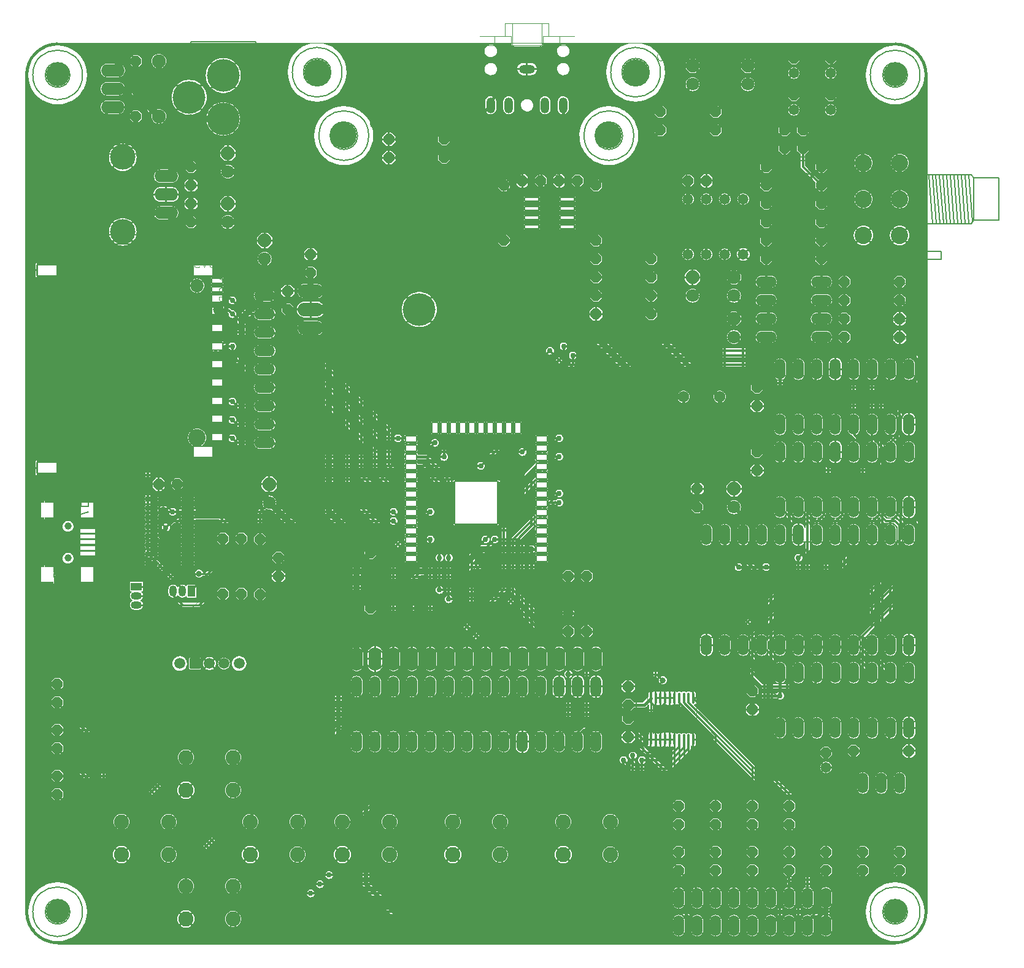
<source format=gts>
%TF.GenerationSoftware,KiCad,Pcbnew,7.0.2*%
%TF.CreationDate,2024-05-21T23:14:25+08:00*%
%TF.ProjectId,MegaGRRLDesktop,4d656761-4752-4524-9c44-65736b746f70,rev?*%
%TF.SameCoordinates,Original*%
%TF.FileFunction,Soldermask,Top*%
%TF.FilePolarity,Negative*%
%FSLAX46Y46*%
G04 Gerber Fmt 4.6, Leading zero omitted, Abs format (unit mm)*
G04 Created by KiCad (PCBNEW 7.0.2) date 2024-05-21 23:14:25*
%MOMM*%
%LPD*%
G01*
G04 APERTURE LIST*
G04 Aperture macros list*
%AMRoundRect*
0 Rectangle with rounded corners*
0 $1 Rounding radius*
0 $2 $3 $4 $5 $6 $7 $8 $9 X,Y pos of 4 corners*
0 Add a 4 corners polygon primitive as box body*
4,1,4,$2,$3,$4,$5,$6,$7,$8,$9,$2,$3,0*
0 Add four circle primitives for the rounded corners*
1,1,$1+$1,$2,$3*
1,1,$1+$1,$4,$5*
1,1,$1+$1,$6,$7*
1,1,$1+$1,$8,$9*
0 Add four rect primitives between the rounded corners*
20,1,$1+$1,$2,$3,$4,$5,0*
20,1,$1+$1,$4,$5,$6,$7,0*
20,1,$1+$1,$6,$7,$8,$9,0*
20,1,$1+$1,$8,$9,$2,$3,0*%
%AMOutline5P*
0 Free polygon, 5 corners , with rotation*
0 The origin of the aperture is its center*
0 number of corners: always 5*
0 $1 to $10 corner X, Y*
0 $11 Rotation angle, in degrees counterclockwise*
0 create outline with 5 corners*
4,1,5,$1,$2,$3,$4,$5,$6,$7,$8,$9,$10,$1,$2,$11*%
%AMOutline6P*
0 Free polygon, 6 corners , with rotation*
0 The origin of the aperture is its center*
0 number of corners: always 6*
0 $1 to $12 corner X, Y*
0 $13 Rotation angle, in degrees counterclockwise*
0 create outline with 6 corners*
4,1,6,$1,$2,$3,$4,$5,$6,$7,$8,$9,$10,$11,$12,$1,$2,$13*%
%AMOutline7P*
0 Free polygon, 7 corners , with rotation*
0 The origin of the aperture is its center*
0 number of corners: always 7*
0 $1 to $14 corner X, Y*
0 $15 Rotation angle, in degrees counterclockwise*
0 create outline with 7 corners*
4,1,7,$1,$2,$3,$4,$5,$6,$7,$8,$9,$10,$11,$12,$13,$14,$1,$2,$15*%
%AMOutline8P*
0 Free polygon, 8 corners , with rotation*
0 The origin of the aperture is its center*
0 number of corners: always 8*
0 $1 to $16 corner X, Y*
0 $17 Rotation angle, in degrees counterclockwise*
0 create outline with 8 corners*
4,1,8,$1,$2,$3,$4,$5,$6,$7,$8,$9,$10,$11,$12,$13,$14,$15,$16,$1,$2,$17*%
%AMFreePoly0*
4,1,25,0.333266,0.742596,0.345389,0.732242,0.732242,0.345389,0.760749,0.289441,0.762000,0.273547,0.762000,-0.273547,0.742596,-0.333266,0.732242,-0.345389,0.345389,-0.732242,0.289441,-0.760749,0.273547,-0.762000,-0.273547,-0.762000,-0.333266,-0.742596,-0.345389,-0.732242,-0.732242,-0.345389,-0.760749,-0.289441,-0.762000,-0.273547,-0.762000,0.273547,-0.742596,0.333266,-0.732242,0.345389,
-0.345389,0.732242,-0.289441,0.760749,-0.273547,0.762000,0.273547,0.762000,0.333266,0.742596,0.333266,0.742596,$1*%
%AMFreePoly1*
4,1,25,0.391131,0.882296,0.403254,0.871942,0.871942,0.403254,0.900449,0.347306,0.901700,0.331412,0.901700,-0.331412,0.882296,-0.391131,0.871942,-0.403254,0.403254,-0.871942,0.347306,-0.900449,0.331412,-0.901700,-0.331412,-0.901700,-0.391131,-0.882296,-0.403254,-0.871942,-0.871942,-0.403254,-0.900449,-0.347306,-0.901700,-0.331412,-0.901700,0.331412,-0.882296,0.391131,-0.871942,0.403254,
-0.403254,0.871942,-0.347306,0.900449,-0.331412,0.901700,0.331412,0.901700,0.391131,0.882296,0.391131,0.882296,$1*%
%AMFreePoly2*
4,1,25,0.322745,0.717196,0.334868,0.706842,0.706842,0.334868,0.735349,0.278920,0.736600,0.263026,0.736600,-0.263026,0.717196,-0.322745,0.706842,-0.334868,0.334868,-0.706842,0.278920,-0.735349,0.263026,-0.736600,-0.263026,-0.736600,-0.322745,-0.717196,-0.334868,-0.706842,-0.706842,-0.334868,-0.735349,-0.278920,-0.736600,-0.263026,-0.736600,0.263026,-0.717196,0.322745,-0.706842,0.334868,
-0.334868,0.706842,-0.278920,0.735349,-0.263026,0.736600,0.263026,0.736600,0.322745,0.717196,0.322745,0.717196,$1*%
G04 Aperture macros list end*
%ADD10FreePoly0,0.000000*%
%ADD11FreePoly0,90.000000*%
%ADD12O,1.524000X2.844800*%
%ADD13FreePoly0,180.000000*%
%ADD14C,1.803400*%
%ADD15FreePoly1,90.000000*%
%ADD16C,1.473200*%
%ADD17FreePoly2,90.000000*%
%ADD18C,1.574800*%
%ADD19FreePoly0,270.000000*%
%ADD20C,2.082800*%
%ADD21O,2.844800X1.524000*%
%ADD22C,1.903200*%
%ADD23C,1.500000*%
%ADD24RoundRect,0.101600X-0.654000X-0.654000X0.654000X-0.654000X0.654000X0.654000X-0.654000X0.654000X0*%
%ADD25C,1.511200*%
%ADD26O,3.251200X1.727200*%
%ADD27O,1.727200X3.251200*%
%ADD28RoundRect,0.100000X0.100000X-0.637500X0.100000X0.637500X-0.100000X0.637500X-0.100000X-0.637500X0*%
%ADD29O,1.200000X2.200000*%
%ADD30O,2.200000X1.200000*%
%ADD31C,2.387600*%
%ADD32C,1.000000*%
%ADD33R,2.000000X0.500000*%
%ADD34R,1.700000X2.000000*%
%ADD35O,3.556000X1.879600*%
%ADD36C,4.521200*%
%ADD37R,1.050000X1.500000*%
%ADD38O,1.050000X1.500000*%
%ADD39C,3.505200*%
%ADD40RoundRect,0.101600X-0.750000X-0.500000X0.750000X-0.500000X0.750000X0.500000X-0.750000X0.500000X0*%
%ADD41RoundRect,0.101600X-0.750000X-0.350000X0.750000X-0.350000X0.750000X0.350000X-0.750000X0.350000X0*%
%ADD42RoundRect,0.101600X-1.400000X-0.750000X1.400000X-0.750000X1.400000X0.750000X-1.400000X0.750000X0*%
%ADD43C,1.853200*%
%ADD44C,2.403200*%
%ADD45RoundRect,0.150000X-0.825000X-0.150000X0.825000X-0.150000X0.825000X0.150000X-0.825000X0.150000X0*%
%ADD46RoundRect,0.101600X-0.990600X-0.279400X0.990600X-0.279400X0.990600X0.279400X-0.990600X0.279400X0*%
%ADD47R,1.500000X1.050000*%
%ADD48O,1.500000X1.050000*%
%ADD49RoundRect,0.101600X-0.750000X0.450000X-0.750000X-0.450000X0.750000X-0.450000X0.750000X0.450000X0*%
%ADD50RoundRect,0.101600X-0.450000X-0.750000X0.450000X-0.750000X0.450000X0.750000X-0.450000X0.750000X0*%
%ADD51RoundRect,0.101600X-3.000000X3.000000X-3.000000X-3.000000X3.000000X-3.000000X3.000000X3.000000X0*%
%ADD52C,3.600000*%
%ADD53C,3.200000*%
%TA.AperFunction,ComponentPad*%
%ADD54Outline8P,-0.660400X0.273547X-0.273547X0.660400X0.273547X0.660400X0.660400X0.273547X0.660400X-0.273547X0.273547X-0.660400X-0.273547X-0.660400X-0.660400X-0.273547X0.000000*%
%TD*%
%TA.AperFunction,ComponentPad*%
%ADD55Outline8P,-0.660400X0.273547X-0.273547X0.660400X0.273547X0.660400X0.660400X0.273547X0.660400X-0.273547X0.273547X-0.660400X-0.273547X-0.660400X-0.660400X-0.273547X90.000000*%
%TD*%
%TA.AperFunction,ComponentPad*%
%ADD56O,1.320800X2.641600*%
%TD*%
%TA.AperFunction,ComponentPad*%
%ADD57Outline8P,-0.660400X0.273547X-0.273547X0.660400X0.273547X0.660400X0.660400X0.273547X0.660400X-0.273547X0.273547X-0.660400X-0.273547X-0.660400X-0.660400X-0.273547X180.000000*%
%TD*%
%TA.AperFunction,ComponentPad*%
%ADD58C,1.600200*%
%TD*%
%TA.AperFunction,ComponentPad*%
%ADD59Outline8P,-0.800100X0.331412X-0.331412X0.800100X0.331412X0.800100X0.800100X0.331412X0.800100X-0.331412X0.331412X-0.800100X-0.331412X-0.800100X-0.800100X-0.331412X90.000000*%
%TD*%
%TA.AperFunction,ComponentPad*%
%ADD60C,1.270000*%
%TD*%
%TA.AperFunction,ComponentPad*%
%ADD61Outline8P,-0.635000X0.263026X-0.263026X0.635000X0.263026X0.635000X0.635000X0.263026X0.635000X-0.263026X0.263026X-0.635000X-0.263026X-0.635000X-0.635000X-0.263026X90.000000*%
%TD*%
%TA.AperFunction,ComponentPad*%
%ADD62C,1.371600*%
%TD*%
%TA.AperFunction,ComponentPad*%
%ADD63Outline8P,-0.660400X0.273547X-0.273547X0.660400X0.273547X0.660400X0.660400X0.273547X0.660400X-0.273547X0.273547X-0.660400X-0.273547X-0.660400X-0.660400X-0.273547X270.000000*%
%TD*%
%TA.AperFunction,ComponentPad*%
%ADD64C,1.879600*%
%TD*%
%TA.AperFunction,ComponentPad*%
%ADD65O,2.641600X1.320800*%
%TD*%
%TA.AperFunction,ComponentPad*%
%ADD66C,1.700000*%
%TD*%
%TA.AperFunction,ComponentPad*%
%ADD67R,1.308000X1.308000*%
%TD*%
%TA.AperFunction,ComponentPad*%
%ADD68C,1.308000*%
%TD*%
%TA.AperFunction,ComponentPad*%
%ADD69O,3.048000X1.524000*%
%TD*%
%TA.AperFunction,ComponentPad*%
%ADD70O,1.524000X3.048000*%
%TD*%
%TA.AperFunction,SMDPad,CuDef*%
%ADD71RoundRect,0.100000X0.100000X-0.637500X0.100000X0.637500X-0.100000X0.637500X-0.100000X-0.637500X0*%
%TD*%
%TA.AperFunction,ComponentPad*%
%ADD72O,1.200000X2.200000*%
%TD*%
%TA.AperFunction,ComponentPad*%
%ADD73O,2.200000X1.200000*%
%TD*%
%TA.AperFunction,ComponentPad*%
%ADD74C,2.184400*%
%TD*%
%TA.AperFunction,SMDPad,CuDef*%
%ADD75R,2.000000X0.500000*%
%TD*%
%TA.AperFunction,SMDPad,CuDef*%
%ADD76R,1.700000X2.000000*%
%TD*%
%TA.AperFunction,ComponentPad*%
%ADD77O,3.352800X1.676400*%
%TD*%
%TA.AperFunction,ComponentPad*%
%ADD78C,4.318000*%
%TD*%
%TA.AperFunction,ComponentPad*%
%ADD79R,1.050000X1.500000*%
%TD*%
%TA.AperFunction,ComponentPad*%
%ADD80O,1.050000X1.500000*%
%TD*%
%TA.AperFunction,ComponentPad*%
%ADD81C,3.302000*%
%TD*%
%TA.AperFunction,SMDPad,CuDef*%
%ADD82R,1.500000X1.000000*%
%TD*%
%TA.AperFunction,SMDPad,CuDef*%
%ADD83R,1.500000X0.700000*%
%TD*%
%TA.AperFunction,SMDPad,CuDef*%
%ADD84R,2.800000X1.500000*%
%TD*%
%TA.AperFunction,ComponentPad*%
%ADD85C,1.650000*%
%TD*%
%TA.AperFunction,ComponentPad*%
%ADD86C,2.200000*%
%TD*%
%TA.AperFunction,SMDPad,CuDef*%
%ADD87RoundRect,0.150000X-0.825000X-0.150000X0.825000X-0.150000X0.825000X0.150000X-0.825000X0.150000X0*%
%TD*%
%TA.AperFunction,SMDPad,CuDef*%
%ADD88R,1.981200X0.558800*%
%TD*%
%TA.AperFunction,ComponentPad*%
%ADD89R,1.500000X1.050000*%
%TD*%
%TA.AperFunction,ComponentPad*%
%ADD90O,1.500000X1.050000*%
%TD*%
%TA.AperFunction,SMDPad,CuDef*%
%ADD91R,1.500000X0.900000*%
%TD*%
%TA.AperFunction,SMDPad,CuDef*%
%ADD92R,0.900000X1.500000*%
%TD*%
%TA.AperFunction,SMDPad,CuDef*%
%ADD93R,6.000000X6.000000*%
%TD*%
%TA.AperFunction,ViaPad*%
%ADD94C,0.756400*%
%TD*%
%TA.AperFunction,ViaPad*%
%ADD95C,0.800000*%
%TD*%
%TA.AperFunction,Conductor*%
%ADD96C,0.250000*%
%TD*%
%TA.AperFunction,Conductor*%
%ADD97C,0.304800*%
%TD*%
%TA.AperFunction,Conductor*%
%ADD98C,0.406400*%
%TD*%
%TA.AperFunction,Conductor*%
%ADD99C,0.812800*%
%TD*%
%TA.AperFunction,Conductor*%
%ADD100C,0.609600*%
%TD*%
%TA.AperFunction,Conductor*%
%ADD101C,0.254000*%
%TD*%
%TA.AperFunction,SMDPad,CuDef*%
%ADD102RoundRect,0.100000X-0.100000X0.637500X-0.100000X-0.637500X0.100000X-0.637500X0.100000X0.637500X0*%
%TD*%
%TA.AperFunction,SMDPad,CuDef*%
%ADD103RoundRect,0.635000X0.000000X0.000000X0.000000X0.000000X0.000000X0.000000X0.000000X0.000000X0*%
%TD*%
%ADD104R,1.500000X1.000000*%
%ADD105R,1.500000X0.700000*%
%ADD106R,2.800000X1.500000*%
%ADD107R,1.981200X0.558800*%
%ADD108R,1.500000X0.900000*%
%ADD109R,0.900000X1.500000*%
%ADD110R,6.000000X6.000000*%
%ADD111RoundRect,0.100000X-0.100000X0.637500X-0.100000X-0.637500X0.100000X-0.637500X0.100000X0.637500X0*%
%ADD112C,0.254000*%
%ADD113C,0.142240*%
%ADD114C,0.203200*%
%ADD115C,0.101600*%
%ADD116C,0.121920*%
%ADD117C,0.089154*%
%ADD118C,0.114300*%
%ADD119C,0.127000*%
%ADD120C,0.119380*%
%ADD121C,0.118872*%
%ADD122C,0.099060*%
%ADD123C,0.044875*%
%ADD124C,0.150000*%
%ADD125C,0.093472*%
%ADD126C,0.160020*%
%ADD127C,0.097536*%
%ADD128C,0.071628*%
%ADD129C,0.076200*%
%ADD130C,0.059822*%
%ADD131C,0.152400*%
%ADD132C,0.304800*%
%ADD133C,0.050800*%
%ADD134C,0.120000*%
%ADD135C,0.182880*%
%ADD136C,0.113792*%
%ADD137RoundRect,0.736600X0.000000X0.000000X0.000000X0.000000X0.000000X0.000000X0.000000X0.000000X0*%
%TA.AperFunction,Profile*%
%ADD138C,0.025400*%
%TD*%
%TA.AperFunction,Profile*%
%ADD139C,0.120000*%
%TD*%
G04 APERTURE END LIST*
D10*
%TO.C,R28*%
X136436100Y-58648600D03*
X144056100Y-58648600D03*
%TD*%
D11*
%TO.C,LED9*%
X181521100Y-150723600D03*
X181521100Y-148183600D03*
%TD*%
D12*
%TO.C,R23*%
X206921100Y-145008600D03*
X201841100Y-145008600D03*
X204381100Y-145008600D03*
%TD*%
D13*
%TO.C,R5*%
X196126100Y-70078600D03*
X188506100Y-70078600D03*
%TD*%
D14*
%TO.C,C20*%
X178346100Y-48488600D03*
D15*
X178346100Y-45948600D03*
%TD*%
D16*
%TO.C,C16*%
X192316100Y-46964600D03*
D17*
X192316100Y-44932600D03*
%TD*%
D10*
%TO.C,C5*%
X177711100Y-61823600D03*
X180251100Y-61823600D03*
%TD*%
D18*
%TO.C,L1*%
X182079900Y-91668600D03*
X177076100Y-91668600D03*
%TD*%
D13*
%TO.C,R24*%
X172631100Y-77698600D03*
X165011100Y-77698600D03*
%TD*%
D19*
%TO.C,C35*%
X169456100Y-136118600D03*
X169456100Y-138658600D03*
%TD*%
D11*
%TO.C,R26*%
X101511100Y-52933600D03*
X101511100Y-45313600D03*
%TD*%
D13*
%TO.C,R9*%
X196126100Y-64998600D03*
X188506100Y-64998600D03*
%TD*%
D20*
%TO.C,SWC0*%
X160489900Y-150368000D03*
X166992300Y-150368000D03*
X160489900Y-154889200D03*
X166992300Y-154889200D03*
%TD*%
D21*
%TO.C,S1*%
X196126100Y-83413600D03*
X196126100Y-80873600D03*
X196126100Y-78333600D03*
X196126100Y-75793600D03*
X188506100Y-75793600D03*
X188506100Y-78333600D03*
X188506100Y-80873600D03*
X188506100Y-83413600D03*
%TD*%
D19*
%TO.C,C9*%
X121196100Y-113893600D03*
X121196100Y-116433600D03*
%TD*%
D13*
%TO.C,R11*%
X196126100Y-67538600D03*
X188506100Y-67538600D03*
%TD*%
D22*
%TO.C,D3*%
X104686100Y-45313600D03*
X104686100Y-52933600D03*
%TD*%
D19*
%TO.C,R31*%
X116078000Y-111252000D03*
X116078000Y-118872000D03*
%TD*%
D11*
%TO.C,R15*%
X165011100Y-70078600D03*
X165011100Y-62458600D03*
%TD*%
D23*
%TO.C,S2*%
X107571100Y-128498600D03*
X115771100Y-128498600D03*
D24*
X109671100Y-128498600D03*
D25*
X111671100Y-128498600D03*
X113671100Y-128498600D03*
%TD*%
D11*
%TO.C,LED5*%
X196761100Y-157073600D03*
X196761100Y-154533600D03*
%TD*%
D14*
%TO.C,C21*%
X185966100Y-48488600D03*
D15*
X185966100Y-45948600D03*
%TD*%
D13*
%TO.C,R19*%
X181521100Y-52298600D03*
X173901100Y-52298600D03*
%TD*%
D26*
%TO.C,IC6*%
X105702100Y-66268600D03*
X105702100Y-63728600D03*
X105702100Y-61188600D03*
%TD*%
D12*
%TO.C,IC2*%
X190411100Y-106908600D03*
X192951100Y-106908600D03*
X195491100Y-106908600D03*
X198031100Y-106908600D03*
X200571100Y-106908600D03*
X203111100Y-106908600D03*
X205651100Y-106908600D03*
X208191100Y-106908600D03*
X208191100Y-99288600D03*
X205651100Y-99288600D03*
X203111100Y-99288600D03*
X200571100Y-99288600D03*
X198031100Y-99288600D03*
X195491100Y-99288600D03*
X192951100Y-99288600D03*
X190411100Y-99288600D03*
%TD*%
D11*
%TO.C,R16*%
X152311100Y-70078600D03*
X152311100Y-62458600D03*
%TD*%
%TO.C,LED1*%
X176441100Y-157073600D03*
X176441100Y-154533600D03*
%TD*%
D27*
%TO.C,JP1*%
X131991100Y-127863600D03*
X134531100Y-127863600D03*
X137071100Y-127863600D03*
X139611100Y-127863600D03*
X142151100Y-127863600D03*
X144691100Y-127863600D03*
X147231100Y-127863600D03*
X149771100Y-127863600D03*
X152311100Y-127863600D03*
X154851100Y-127863600D03*
X157391100Y-127863600D03*
X159931100Y-127863600D03*
X162471100Y-127863600D03*
X165011100Y-127863600D03*
%TD*%
D28*
%TO.C,IC9*%
X172589000Y-139006500D03*
X173239000Y-139006500D03*
X173889000Y-139006500D03*
X174539000Y-139006500D03*
X175189000Y-139006500D03*
X175839000Y-139006500D03*
X176489000Y-139006500D03*
X177139000Y-139006500D03*
X177789000Y-139006500D03*
X178439000Y-139006500D03*
X178439000Y-133281500D03*
X177789000Y-133281500D03*
X177139000Y-133281500D03*
X176489000Y-133281500D03*
X175839000Y-133281500D03*
X175189000Y-133281500D03*
X174539000Y-133281500D03*
X173889000Y-133281500D03*
X173239000Y-133281500D03*
X172589000Y-133281500D03*
%TD*%
D13*
%TO.C,R7*%
X196126100Y-72618600D03*
X188506100Y-72618600D03*
%TD*%
%TO.C,R21*%
X206921100Y-80873600D03*
X199301100Y-80873600D03*
%TD*%
D11*
%TO.C,LED2*%
X181521100Y-157073600D03*
X181521100Y-154533600D03*
%TD*%
D20*
%TO.C,SWUP0*%
X108419900Y-141478000D03*
X114922300Y-141478000D03*
X108419900Y-145999200D03*
X114922300Y-145999200D03*
%TD*%
D16*
%TO.C,C8*%
X196761100Y-142849600D03*
D17*
X196761100Y-140817600D03*
%TD*%
D29*
%TO.C,J2*%
X160486100Y-51400000D03*
X157986100Y-51400000D03*
D30*
X155486100Y-46400000D03*
D29*
X150486100Y-51400000D03*
X152986100Y-51400000D03*
%TD*%
D19*
%TO.C,C29*%
X109131100Y-59918600D03*
X109131100Y-62458600D03*
%TD*%
D12*
%TO.C,RN3*%
X196761100Y-164693600D03*
X194221100Y-164693600D03*
X191681100Y-164693600D03*
X189141100Y-164693600D03*
X186601100Y-164693600D03*
X184061100Y-164693600D03*
X181521100Y-164693600D03*
X178981100Y-164693600D03*
X176441100Y-164693600D03*
%TD*%
D31*
%TO.C,R14*%
X206921100Y-69363600D03*
X206921100Y-64363600D03*
X206921100Y-59363600D03*
X201921100Y-69363600D03*
X201921100Y-64363600D03*
X201921100Y-59363600D03*
%TD*%
D20*
%TO.C,SWLEFT0*%
X99529900Y-150368000D03*
X106032300Y-150368000D03*
X99529900Y-154889200D03*
X106032300Y-154889200D03*
%TD*%
D10*
%TO.C,R27*%
X136436100Y-56108600D03*
X144056100Y-56108600D03*
%TD*%
D11*
%TO.C,C32*%
X122466100Y-79603600D03*
X122466100Y-77063600D03*
%TD*%
D14*
%TO.C,C2*%
X178346100Y-77698600D03*
D15*
X178346100Y-75158600D03*
%TD*%
D32*
%TO.C,J1*%
X92150000Y-109550000D03*
X92150000Y-113950000D03*
D33*
X94850000Y-110150000D03*
X94850000Y-110950000D03*
X94850000Y-111750000D03*
X94850000Y-112550000D03*
X94850000Y-113350000D03*
D34*
X94750000Y-107300000D03*
X89300000Y-107300000D03*
X94750000Y-116200000D03*
X89300000Y-116200000D03*
%TD*%
D12*
%TO.C,RN1*%
X196761100Y-160883600D03*
X194221100Y-160883600D03*
X191681100Y-160883600D03*
X189141100Y-160883600D03*
X186601100Y-160883600D03*
X184061100Y-160883600D03*
X181521100Y-160883600D03*
X178981100Y-160883600D03*
X176441100Y-160883600D03*
%TD*%
D20*
%TO.C,SWDOWN0*%
X108419900Y-159258000D03*
X114922300Y-159258000D03*
X108419900Y-163779200D03*
X114922300Y-163779200D03*
%TD*%
D11*
%TO.C,LED4*%
X191681100Y-157073600D03*
X191681100Y-154533600D03*
%TD*%
D35*
%TO.C,IC1*%
X125641100Y-77063600D03*
X125641100Y-79603600D03*
X125641100Y-82143600D03*
D36*
X140627100Y-79603600D03*
%TD*%
D21*
%TO.C,RN2*%
X119291100Y-77698600D03*
X119291100Y-80238600D03*
X119291100Y-82778600D03*
X119291100Y-85318600D03*
X119291100Y-87858600D03*
X119291100Y-90398600D03*
X119291100Y-92938600D03*
X119291100Y-95478600D03*
X119291100Y-98018600D03*
%TD*%
D19*
%TO.C,C1*%
X187236100Y-90398600D03*
X187236100Y-92938600D03*
%TD*%
D14*
%TO.C,C26*%
X114211100Y-67538600D03*
D15*
X114211100Y-64998600D03*
%TD*%
D13*
%TO.C,R17*%
X172631100Y-72618600D03*
X165011100Y-72618600D03*
%TD*%
D37*
%TO.C,Q3*%
X109220000Y-118512000D03*
D38*
X107950000Y-118512000D03*
X106680000Y-118512000D03*
%TD*%
D11*
%TO.C,LED6*%
X201841100Y-157073600D03*
X201841100Y-154533600D03*
%TD*%
%TO.C,LED3*%
X186601100Y-157073600D03*
X186601100Y-154533600D03*
%TD*%
D16*
%TO.C,IC5*%
X177711100Y-71983600D03*
X180251100Y-71983600D03*
X182791100Y-71983600D03*
X185331100Y-71983600D03*
X185331100Y-64363600D03*
X182791100Y-64363600D03*
X180251100Y-64363600D03*
X177711100Y-64363600D03*
%TD*%
D10*
%TO.C,R4*%
X188506100Y-62458600D03*
X196126100Y-62458600D03*
%TD*%
D14*
%TO.C,C33*%
X119291100Y-72618600D03*
D15*
X119291100Y-70078600D03*
%TD*%
D11*
%TO.C,LED11*%
X191681100Y-150723600D03*
X191681100Y-148183600D03*
%TD*%
D39*
%TO.C,KK1*%
X99707700Y-68884800D03*
X99707700Y-58572400D03*
%TD*%
D13*
%TO.C,C4*%
X193586100Y-57378600D03*
X191046100Y-57378600D03*
%TD*%
D11*
%TO.C,R1*%
X163741100Y-124053600D03*
X163741100Y-116433600D03*
%TD*%
%TO.C,LED12*%
X90678000Y-133858000D03*
X90678000Y-131318000D03*
%TD*%
D14*
%TO.C,C13*%
X184061100Y-106908600D03*
D15*
X184061100Y-104368600D03*
%TD*%
D11*
%TO.C,R13*%
X118656100Y-118973600D03*
X118656100Y-111353600D03*
%TD*%
D13*
%TO.C,C24*%
X107226100Y-103733600D03*
X104686100Y-103733600D03*
%TD*%
D10*
%TO.C,R6*%
X199301100Y-78333600D03*
X206921100Y-78333600D03*
%TD*%
D11*
%TO.C,LED13*%
X90678000Y-140208000D03*
X90678000Y-137668000D03*
%TD*%
D10*
%TO.C,R3*%
X188506100Y-59918600D03*
X196126100Y-59918600D03*
%TD*%
D12*
%TO.C,IC3*%
X190411100Y-95478600D03*
X192951100Y-95478600D03*
X195491100Y-95478600D03*
X198031100Y-95478600D03*
X200571100Y-95478600D03*
X203111100Y-95478600D03*
X205651100Y-95478600D03*
X208191100Y-95478600D03*
X208191100Y-87858600D03*
X205651100Y-87858600D03*
X203111100Y-87858600D03*
X200571100Y-87858600D03*
X198031100Y-87858600D03*
X195491100Y-87858600D03*
X192951100Y-87858600D03*
X190411100Y-87858600D03*
%TD*%
D11*
%TO.C,LED7*%
X206921100Y-157073600D03*
X206921100Y-154533600D03*
%TD*%
D13*
%TO.C,R22*%
X206921100Y-83413600D03*
X199301100Y-83413600D03*
%TD*%
D14*
%TO.C,C6*%
X184061100Y-77698600D03*
D15*
X184061100Y-75158600D03*
%TD*%
D13*
%TO.C,C18*%
X162471100Y-61823600D03*
X159931100Y-61823600D03*
%TD*%
D20*
%TO.C,SWA0*%
X130009900Y-150368000D03*
X136512300Y-150368000D03*
X130009900Y-154889200D03*
X136512300Y-154889200D03*
%TD*%
D16*
%TO.C,C14*%
X197396100Y-46964600D03*
D17*
X197396100Y-44932600D03*
%TD*%
D19*
%TO.C,C11*%
X186601100Y-132308600D03*
X186601100Y-134848600D03*
%TD*%
%TO.C,C25*%
X187236100Y-99288600D03*
X187236100Y-101828600D03*
%TD*%
D14*
%TO.C,C28*%
X114211100Y-60553600D03*
D15*
X114211100Y-58013600D03*
%TD*%
D11*
%TO.C,LED8*%
X176441100Y-150723600D03*
X176441100Y-148183600D03*
%TD*%
D12*
%TO.C,IC7*%
X205651100Y-110718600D03*
X205651100Y-125958600D03*
X208191100Y-110718600D03*
X200571100Y-110718600D03*
X203111100Y-110718600D03*
X198031100Y-110718600D03*
X195491100Y-110718600D03*
X192951100Y-110718600D03*
X185331100Y-110718600D03*
X182791100Y-125958600D03*
X185331100Y-125958600D03*
X187871100Y-125958600D03*
X190411100Y-125958600D03*
X192951100Y-125958600D03*
X195491100Y-125958600D03*
X198031100Y-125958600D03*
X200571100Y-125958600D03*
X180251100Y-125958600D03*
X208191100Y-125958600D03*
X180251100Y-110718600D03*
X187871100Y-110718600D03*
X190411100Y-110718600D03*
X203111100Y-125958600D03*
X182791100Y-110718600D03*
%TD*%
D40*
%TO.C,J3*%
X112756100Y-94698600D03*
X112756100Y-92198600D03*
X112756100Y-89698600D03*
X112756100Y-87198600D03*
X112756100Y-84698600D03*
X112756100Y-82198600D03*
X112756100Y-79768600D03*
X112756100Y-78068600D03*
X112756100Y-97198600D03*
D41*
X112756100Y-76868600D03*
X112756100Y-75668600D03*
D42*
X89256100Y-74173600D03*
X89256100Y-101473600D03*
X110756100Y-74173600D03*
X110756100Y-99273600D03*
D43*
X109956100Y-76323600D03*
D44*
X109956100Y-97323600D03*
%TD*%
D10*
%TO.C,R10*%
X200571100Y-140563600D03*
X208191100Y-140563600D03*
%TD*%
D13*
%TO.C,C19*%
X157391100Y-61823600D03*
X154851100Y-61823600D03*
%TD*%
D11*
%TO.C,C12*%
X178981100Y-106908600D03*
X178981100Y-104368600D03*
%TD*%
D12*
%TO.C,IC8*%
X203111100Y-137388600D03*
X200571100Y-137388600D03*
X195491100Y-129768600D03*
X205651100Y-129768600D03*
X203111100Y-129768600D03*
X200571100Y-129768600D03*
X198031100Y-129768600D03*
X192951100Y-129768600D03*
X190411100Y-137388600D03*
X192951100Y-137388600D03*
X195491100Y-137388600D03*
X208191100Y-137388600D03*
X208191100Y-129768600D03*
X198031100Y-137388600D03*
X205651100Y-137388600D03*
X190411100Y-129768600D03*
%TD*%
D10*
%TO.C,R8*%
X199301100Y-75793600D03*
X206921100Y-75793600D03*
%TD*%
D26*
%TO.C,Q1*%
X98336100Y-49123600D03*
X98336100Y-51663600D03*
X98336100Y-46583600D03*
%TD*%
D13*
%TO.C,C3*%
X193586100Y-54838600D03*
X191046100Y-54838600D03*
%TD*%
D45*
%TO.C,IC14*%
X103697000Y-105791000D03*
X103697000Y-107061000D03*
X103697000Y-108331000D03*
X103697000Y-109601000D03*
X103697000Y-110871000D03*
X103697000Y-112141000D03*
X103697000Y-113411000D03*
X103697000Y-114681000D03*
X108647000Y-114681000D03*
X108647000Y-113411000D03*
X108647000Y-112141000D03*
X108647000Y-110871000D03*
X108647000Y-109601000D03*
X108647000Y-108331000D03*
X108647000Y-107061000D03*
X108647000Y-105791000D03*
%TD*%
D13*
%TO.C,R18*%
X172631100Y-75158600D03*
X165011100Y-75158600D03*
%TD*%
D11*
%TO.C,R12*%
X133896100Y-120878600D03*
X133896100Y-113258600D03*
%TD*%
D36*
%TO.C,J4*%
X113576100Y-47298600D03*
X108876100Y-50298600D03*
X113576100Y-53298600D03*
%TD*%
D46*
%TO.C,IC11*%
X156197300Y-64363600D03*
X156197300Y-65633600D03*
X156197300Y-66903600D03*
X156197300Y-68173600D03*
X161124900Y-68173600D03*
X161124900Y-66903600D03*
X161124900Y-65633600D03*
X161124900Y-64363600D03*
%TD*%
D11*
%TO.C,C30*%
X109131100Y-67538600D03*
X109131100Y-64998600D03*
%TD*%
%TO.C,C31*%
X125641100Y-74523600D03*
X125641100Y-71983600D03*
%TD*%
D47*
%TO.C,Q2*%
X101600000Y-117856000D03*
D48*
X101600000Y-119126000D03*
X101600000Y-120396000D03*
%TD*%
D20*
%TO.C,SWRIGHT0*%
X117309900Y-150368000D03*
X123812300Y-150368000D03*
X117309900Y-154889200D03*
X123812300Y-154889200D03*
%TD*%
D16*
%TO.C,C17*%
X192316100Y-52044600D03*
D17*
X192316100Y-50012600D03*
%TD*%
D13*
%TO.C,R20*%
X181521100Y-54838600D03*
X173901100Y-54838600D03*
%TD*%
D10*
%TO.C,R25*%
X165011100Y-80238600D03*
X172631100Y-80238600D03*
%TD*%
D20*
%TO.C,SWB0*%
X145249900Y-150368000D03*
X151752300Y-150368000D03*
X145249900Y-154889200D03*
X151752300Y-154889200D03*
%TD*%
D11*
%TO.C,LED14*%
X90678000Y-146558000D03*
X90678000Y-144018000D03*
%TD*%
D14*
%TO.C,C7*%
X184061100Y-83413600D03*
D15*
X184061100Y-80873600D03*
%TD*%
D19*
%TO.C,R29*%
X113538000Y-111252000D03*
X113538000Y-118872000D03*
%TD*%
D49*
%TO.C,IC12*%
X157501100Y-113973600D03*
X157501100Y-112703600D03*
X157501100Y-111433600D03*
X157501100Y-110163600D03*
X157501100Y-108893600D03*
X157501100Y-107623600D03*
X157501100Y-106353600D03*
X157501100Y-105083600D03*
X157501100Y-103813600D03*
X157501100Y-102543600D03*
X157501100Y-101273600D03*
X157501100Y-100003600D03*
X157501100Y-98733600D03*
X157501100Y-97463600D03*
D50*
X154216100Y-95973600D03*
X152946100Y-95973600D03*
X151676100Y-95973600D03*
X150406100Y-95973600D03*
X149136100Y-95973600D03*
X147866100Y-95973600D03*
X146596100Y-95973600D03*
X145326100Y-95973600D03*
X144056100Y-95973600D03*
X142786100Y-95973600D03*
D49*
X139501100Y-97463600D03*
X139501100Y-98733600D03*
X139501100Y-100003600D03*
X139501100Y-101273600D03*
X139501100Y-102543600D03*
X139501100Y-103813600D03*
X139501100Y-105083600D03*
X139501100Y-106353600D03*
X139501100Y-107623600D03*
X139501100Y-108893600D03*
X139501100Y-110163600D03*
X139501100Y-111433600D03*
X139501100Y-112703600D03*
X139501100Y-113973600D03*
D51*
X148501100Y-106273600D03*
%TD*%
D16*
%TO.C,C15*%
X197396100Y-52044600D03*
D17*
X197396100Y-50012600D03*
%TD*%
D11*
%TO.C,C34*%
X169456100Y-134213600D03*
X169456100Y-131673600D03*
%TD*%
%TO.C,LED10*%
X186601100Y-150723600D03*
X186601100Y-148183600D03*
%TD*%
%TO.C,R2*%
X161201100Y-124053600D03*
X161201100Y-116433600D03*
%TD*%
D12*
%TO.C,IC4*%
X131991100Y-139293600D03*
X134531100Y-139293600D03*
X137071100Y-139293600D03*
X139611100Y-139293600D03*
X142151100Y-139293600D03*
X144691100Y-139293600D03*
X147231100Y-139293600D03*
X149771100Y-139293600D03*
X152311100Y-139293600D03*
X154851100Y-139293600D03*
X157391100Y-139293600D03*
X159931100Y-139293600D03*
X162471100Y-139293600D03*
X165011100Y-139293600D03*
X165011100Y-131673600D03*
X162471100Y-131673600D03*
X159931100Y-131673600D03*
X157391100Y-131673600D03*
X154851100Y-131673600D03*
X152311100Y-131673600D03*
X149771100Y-131673600D03*
X147231100Y-131673600D03*
X144691100Y-131673600D03*
X142151100Y-131673600D03*
X139611100Y-131673600D03*
X137071100Y-131673600D03*
X134531100Y-131673600D03*
X131991100Y-131673600D03*
%TD*%
D14*
%TO.C,C10*%
X119926100Y-106273600D03*
D15*
X119926100Y-103733600D03*
%TD*%
D52*
%TO.C,H1*%
X130213100Y-55600600D03*
%TD*%
%TO.C,H5*%
X126530100Y-46837600D03*
%TD*%
%TO.C,H2*%
X166789100Y-55600600D03*
%TD*%
D53*
%TO.C,H3*%
X90716100Y-47218600D03*
%TD*%
D52*
%TO.C,H6*%
X170472100Y-46837600D03*
%TD*%
D53*
%TO.C,H8*%
X206286100Y-47218600D03*
%TD*%
%TO.C,H4*%
X90716100Y-162788600D03*
%TD*%
%TO.C,H7*%
X206286100Y-162788600D03*
%TD*%
D54*
%TO.P,R28,1,1*%
%TO.N,GND*%
X136436100Y-58648600D03*
%TO.P,R28,2,2*%
%TO.N,Net-(J2-RING)*%
X144056100Y-58648600D03*
%TD*%
D55*
%TO.P,LED9,A,A*%
%TO.N,/LED drivers/PSG2N*%
X181521100Y-150723600D03*
%TO.P,LED9,K,C*%
%TO.N,/LED drivers/PSG2*%
X181521100Y-148183600D03*
%TD*%
D56*
%TO.P,R23,A,A*%
%TO.N,unconnected-(R23-PadA)*%
X206921100Y-145008600D03*
%TO.P,R23,E,E*%
%TO.N,Net-(C8-Pad+)*%
X201841100Y-145008600D03*
%TO.P,R23,S,S*%
%TO.N,Net-(R23-PadS)*%
X204381100Y-145008600D03*
%TD*%
D57*
%TO.P,R5,1,1*%
%TO.N,Net-(S1D-1)*%
X196126100Y-70078600D03*
%TO.P,R5,2,2*%
%TO.N,Net-(S1D-2)*%
X188506100Y-70078600D03*
%TD*%
D58*
%TO.P,C20,+,+*%
%TO.N,Net-(IC11-VO1)*%
X178346100Y-48488600D03*
D59*
%TO.P,C20,-,-*%
%TO.N,Net-(C20-Pad-)*%
X178346100Y-45948600D03*
%TD*%
D60*
%TO.P,C16,+,+*%
%TO.N,/Audio/AUDIO_LINEL*%
X192316100Y-46964600D03*
D61*
%TO.P,C16,-,-*%
%TO.N,Net-(R14A-S)*%
X192316100Y-44932600D03*
%TD*%
D54*
%TO.P,C5,1,1*%
%TO.N,+5V{slash}2*%
X177711100Y-61823600D03*
%TO.P,C5,2,2*%
%TO.N,GND*%
X180251100Y-61823600D03*
%TD*%
D62*
%TO.P,L1,1,1*%
%TO.N,+5V{slash}2*%
X182079900Y-91668600D03*
%TO.P,L1,2,2*%
%TO.N,+5V*%
X177076100Y-91668600D03*
%TD*%
D57*
%TO.P,R24,1,1*%
%TO.N,VBIAS*%
X172631100Y-77698600D03*
%TO.P,R24,2,2*%
%TO.N,+5V{slash}2*%
X165011100Y-77698600D03*
%TD*%
D63*
%TO.P,C35,1*%
%TO.N,+3V3*%
X169456100Y-136118600D03*
%TO.P,C35,2*%
%TO.N,GND*%
X169456100Y-138658600D03*
%TD*%
D55*
%TO.P,R26,1,1*%
%TO.N,Net-(Q1-PadG)*%
X101511100Y-52933600D03*
%TO.P,R26,2,2*%
%TO.N,Net-(D3-PadC)*%
X101511100Y-45313600D03*
%TD*%
D57*
%TO.P,R9,1,1*%
%TO.N,Net-(IC5A--IN)*%
X196126100Y-64998600D03*
%TO.P,R9,2,2*%
%TO.N,Net-(S1D-1)*%
X188506100Y-64998600D03*
%TD*%
D64*
%TO.P,SWC0,1,1*%
%TO.N,/Keys/KEY_C*%
X160489900Y-150368000D03*
%TO.P,SWC0,2*%
%TO.N,N/C*%
X166992300Y-150368000D03*
%TO.P,SWC0,3,2*%
%TO.N,GND*%
X160489900Y-154889200D03*
%TO.P,SWC0,4*%
%TO.N,N/C*%
X166992300Y-154889200D03*
%TD*%
D65*
%TO.P,S1,1,1*%
%TO.N,Net-(R22-Pad2)*%
X196126100Y-83413600D03*
%TO.P,S1,2,1*%
%TO.N,Net-(S1B-1)*%
X196126100Y-80873600D03*
%TO.P,S1,3,1*%
%TO.N,Net-(S1C-1)*%
X196126100Y-78333600D03*
%TO.P,S1,4,1*%
%TO.N,Net-(S1D-1)*%
X196126100Y-75793600D03*
%TO.P,S1,5,2*%
%TO.N,Net-(S1D-2)*%
X188506100Y-75793600D03*
%TO.P,S1,6,2*%
%TO.N,AUDIO_FML*%
X188506100Y-78333600D03*
%TO.P,S1,7,2*%
%TO.N,Net-(S1B-2)*%
X188506100Y-80873600D03*
%TO.P,S1,8,2*%
%TO.N,AUDIO_FMR*%
X188506100Y-83413600D03*
%TD*%
D63*
%TO.P,C9,1,1*%
%TO.N,/MCU & interface/ESP32_RESET*%
X121196100Y-113893600D03*
%TO.P,C9,2,2*%
%TO.N,GND*%
X121196100Y-116433600D03*
%TD*%
D57*
%TO.P,R11,1,1*%
%TO.N,Net-(IC5B--IN)*%
X196126100Y-67538600D03*
%TO.P,R11,2,2*%
%TO.N,Net-(S1B-1)*%
X188506100Y-67538600D03*
%TD*%
D66*
%TO.P,D3,A,A*%
%TO.N,Net-(D3-PadA)*%
X104686100Y-45313600D03*
%TO.P,D3,C,C*%
%TO.N,Net-(D3-PadC)*%
X104686100Y-52933600D03*
%TD*%
D63*
%TO.P,R31,1*%
%TO.N,Net-(IC14-~{RTS})*%
X116078000Y-111252000D03*
%TO.P,R31,2*%
%TO.N,Net-(Q3-B)*%
X116078000Y-118872000D03*
%TD*%
D55*
%TO.P,R15,1,1*%
%TO.N,Net-(IC11-IN2-)*%
X165011100Y-70078600D03*
%TO.P,R15,2,2*%
%TO.N,Net-(IC11-VO2)*%
X165011100Y-62458600D03*
%TD*%
D67*
%TO.P,S2,1,1*%
%TO.N,unconnected-(S2-Pad1)*%
X109671100Y-128498600D03*
D68*
%TO.P,S2,2,2*%
%TO.N,GND*%
X111671100Y-128498600D03*
%TO.P,S2,3,3*%
%TO.N,Net-(Q1-PadG)*%
X113671100Y-128498600D03*
%TD*%
D55*
%TO.P,LED5,A,A*%
%TO.N,/LED drivers/FM5N*%
X196761100Y-157073600D03*
%TO.P,LED5,K,C*%
%TO.N,/LED drivers/FM5*%
X196761100Y-154533600D03*
%TD*%
D58*
%TO.P,C21,+,+*%
%TO.N,Net-(IC11-VO2)*%
X185966100Y-48488600D03*
D59*
%TO.P,C21,-,-*%
%TO.N,Net-(C21-Pad-)*%
X185966100Y-45948600D03*
%TD*%
D57*
%TO.P,R19,1,1*%
%TO.N,Net-(C20-Pad-)*%
X181521100Y-52298600D03*
%TO.P,R19,2,2*%
%TO.N,Net-(J2-TIP)*%
X173901100Y-52298600D03*
%TD*%
D69*
%TO.P,IC6,1,VI*%
%TO.N,+12V*%
X105702100Y-66268600D03*
%TO.P,IC6,2,GND*%
%TO.N,GND*%
X105702100Y-63728600D03*
%TO.P,IC6,3,VO*%
%TO.N,+5V*%
X105702100Y-61188600D03*
%TD*%
D56*
%TO.P,IC2,1,QB*%
%TO.N,/Sound chips & bus/D1*%
X190411100Y-106908600D03*
%TO.P,IC2,2,QC*%
%TO.N,/Sound chips & bus/D2*%
X192951100Y-106908600D03*
%TO.P,IC2,3,QD*%
%TO.N,/Sound chips & bus/D3*%
X195491100Y-106908600D03*
%TO.P,IC2,4,QE*%
%TO.N,/Sound chips & bus/D4*%
X198031100Y-106908600D03*
%TO.P,IC2,5,QF*%
%TO.N,/Sound chips & bus/D5*%
X200571100Y-106908600D03*
%TO.P,IC2,6,QG*%
%TO.N,/Sound chips & bus/D6*%
X203111100Y-106908600D03*
%TO.P,IC2,7,QH*%
%TO.N,/Sound chips & bus/D7*%
X205651100Y-106908600D03*
%TO.P,IC2,8,GND*%
%TO.N,GND*%
X208191100Y-106908600D03*
%TO.P,IC2,9,QH\u002A*%
%TO.N,unconnected-(IC2A-QH\u002A-Pad9)*%
X208191100Y-99288600D03*
%TO.P,IC2,10,SCL*%
%TO.N,+5V*%
X205651100Y-99288600D03*
%TO.P,IC2,11,SCK*%
%TO.N,SHCLK*%
X203111100Y-99288600D03*
%TO.P,IC2,12,RCK*%
%TO.N,SHSTO*%
X200571100Y-99288600D03*
%TO.P,IC2,13,G*%
%TO.N,GND*%
X198031100Y-99288600D03*
%TO.P,IC2,14,SER*%
%TO.N,Net-(IC2A-SER)*%
X195491100Y-99288600D03*
%TO.P,IC2,15,QA*%
%TO.N,/Sound chips & bus/D0*%
X192951100Y-99288600D03*
%TO.P,IC2,16,VCC*%
%TO.N,+5V*%
X190411100Y-99288600D03*
%TD*%
D55*
%TO.P,R16,1,1*%
%TO.N,Net-(IC11-IN1-)*%
X152311100Y-70078600D03*
%TO.P,R16,2,2*%
%TO.N,Net-(IC11-VO1)*%
X152311100Y-62458600D03*
%TD*%
%TO.P,LED1,A,A*%
%TO.N,/LED drivers/FM1N*%
X176441100Y-157073600D03*
%TO.P,LED1,K,C*%
%TO.N,/LED drivers/FM1*%
X176441100Y-154533600D03*
%TD*%
D70*
%TO.P,JP1,1,1*%
%TO.N,+5V*%
X131991100Y-127863600D03*
%TO.P,JP1,2,2*%
%TO.N,GND*%
X134531100Y-127863600D03*
%TO.P,JP1,3,3*%
%TO.N,/MCU & interface/LCD_{slash}CS*%
X137071100Y-127863600D03*
%TO.P,JP1,4,4*%
%TO.N,+3V3*%
X139611100Y-127863600D03*
%TO.P,JP1,5,5*%
%TO.N,/MCU & interface/LCD_DC*%
X142151100Y-127863600D03*
%TO.P,JP1,6,6*%
%TO.N,/MCU & interface/LCD_MOSI*%
X144691100Y-127863600D03*
%TO.P,JP1,7,7*%
%TO.N,/MCU & interface/LCD_CLK*%
X147231100Y-127863600D03*
%TO.P,JP1,8,8*%
%TO.N,Net-(JP1-Pad8)*%
X149771100Y-127863600D03*
%TO.P,JP1,9,9*%
%TO.N,unconnected-(JP1-Pad9)*%
X152311100Y-127863600D03*
%TO.P,JP1,10,10*%
%TO.N,unconnected-(JP1-Pad10)*%
X154851100Y-127863600D03*
%TO.P,JP1,11,11*%
%TO.N,unconnected-(JP1-Pad11)*%
X157391100Y-127863600D03*
%TO.P,JP1,12,12*%
%TO.N,unconnected-(JP1-Pad12)*%
X159931100Y-127863600D03*
%TO.P,JP1,13,13*%
%TO.N,unconnected-(JP1-Pad13)*%
X162471100Y-127863600D03*
%TO.P,JP1,14,14*%
%TO.N,unconnected-(JP1-Pad14)*%
X165011100Y-127863600D03*
%TD*%
D71*
%TO.P,IC9,1,A0*%
%TO.N,GND*%
X172589000Y-139006500D03*
%TO.P,IC9,2,A1*%
X173239000Y-139006500D03*
%TO.P,IC9,3,A2*%
X173889000Y-139006500D03*
%TO.P,IC9,4,A3*%
X174539000Y-139006500D03*
%TO.P,IC9,5,A4*%
X175189000Y-139006500D03*
%TO.P,IC9,6,LED0*%
%TO.N,/LED drivers/PSG1*%
X175839000Y-139006500D03*
%TO.P,IC9,7,LED1*%
%TO.N,/LED drivers/FM2*%
X176489000Y-139006500D03*
%TO.P,IC9,8,LED2*%
%TO.N,/LED drivers/FM3*%
X177139000Y-139006500D03*
%TO.P,IC9,9,LED3*%
%TO.N,/LED drivers/FM4*%
X177789000Y-139006500D03*
%TO.P,IC9,10,VSS*%
%TO.N,GND*%
X178439000Y-139006500D03*
%TO.P,IC9,11,LED4*%
%TO.N,/LED drivers/PSGS*%
X178439000Y-133281500D03*
%TO.P,IC9,12,LED5*%
%TO.N,/LED drivers/PSG3*%
X177789000Y-133281500D03*
%TO.P,IC9,13,LED6*%
%TO.N,/LED drivers/PSG2*%
X177139000Y-133281500D03*
%TO.P,IC9,14,LED7*%
%TO.N,/LED drivers/FM1*%
X176489000Y-133281500D03*
%TO.P,IC9,15,OE*%
%TO.N,GND*%
X175839000Y-133281500D03*
%TO.P,IC9,16,A5*%
X175189000Y-133281500D03*
%TO.P,IC9,17,A6*%
%TO.N,+3V3*%
X174539000Y-133281500D03*
%TO.P,IC9,18,SCL*%
%TO.N,SCL*%
X173889000Y-133281500D03*
%TO.P,IC9,19,SDA*%
%TO.N,SDA*%
X173239000Y-133281500D03*
%TO.P,IC9,20,VDD*%
%TO.N,+3V3*%
X172589000Y-133281500D03*
%TD*%
D57*
%TO.P,R7,1,1*%
%TO.N,Net-(S1B-1)*%
X196126100Y-72618600D03*
%TO.P,R7,2,2*%
%TO.N,Net-(S1B-2)*%
X188506100Y-72618600D03*
%TD*%
%TO.P,R21,1,1*%
%TO.N,GND*%
X206921100Y-80873600D03*
%TO.P,R21,2,2*%
%TO.N,Net-(S1C-1)*%
X199301100Y-80873600D03*
%TD*%
D55*
%TO.P,LED2,A,A*%
%TO.N,/LED drivers/FM2N*%
X181521100Y-157073600D03*
%TO.P,LED2,K,C*%
%TO.N,/LED drivers/FM2*%
X181521100Y-154533600D03*
%TD*%
D64*
%TO.P,SWUP0,1,1*%
%TO.N,/Keys/KEY_UP*%
X108419900Y-141478000D03*
%TO.P,SWUP0,2*%
%TO.N,N/C*%
X114922300Y-141478000D03*
%TO.P,SWUP0,3,2*%
%TO.N,GND*%
X108419900Y-145999200D03*
%TO.P,SWUP0,4*%
%TO.N,N/C*%
X114922300Y-145999200D03*
%TD*%
D60*
%TO.P,C8,+,+*%
%TO.N,Net-(C8-Pad+)*%
X196761100Y-142849600D03*
D61*
%TO.P,C8,-,-*%
%TO.N,AUDIO_PSG*%
X196761100Y-140817600D03*
%TD*%
D72*
%TO.P,J2,R*%
%TO.N,Net-(J2-RING)*%
X160486100Y-51400000D03*
%TO.P,J2,RN*%
%TO.N,N/C*%
X157986100Y-51400000D03*
D73*
%TO.P,J2,S*%
%TO.N,GND*%
X155486100Y-46400000D03*
D72*
%TO.P,J2,T*%
%TO.N,Net-(J2-TIP)*%
X150486100Y-51400000D03*
%TO.P,J2,TN*%
%TO.N,N/C*%
X152986100Y-51400000D03*
%TD*%
D63*
%TO.P,C29,1,1*%
%TO.N,+5V*%
X109131100Y-59918600D03*
%TO.P,C29,2,2*%
%TO.N,GND*%
X109131100Y-62458600D03*
%TD*%
D56*
%TO.P,RN3,1,1*%
%TO.N,+5V*%
X196761100Y-164693600D03*
%TO.P,RN3,2,2*%
%TO.N,/LED drivers/FMSN*%
X194221100Y-164693600D03*
%TO.P,RN3,3,3*%
%TO.N,/LED drivers/FM6N*%
X191681100Y-164693600D03*
%TO.P,RN3,4,4*%
%TO.N,/LED drivers/FM5N*%
X189141100Y-164693600D03*
%TO.P,RN3,5,5*%
%TO.N,unconnected-(RN3-Pad5)*%
X186601100Y-164693600D03*
%TO.P,RN3,6,6*%
%TO.N,unconnected-(RN3-Pad6)*%
X184061100Y-164693600D03*
%TO.P,RN3,7,7*%
%TO.N,/LED drivers/USERCN*%
X181521100Y-164693600D03*
%TO.P,RN3,8,8*%
%TO.N,/LED drivers/USERAN*%
X178981100Y-164693600D03*
%TO.P,RN3,9,9*%
%TO.N,/LED drivers/USERBN*%
X176441100Y-164693600D03*
%TD*%
D74*
%TO.P,R14,1-1,A*%
%TO.N,GND*%
X206921100Y-69363600D03*
%TO.P,R14,1-2,S*%
%TO.N,Net-(R14A-S)*%
X206921100Y-64363600D03*
%TO.P,R14,1-3,E*%
%TO.N,Net-(R14A-E)*%
X206921100Y-59363600D03*
%TO.P,R14,2-1,A*%
%TO.N,GND*%
X201921100Y-69363600D03*
%TO.P,R14,2-2,S*%
%TO.N,Net-(R14B-S)*%
X201921100Y-64363600D03*
%TO.P,R14,2-3,E*%
%TO.N,Net-(R14B-E)*%
X201921100Y-59363600D03*
%TD*%
D64*
%TO.P,SWLEFT0,1,1*%
%TO.N,/Keys/KEY_LEFT*%
X99529900Y-150368000D03*
%TO.P,SWLEFT0,2*%
%TO.N,N/C*%
X106032300Y-150368000D03*
%TO.P,SWLEFT0,3,2*%
%TO.N,GND*%
X99529900Y-154889200D03*
%TO.P,SWLEFT0,4*%
%TO.N,N/C*%
X106032300Y-154889200D03*
%TD*%
D54*
%TO.P,R27,1,1*%
%TO.N,GND*%
X136436100Y-56108600D03*
%TO.P,R27,2,2*%
%TO.N,Net-(J2-TIP)*%
X144056100Y-56108600D03*
%TD*%
D55*
%TO.P,C32,1,1*%
%TO.N,+3V3*%
X122466100Y-79603600D03*
%TO.P,C32,2,2*%
%TO.N,GND*%
X122466100Y-77063600D03*
%TD*%
D58*
%TO.P,C2,+,+*%
%TO.N,VBIAS*%
X178346100Y-77698600D03*
D59*
%TO.P,C2,-,-*%
%TO.N,GND*%
X178346100Y-75158600D03*
%TD*%
D75*
%TO.P,J1,1,VBUS*%
%TO.N,unconnected-(J1-VBUS-Pad1)*%
X94850000Y-110150000D03*
%TO.P,J1,2,D-*%
%TO.N,Net-(IC14-UD-)*%
X94850000Y-110950000D03*
%TO.P,J1,3,D+*%
%TO.N,Net-(IC14-UD+)*%
X94850000Y-111750000D03*
%TO.P,J1,4,ID*%
%TO.N,unconnected-(J1-ID-Pad4)*%
X94850000Y-112550000D03*
%TO.P,J1,5,GND*%
%TO.N,GND*%
X94850000Y-113350000D03*
D76*
%TO.P,J1,6,Shield*%
X94750000Y-107300000D03*
X89300000Y-107300000D03*
X94750000Y-116200000D03*
X89300000Y-116200000D03*
%TD*%
D56*
%TO.P,RN1,1,1*%
%TO.N,+5V*%
X196761100Y-160883600D03*
%TO.P,RN1,2,2*%
%TO.N,/LED drivers/PSGSN*%
X194221100Y-160883600D03*
%TO.P,RN1,3,3*%
%TO.N,/LED drivers/FM4N*%
X191681100Y-160883600D03*
%TO.P,RN1,4,4*%
%TO.N,/LED drivers/PSG3N*%
X189141100Y-160883600D03*
%TO.P,RN1,5,5*%
%TO.N,/LED drivers/FM3N*%
X186601100Y-160883600D03*
%TO.P,RN1,6,6*%
%TO.N,/LED drivers/PSG2N*%
X184061100Y-160883600D03*
%TO.P,RN1,7,7*%
%TO.N,/LED drivers/FM2N*%
X181521100Y-160883600D03*
%TO.P,RN1,8,8*%
%TO.N,/LED drivers/FM1N*%
X178981100Y-160883600D03*
%TO.P,RN1,9,9*%
%TO.N,/LED drivers/PSG1N*%
X176441100Y-160883600D03*
%TD*%
D64*
%TO.P,SWDOWN0,1,1*%
%TO.N,/Keys/KEY_DOWN*%
X108419900Y-159258000D03*
%TO.P,SWDOWN0,2*%
%TO.N,N/C*%
X114922300Y-159258000D03*
%TO.P,SWDOWN0,3,2*%
%TO.N,GND*%
X108419900Y-163779200D03*
%TO.P,SWDOWN0,4*%
%TO.N,N/C*%
X114922300Y-163779200D03*
%TD*%
D55*
%TO.P,LED4,A,A*%
%TO.N,/LED drivers/FM4N*%
X191681100Y-157073600D03*
%TO.P,LED4,K,C*%
%TO.N,/LED drivers/FM4*%
X191681100Y-154533600D03*
%TD*%
D77*
%TO.P,IC1,1,VI*%
%TO.N,+12V*%
X125641100Y-77063600D03*
%TO.P,IC1,2,GND*%
%TO.N,GND*%
X125641100Y-79603600D03*
%TO.P,IC1,3,VO*%
%TO.N,+3V3*%
X125641100Y-82143600D03*
D78*
%TO.P,IC1,TAB,GND@1*%
%TO.N,GND*%
X140627100Y-79603600D03*
%TD*%
D65*
%TO.P,RN2,1,1*%
%TO.N,+3V3*%
X119291100Y-77698600D03*
%TO.P,RN2,2,2*%
%TO.N,/MCU & interface/SD_D1*%
X119291100Y-80238600D03*
%TO.P,RN2,3,3*%
%TO.N,/MCU & interface/SD_D0*%
X119291100Y-82778600D03*
%TO.P,RN2,4,4*%
%TO.N,unconnected-(RN2-Pad4)*%
X119291100Y-85318600D03*
%TO.P,RN2,5,5*%
%TO.N,unconnected-(RN2-Pad5)*%
X119291100Y-87858600D03*
%TO.P,RN2,6,6*%
%TO.N,/MCU & interface/SD_CLK*%
X119291100Y-90398600D03*
%TO.P,RN2,7,7*%
%TO.N,/MCU & interface/SD_CMD*%
X119291100Y-92938600D03*
%TO.P,RN2,8,8*%
%TO.N,/MCU & interface/SD_D3*%
X119291100Y-95478600D03*
%TO.P,RN2,9,9*%
%TO.N,/MCU & interface/SD_D2*%
X119291100Y-98018600D03*
%TD*%
D63*
%TO.P,C1,1,1*%
%TO.N,+5V*%
X187236100Y-90398600D03*
%TO.P,C1,2,2*%
%TO.N,GND*%
X187236100Y-92938600D03*
%TD*%
D58*
%TO.P,C26,+,+*%
%TO.N,+12V*%
X114211100Y-67538600D03*
D59*
%TO.P,C26,-,-*%
%TO.N,GND*%
X114211100Y-64998600D03*
%TD*%
D57*
%TO.P,R17,1,1*%
%TO.N,/Audio/AUDIO_LINEL*%
X172631100Y-72618600D03*
%TO.P,R17,2,2*%
%TO.N,Net-(IC11-IN1-)*%
X165011100Y-72618600D03*
%TD*%
D79*
%TO.P,Q3,1,E*%
%TO.N,Net-(IC14-~{DTR})*%
X109220000Y-118512000D03*
D80*
%TO.P,Q3,2,C*%
%TO.N,/MCU & interface/SD_D0*%
X107950000Y-118512000D03*
%TO.P,Q3,3,B*%
%TO.N,Net-(Q3-B)*%
X106680000Y-118512000D03*
%TD*%
D55*
%TO.P,LED6,A,A*%
%TO.N,/LED drivers/FM6N*%
X201841100Y-157073600D03*
%TO.P,LED6,K,C*%
%TO.N,/LED drivers/FM6*%
X201841100Y-154533600D03*
%TD*%
%TO.P,LED3,A,A*%
%TO.N,/LED drivers/FM3N*%
X186601100Y-157073600D03*
%TO.P,LED3,K,C*%
%TO.N,/LED drivers/FM3*%
X186601100Y-154533600D03*
%TD*%
D60*
%TO.P,IC5,1,OUT*%
%TO.N,Net-(IC5A-OUT)*%
X177711100Y-71983600D03*
%TO.P,IC5,2,-IN*%
%TO.N,Net-(IC5A--IN)*%
X180251100Y-71983600D03*
%TO.P,IC5,3,+IN*%
%TO.N,VBIAS*%
X182791100Y-71983600D03*
%TO.P,IC5,4,V-*%
%TO.N,GND*%
X185331100Y-71983600D03*
%TO.P,IC5,5,+IN*%
%TO.N,VBIAS*%
X185331100Y-64363600D03*
%TO.P,IC5,6,-IN*%
%TO.N,Net-(IC5B--IN)*%
X182791100Y-64363600D03*
%TO.P,IC5,7,OUT*%
%TO.N,Net-(IC5B-OUT)*%
X180251100Y-64363600D03*
%TO.P,IC5,8,V+*%
%TO.N,+5V{slash}2*%
X177711100Y-64363600D03*
%TD*%
D54*
%TO.P,R4,1,1*%
%TO.N,Net-(IC5B-OUT)*%
X188506100Y-62458600D03*
%TO.P,R4,2,2*%
%TO.N,Net-(IC5B--IN)*%
X196126100Y-62458600D03*
%TD*%
D58*
%TO.P,C33,+,+*%
%TO.N,+3V3*%
X119291100Y-72618600D03*
D59*
%TO.P,C33,-,-*%
%TO.N,GND*%
X119291100Y-70078600D03*
%TD*%
D55*
%TO.P,LED11,A,A*%
%TO.N,/LED drivers/PSGSN*%
X191681100Y-150723600D03*
%TO.P,LED11,K,C*%
%TO.N,/LED drivers/PSGS*%
X191681100Y-148183600D03*
%TD*%
D81*
%TO.P,KK1,B,K@1*%
%TO.N,GND*%
X99707700Y-68884800D03*
%TO.P,KK1,B1,K@2*%
X99707700Y-58572400D03*
%TD*%
D57*
%TO.P,C4,1,1*%
%TO.N,Net-(IC5B--IN)*%
X193586100Y-57378600D03*
%TO.P,C4,2,2*%
%TO.N,Net-(IC5B-OUT)*%
X191046100Y-57378600D03*
%TD*%
D55*
%TO.P,R1,1,1*%
%TO.N,SDA*%
X163741100Y-124053600D03*
%TO.P,R1,2,2*%
%TO.N,+3V3*%
X163741100Y-116433600D03*
%TD*%
%TO.P,LED12,A,A*%
%TO.N,/LED drivers/USERAN*%
X90678000Y-133858000D03*
%TO.P,LED12,K,C*%
%TO.N,/LED drivers/USERA*%
X90678000Y-131318000D03*
%TD*%
D58*
%TO.P,C13,+,+*%
%TO.N,+5V{slash}2*%
X184061100Y-106908600D03*
D59*
%TO.P,C13,-,-*%
%TO.N,GND*%
X184061100Y-104368600D03*
%TD*%
D55*
%TO.P,R13,1,1*%
%TO.N,/MCU & interface/ESP32_RESET*%
X118656100Y-118973600D03*
%TO.P,R13,2,2*%
%TO.N,+3V3*%
X118656100Y-111353600D03*
%TD*%
D57*
%TO.P,C24,1*%
%TO.N,+3V3*%
X107226100Y-103733600D03*
%TO.P,C24,2*%
%TO.N,GND*%
X104686100Y-103733600D03*
%TD*%
D54*
%TO.P,R6,1,1*%
%TO.N,Net-(IC5A--IN)*%
X199301100Y-78333600D03*
%TO.P,R6,2,2*%
%TO.N,Net-(R23-PadS)*%
X206921100Y-78333600D03*
%TD*%
D55*
%TO.P,LED13,A,A*%
%TO.N,/LED drivers/USERBN*%
X90678000Y-140208000D03*
%TO.P,LED13,K,C*%
%TO.N,/LED drivers/USERB*%
X90678000Y-137668000D03*
%TD*%
D54*
%TO.P,R3,1,1*%
%TO.N,Net-(IC5A-OUT)*%
X188506100Y-59918600D03*
%TO.P,R3,2,2*%
%TO.N,Net-(IC5A--IN)*%
X196126100Y-59918600D03*
%TD*%
D56*
%TO.P,IC3,1,QB*%
%TO.N,unconnected-(IC3A-QB-Pad1)*%
X190411100Y-95478600D03*
%TO.P,IC3,2,QC*%
%TO.N,/Sound chips & bus/A1*%
X192951100Y-95478600D03*
%TO.P,IC3,3,QD*%
%TO.N,/Sound chips & bus/A0*%
X195491100Y-95478600D03*
%TO.P,IC3,4,QE*%
%TO.N,/Sound chips & bus/{slash}IC*%
X198031100Y-95478600D03*
%TO.P,IC3,5,QF*%
%TO.N,/Sound chips & bus/{slash}WR*%
X200571100Y-95478600D03*
%TO.P,IC3,6,QG*%
%TO.N,/Sound chips & bus/{slash}CS_PSG*%
X203111100Y-95478600D03*
%TO.P,IC3,7,QH*%
%TO.N,/Sound chips & bus/{slash}CS_FM*%
X205651100Y-95478600D03*
%TO.P,IC3,8,GND*%
%TO.N,GND*%
X208191100Y-95478600D03*
%TO.P,IC3,9,QH\u002A*%
%TO.N,Net-(IC2A-SER)*%
X208191100Y-87858600D03*
%TO.P,IC3,10,SCL*%
%TO.N,+5V*%
X205651100Y-87858600D03*
%TO.P,IC3,11,SCK*%
%TO.N,SHCLK*%
X203111100Y-87858600D03*
%TO.P,IC3,12,RCK*%
%TO.N,SHSTO*%
X200571100Y-87858600D03*
%TO.P,IC3,13,G*%
%TO.N,GND*%
X198031100Y-87858600D03*
%TO.P,IC3,14,SER*%
%TO.N,SHDATA*%
X195491100Y-87858600D03*
%TO.P,IC3,15,QA*%
%TO.N,unconnected-(IC3A-QA-Pad15)*%
X192951100Y-87858600D03*
%TO.P,IC3,16,VCC*%
%TO.N,+5V*%
X190411100Y-87858600D03*
%TD*%
D55*
%TO.P,LED7,A,A*%
%TO.N,/LED drivers/FMSN*%
X206921100Y-157073600D03*
%TO.P,LED7,K,C*%
%TO.N,/LED drivers/FMS*%
X206921100Y-154533600D03*
%TD*%
D57*
%TO.P,R22,1,1*%
%TO.N,GND*%
X206921100Y-83413600D03*
%TO.P,R22,2,2*%
%TO.N,Net-(R22-Pad2)*%
X199301100Y-83413600D03*
%TD*%
D58*
%TO.P,C6,+,+*%
%TO.N,AUDIO_FML*%
X184061100Y-77698600D03*
D59*
%TO.P,C6,-,-*%
%TO.N,Net-(S1D-2)*%
X184061100Y-75158600D03*
%TD*%
D57*
%TO.P,C18,1,1*%
%TO.N,+5V{slash}2*%
X162471100Y-61823600D03*
%TO.P,C18,2,2*%
%TO.N,GND*%
X159931100Y-61823600D03*
%TD*%
D64*
%TO.P,SWA0,1,1*%
%TO.N,/Keys/KEY_A*%
X130009900Y-150368000D03*
%TO.P,SWA0,2*%
%TO.N,N/C*%
X136512300Y-150368000D03*
%TO.P,SWA0,3,2*%
%TO.N,GND*%
X130009900Y-154889200D03*
%TO.P,SWA0,4*%
%TO.N,N/C*%
X136512300Y-154889200D03*
%TD*%
D60*
%TO.P,C14,+,+*%
%TO.N,Net-(IC5A-OUT)*%
X197396100Y-46964600D03*
D61*
%TO.P,C14,-,-*%
%TO.N,Net-(R14A-E)*%
X197396100Y-44932600D03*
%TD*%
D63*
%TO.P,C11,1,1*%
%TO.N,+5V{slash}2*%
X186601100Y-132308600D03*
%TO.P,C11,2,2*%
%TO.N,GND*%
X186601100Y-134848600D03*
%TD*%
%TO.P,C25,1,1*%
%TO.N,+5V*%
X187236100Y-99288600D03*
%TO.P,C25,2,2*%
%TO.N,GND*%
X187236100Y-101828600D03*
%TD*%
D58*
%TO.P,C28,+,+*%
%TO.N,+5V*%
X114211100Y-60553600D03*
D59*
%TO.P,C28,-,-*%
%TO.N,GND*%
X114211100Y-58013600D03*
%TD*%
D55*
%TO.P,LED8,A,A*%
%TO.N,/LED drivers/PSG1N*%
X176441100Y-150723600D03*
%TO.P,LED8,K,C*%
%TO.N,/LED drivers/PSG1*%
X176441100Y-148183600D03*
%TD*%
D56*
%TO.P,IC7,/CS,/CS*%
%TO.N,/Sound chips & bus/{slash}CS_FM*%
X205651100Y-110718600D03*
%TO.P,IC7,/IC,/IC*%
%TO.N,/Sound chips & bus/{slash}IC*%
X205651100Y-125958600D03*
%TO.P,IC7,/IRQ,/IRQ*%
%TO.N,unconnected-(IC7-Pad{slash}IRQ)*%
X208191100Y-110718600D03*
%TO.P,IC7,/RD,/RD*%
%TO.N,+5V*%
X200571100Y-110718600D03*
%TO.P,IC7,/WR,/WR*%
%TO.N,/Sound chips & bus/{slash}WR*%
X203111100Y-110718600D03*
%TO.P,IC7,A0,A0*%
%TO.N,/Sound chips & bus/A0*%
X198031100Y-110718600D03*
%TO.P,IC7,A1,A1*%
%TO.N,/Sound chips & bus/A1*%
X195491100Y-110718600D03*
%TO.P,IC7,AGND,AGND*%
%TO.N,GND*%
X192951100Y-110718600D03*
%TO.P,IC7,AVCC,AVCC*%
%TO.N,+5V{slash}2*%
X185331100Y-110718600D03*
%TO.P,IC7,D0,D0*%
%TO.N,/Sound chips & bus/D0*%
X182791100Y-125958600D03*
%TO.P,IC7,D1,D1*%
%TO.N,/Sound chips & bus/D1*%
X185331100Y-125958600D03*
%TO.P,IC7,D2,D2*%
%TO.N,/Sound chips & bus/D2*%
X187871100Y-125958600D03*
%TO.P,IC7,D3,D3*%
%TO.N,/Sound chips & bus/D3*%
X190411100Y-125958600D03*
%TO.P,IC7,D4,D4*%
%TO.N,/Sound chips & bus/D4*%
X192951100Y-125958600D03*
%TO.P,IC7,D5,D5*%
%TO.N,/Sound chips & bus/D5*%
X195491100Y-125958600D03*
%TO.P,IC7,D6,D6*%
%TO.N,/Sound chips & bus/D6*%
X198031100Y-125958600D03*
%TO.P,IC7,D7,D7*%
%TO.N,/Sound chips & bus/D7*%
X200571100Y-125958600D03*
%TO.P,IC7,GND@1,GND@1*%
%TO.N,GND*%
X180251100Y-125958600D03*
%TO.P,IC7,GND@2,GND@2*%
X208191100Y-125958600D03*
%TO.P,IC7,M,M*%
%TO.N,CLK_FM*%
X180251100Y-110718600D03*
%TO.P,IC7,MOL,MOL*%
%TO.N,AUDIO_FML*%
X187871100Y-110718600D03*
%TO.P,IC7,MOR,MOR*%
%TO.N,AUDIO_FMR*%
X190411100Y-110718600D03*
%TO.P,IC7,NC,NC*%
%TO.N,unconnected-(IC7-PadNC)*%
X203111100Y-125958600D03*
%TO.P,IC7,VCC,VCC*%
%TO.N,+5V*%
X182791100Y-110718600D03*
%TD*%
D82*
%TO.P,J3,1,1*%
%TO.N,/MCU & interface/SD_D3*%
X112756100Y-94698600D03*
%TO.P,J3,2,2*%
%TO.N,/MCU & interface/SD_CMD*%
X112756100Y-92198600D03*
%TO.P,J3,3,3*%
%TO.N,GND*%
X112756100Y-89698600D03*
%TO.P,J3,4,4*%
%TO.N,+3V3*%
X112756100Y-87198600D03*
%TO.P,J3,5,5*%
%TO.N,/MCU & interface/SD_CLK*%
X112756100Y-84698600D03*
%TO.P,J3,6,6*%
%TO.N,GND*%
X112756100Y-82198600D03*
%TO.P,J3,7,7*%
%TO.N,/MCU & interface/SD_D0*%
X112756100Y-79768600D03*
%TO.P,J3,8,8*%
%TO.N,/MCU & interface/SD_D1*%
X112756100Y-78068600D03*
%TO.P,J3,9,9*%
%TO.N,/MCU & interface/SD_D2*%
X112756100Y-97198600D03*
D83*
%TO.P,J3,10,CARD_DETECT*%
%TO.N,unconnected-(J3-CARD_DETECT-Pad10)*%
X112756100Y-76868600D03*
%TO.P,J3,11,WRITE_PROTECTION*%
%TO.N,unconnected-(J3-WRITE_PROTECTION-Pad11)*%
X112756100Y-75668600D03*
D84*
%TO.P,J3,12,COMMON_GROUND_1*%
%TO.N,GND*%
X89256100Y-74173600D03*
%TO.P,J3,13,COMMON_GROUND_2*%
X89256100Y-101473600D03*
%TO.P,J3,14,COMMON_GROUND_3*%
X110756100Y-74173600D03*
%TO.P,J3,15,COMMON_GROUND_4*%
X110756100Y-99273600D03*
D85*
%TO.P,J3,16*%
%TO.N,N/C*%
X109956100Y-76323600D03*
D86*
%TO.P,J3,17*%
X109956100Y-97323600D03*
%TD*%
D54*
%TO.P,R10,1,1*%
%TO.N,AUDIO_PSG*%
X200571100Y-140563600D03*
%TO.P,R10,2,2*%
%TO.N,GND*%
X208191100Y-140563600D03*
%TD*%
D57*
%TO.P,C19,1,1*%
%TO.N,Net-(IC11-BYPASS)*%
X157391100Y-61823600D03*
%TO.P,C19,2,2*%
%TO.N,GND*%
X154851100Y-61823600D03*
%TD*%
D55*
%TO.P,C12,1,1*%
%TO.N,+5V*%
X178981100Y-106908600D03*
%TO.P,C12,2,2*%
%TO.N,GND*%
X178981100Y-104368600D03*
%TD*%
D56*
%TO.P,IC8,/OE,/OE*%
%TO.N,/Sound chips & bus/{slash}CS_PSG*%
X203111100Y-137388600D03*
%TO.P,IC8,/WE,/WE*%
%TO.N,/Sound chips & bus/{slash}WR*%
X200571100Y-137388600D03*
%TO.P,IC8,CLOCK,CLOCK*%
%TO.N,CLK_PSG*%
X195491100Y-129768600D03*
%TO.P,IC8,D0,D0*%
%TO.N,/Sound chips & bus/D7*%
X205651100Y-129768600D03*
%TO.P,IC8,D1,D1*%
%TO.N,/Sound chips & bus/D6*%
X203111100Y-129768600D03*
%TO.P,IC8,D2,D2*%
%TO.N,/Sound chips & bus/D5*%
X200571100Y-129768600D03*
%TO.P,IC8,D3,D3*%
%TO.N,/Sound chips & bus/D4*%
X198031100Y-129768600D03*
%TO.P,IC8,D4,D4*%
%TO.N,/Sound chips & bus/D3*%
X192951100Y-129768600D03*
%TO.P,IC8,D5,D5*%
%TO.N,/Sound chips & bus/D2*%
X190411100Y-137388600D03*
%TO.P,IC8,D6,D6*%
%TO.N,/Sound chips & bus/D1*%
X192951100Y-137388600D03*
%TO.P,IC8,D7,D7*%
%TO.N,/Sound chips & bus/D0*%
X195491100Y-137388600D03*
%TO.P,IC8,GND,GND*%
%TO.N,GND*%
X208191100Y-137388600D03*
%TO.P,IC8,NC,NC*%
%TO.N,unconnected-(IC8-PadNC)*%
X208191100Y-129768600D03*
%TO.P,IC8,READY,READY*%
%TO.N,unconnected-(IC8-PadREADY)*%
X198031100Y-137388600D03*
%TO.P,IC8,SND_OUT,SND_OUT*%
%TO.N,AUDIO_PSG*%
X205651100Y-137388600D03*
%TO.P,IC8,VCC,VCC*%
%TO.N,+5V{slash}2*%
X190411100Y-129768600D03*
%TD*%
D54*
%TO.P,R8,1,1*%
%TO.N,Net-(IC5B--IN)*%
X199301100Y-75793600D03*
%TO.P,R8,2,2*%
%TO.N,Net-(R23-PadS)*%
X206921100Y-75793600D03*
%TD*%
D69*
%TO.P,Q1,D,D*%
%TO.N,+12V*%
X98336100Y-49123600D03*
%TO.P,Q1,G,G*%
%TO.N,Net-(Q1-PadG)*%
X98336100Y-51663600D03*
%TO.P,Q1,S,S*%
%TO.N,Net-(D3-PadC)*%
X98336100Y-46583600D03*
%TD*%
D57*
%TO.P,C3,1,1*%
%TO.N,Net-(IC5A--IN)*%
X193586100Y-54838600D03*
%TO.P,C3,2,2*%
%TO.N,Net-(IC5A-OUT)*%
X191046100Y-54838600D03*
%TD*%
D87*
%TO.P,IC14,1,GND*%
%TO.N,GND*%
X103697000Y-105791000D03*
%TO.P,IC14,2,TXD*%
%TO.N,/MCU & interface/RXD*%
X103697000Y-107061000D03*
%TO.P,IC14,3,RXD*%
%TO.N,/MCU & interface/TXD*%
X103697000Y-108331000D03*
%TO.P,IC14,4,V3*%
%TO.N,+3V3*%
X103697000Y-109601000D03*
%TO.P,IC14,5,UD+*%
%TO.N,Net-(IC14-UD+)*%
X103697000Y-110871000D03*
%TO.P,IC14,6,UD-*%
%TO.N,Net-(IC14-UD-)*%
X103697000Y-112141000D03*
%TO.P,IC14,7,NC*%
%TO.N,unconnected-(IC14-NC-Pad7)*%
X103697000Y-113411000D03*
%TO.P,IC14,8,NC*%
%TO.N,unconnected-(IC14-NC-Pad8)*%
X103697000Y-114681000D03*
%TO.P,IC14,9,~{CTS}*%
%TO.N,unconnected-(IC14-~{CTS}-Pad9)*%
X108647000Y-114681000D03*
%TO.P,IC14,10,~{DSR}*%
%TO.N,unconnected-(IC14-~{DSR}-Pad10)*%
X108647000Y-113411000D03*
%TO.P,IC14,11,~{RI}*%
%TO.N,unconnected-(IC14-~{RI}-Pad11)*%
X108647000Y-112141000D03*
%TO.P,IC14,12,~{DCD}*%
%TO.N,unconnected-(IC14-~{DCD}-Pad12)*%
X108647000Y-110871000D03*
%TO.P,IC14,13,~{DTR}*%
%TO.N,Net-(IC14-~{DTR})*%
X108647000Y-109601000D03*
%TO.P,IC14,14,~{RTS}*%
%TO.N,Net-(IC14-~{RTS})*%
X108647000Y-108331000D03*
%TO.P,IC14,15,R232*%
%TO.N,unconnected-(IC14-R232-Pad15)*%
X108647000Y-107061000D03*
%TO.P,IC14,16,VCC*%
%TO.N,+3V3*%
X108647000Y-105791000D03*
%TD*%
D57*
%TO.P,R18,1,1*%
%TO.N,/Audio/AUDIO_LINER*%
X172631100Y-75158600D03*
%TO.P,R18,2,2*%
%TO.N,Net-(IC11-IN2-)*%
X165011100Y-75158600D03*
%TD*%
D55*
%TO.P,R12,1,1*%
%TO.N,Net-(JP1-Pad8)*%
X133896100Y-120878600D03*
%TO.P,R12,2,2*%
%TO.N,+5V*%
X133896100Y-113258600D03*
%TD*%
D78*
%TO.P,J4,GND,GND*%
%TO.N,GND*%
X113576100Y-47298600D03*
%TO.P,J4,GNDBREAK,GNDBREAK*%
X108876100Y-50298600D03*
%TO.P,J4,PWR,PWR*%
%TO.N,Net-(D3-PadA)*%
X113576100Y-53298600D03*
%TD*%
D88*
%TO.P,IC11,1,VO1*%
%TO.N,Net-(IC11-VO1)*%
X156197300Y-64363600D03*
%TO.P,IC11,2,IN1-*%
%TO.N,Net-(IC11-IN1-)*%
X156197300Y-65633600D03*
%TO.P,IC11,3,BYPASS*%
%TO.N,Net-(IC11-BYPASS)*%
X156197300Y-66903600D03*
%TO.P,IC11,4,GND*%
%TO.N,GND*%
X156197300Y-68173600D03*
%TO.P,IC11,5,SHUTDOWN*%
X161124900Y-68173600D03*
%TO.P,IC11,6,IN2-*%
%TO.N,Net-(IC11-IN2-)*%
X161124900Y-66903600D03*
%TO.P,IC11,7,VO2*%
%TO.N,Net-(IC11-VO2)*%
X161124900Y-65633600D03*
%TO.P,IC11,8,VDD*%
%TO.N,+5V{slash}2*%
X161124900Y-64363600D03*
%TD*%
D55*
%TO.P,C30,1,1*%
%TO.N,+12V*%
X109131100Y-67538600D03*
%TO.P,C30,2,2*%
%TO.N,GND*%
X109131100Y-64998600D03*
%TD*%
%TO.P,C31,1,1*%
%TO.N,+12V*%
X125641100Y-74523600D03*
%TO.P,C31,2,2*%
%TO.N,GND*%
X125641100Y-71983600D03*
%TD*%
D89*
%TO.P,Q2,1,E*%
%TO.N,Net-(IC14-~{RTS})*%
X101600000Y-117856000D03*
D90*
%TO.P,Q2,2,C*%
%TO.N,/MCU & interface/ESP32_RESET*%
X101600000Y-119126000D03*
%TO.P,Q2,3,B*%
%TO.N,Net-(Q2-B)*%
X101600000Y-120396000D03*
%TD*%
D64*
%TO.P,SWRIGHT0,1,1*%
%TO.N,/Keys/KEY_RIGHT*%
X117309900Y-150368000D03*
%TO.P,SWRIGHT0,2*%
%TO.N,N/C*%
X123812300Y-150368000D03*
%TO.P,SWRIGHT0,3,2*%
%TO.N,GND*%
X117309900Y-154889200D03*
%TO.P,SWRIGHT0,4*%
%TO.N,N/C*%
X123812300Y-154889200D03*
%TD*%
D60*
%TO.P,C17,+,+*%
%TO.N,/Audio/AUDIO_LINER*%
X192316100Y-52044600D03*
D61*
%TO.P,C17,-,-*%
%TO.N,Net-(R14B-S)*%
X192316100Y-50012600D03*
%TD*%
D57*
%TO.P,R20,1,1*%
%TO.N,Net-(C21-Pad-)*%
X181521100Y-54838600D03*
%TO.P,R20,2,2*%
%TO.N,Net-(J2-RING)*%
X173901100Y-54838600D03*
%TD*%
D54*
%TO.P,R25,1,1*%
%TO.N,GND*%
X165011100Y-80238600D03*
%TO.P,R25,2,2*%
%TO.N,VBIAS*%
X172631100Y-80238600D03*
%TD*%
D64*
%TO.P,SWB0,1,1*%
%TO.N,/Keys/KEY_B*%
X145249900Y-150368000D03*
%TO.P,SWB0,2*%
%TO.N,N/C*%
X151752300Y-150368000D03*
%TO.P,SWB0,3,2*%
%TO.N,GND*%
X145249900Y-154889200D03*
%TO.P,SWB0,4*%
%TO.N,N/C*%
X151752300Y-154889200D03*
%TD*%
D55*
%TO.P,LED14,A,A*%
%TO.N,/LED drivers/USERCN*%
X90678000Y-146558000D03*
%TO.P,LED14,K,C*%
%TO.N,/LED drivers/USERC*%
X90678000Y-144018000D03*
%TD*%
D58*
%TO.P,C7,+,+*%
%TO.N,AUDIO_FMR*%
X184061100Y-83413600D03*
D59*
%TO.P,C7,-,-*%
%TO.N,Net-(S1B-2)*%
X184061100Y-80873600D03*
%TD*%
D63*
%TO.P,R29,1*%
%TO.N,Net-(IC14-~{DTR})*%
X113538000Y-111252000D03*
%TO.P,R29,2*%
%TO.N,Net-(Q2-B)*%
X113538000Y-118872000D03*
%TD*%
D91*
%TO.P,IC12,1,GND@1*%
%TO.N,GND*%
X157501100Y-113973600D03*
%TO.P,IC12,2,3V3*%
%TO.N,+3V3*%
X157501100Y-112703600D03*
%TO.P,IC12,3,EN*%
%TO.N,/MCU & interface/ESP32_RESET*%
X157501100Y-111433600D03*
%TO.P,IC12,4,SENSOR_VP*%
%TO.N,unconnected-(IC12-SENSOR_VP-Pad4)*%
X157501100Y-110163600D03*
%TO.P,IC12,5,SENSOR_VN*%
%TO.N,unconnected-(IC12-SENSOR_VN-Pad5)*%
X157501100Y-108893600D03*
%TO.P,IC12,6,IO34*%
%TO.N,unconnected-(IC12-IO34-Pad6)*%
X157501100Y-107623600D03*
%TO.P,IC12,7,IO35*%
%TO.N,KEY_INT*%
X157501100Y-106353600D03*
%TO.P,IC12,8,IO32*%
%TO.N,/MCU & interface/LCD_CLK*%
X157501100Y-105083600D03*
%TO.P,IC12,9,IO33*%
%TO.N,CLK_PSG*%
X157501100Y-103813600D03*
%TO.P,IC12,10,IO25*%
%TO.N,Net-(IC12-IO25)*%
X157501100Y-102543600D03*
%TO.P,IC12,11,IO26*%
%TO.N,Net-(IC12-IO26)*%
X157501100Y-101273600D03*
%TO.P,IC12,12,IO27*%
%TO.N,/MCU & interface/LCD_MOSI*%
X157501100Y-100003600D03*
%TO.P,IC12,13,IO14*%
%TO.N,/MCU & interface/SD_CLK*%
X157501100Y-98733600D03*
%TO.P,IC12,14,IO12*%
%TO.N,/MCU & interface/SD_D2*%
X157501100Y-97463600D03*
D92*
%TO.P,IC12,15,GND@15*%
%TO.N,GND*%
X154216100Y-95973600D03*
%TO.P,IC12,16,IO13*%
%TO.N,/MCU & interface/SD_D3*%
X152946100Y-95973600D03*
%TO.P,IC12,17,SD2*%
%TO.N,unconnected-(IC12-SD2-Pad17)*%
X151676100Y-95973600D03*
%TO.P,IC12,18,SD3*%
%TO.N,unconnected-(IC12-SD3-Pad18)*%
X150406100Y-95973600D03*
%TO.P,IC12,19,CMD*%
%TO.N,unconnected-(IC12-CMD-Pad19)*%
X149136100Y-95973600D03*
%TO.P,IC12,20,CLK*%
%TO.N,unconnected-(IC12-CLK-Pad20)*%
X147866100Y-95973600D03*
%TO.P,IC12,21,SDO*%
%TO.N,unconnected-(IC12-SDO-Pad21)*%
X146596100Y-95973600D03*
%TO.P,IC12,22,SD1*%
%TO.N,unconnected-(IC12-SD1-Pad22)*%
X145326100Y-95973600D03*
%TO.P,IC12,23,IO15*%
%TO.N,/MCU & interface/SD_CMD*%
X144056100Y-95973600D03*
%TO.P,IC12,24,IO2*%
%TO.N,/MCU & interface/SD_D0*%
X142786100Y-95973600D03*
D91*
%TO.P,IC12,25,IO0*%
X139501100Y-97463600D03*
%TO.P,IC12,26,IO4*%
%TO.N,/MCU & interface/SD_D1*%
X139501100Y-98733600D03*
%TO.P,IC12,27,IO16*%
%TO.N,SCL*%
X139501100Y-100003600D03*
%TO.P,IC12,28,IO17*%
%TO.N,SDA*%
X139501100Y-101273600D03*
%TO.P,IC12,29,IO5*%
%TO.N,CLK_FM*%
X139501100Y-102543600D03*
%TO.P,IC12,30,IO18*%
%TO.N,SHSTO*%
X139501100Y-103813600D03*
%TO.P,IC12,31,IO19*%
%TO.N,SHCLK*%
X139501100Y-105083600D03*
%TO.P,IC12,32,NC*%
%TO.N,unconnected-(IC12-NC-Pad32)*%
X139501100Y-106353600D03*
%TO.P,IC12,33,IO21*%
%TO.N,/MCU & interface/LCD_{slash}CS*%
X139501100Y-107623600D03*
%TO.P,IC12,34,RXD0*%
%TO.N,/MCU & interface/RXD*%
X139501100Y-108893600D03*
%TO.P,IC12,35,TXD0*%
%TO.N,/MCU & interface/TXD*%
X139501100Y-110163600D03*
%TO.P,IC12,36,IO22*%
%TO.N,/MCU & interface/LCD_DC*%
X139501100Y-111433600D03*
%TO.P,IC12,37,IO23*%
%TO.N,SHDATA*%
X139501100Y-112703600D03*
%TO.P,IC12,38,GND@38*%
%TO.N,GND*%
X139501100Y-113973600D03*
D93*
%TO.P,IC12,GND,GND*%
X148501100Y-106273600D03*
%TD*%
D60*
%TO.P,C15,+,+*%
%TO.N,Net-(IC5B-OUT)*%
X197396100Y-52044600D03*
D61*
%TO.P,C15,-,-*%
%TO.N,Net-(R14B-E)*%
X197396100Y-50012600D03*
%TD*%
D55*
%TO.P,C34,1,1*%
%TO.N,+3V3*%
X169456100Y-134213600D03*
%TO.P,C34,2,2*%
%TO.N,GND*%
X169456100Y-131673600D03*
%TD*%
%TO.P,LED10,A,A*%
%TO.N,/LED drivers/PSG3N*%
X186601100Y-150723600D03*
%TO.P,LED10,K,C*%
%TO.N,/LED drivers/PSG3*%
X186601100Y-148183600D03*
%TD*%
%TO.P,R2,1,1*%
%TO.N,SCL*%
X161201100Y-124053600D03*
%TO.P,R2,2,2*%
%TO.N,+3V3*%
X161201100Y-116433600D03*
%TD*%
D56*
%TO.P,IC4,1,GPB0*%
%TO.N,unconnected-(IC4-GPB0-Pad1)*%
X131991100Y-139293600D03*
%TO.P,IC4,2,GPB1*%
%TO.N,unconnected-(IC4-GPB1-Pad2)*%
X134531100Y-139293600D03*
%TO.P,IC4,3,GPB2*%
%TO.N,unconnected-(IC4-GPB2-Pad3)*%
X137071100Y-139293600D03*
%TO.P,IC4,4,GPB3*%
%TO.N,unconnected-(IC4-GPB3-Pad4)*%
X139611100Y-139293600D03*
%TO.P,IC4,5,GPB4*%
%TO.N,unconnected-(IC4-GPB4-Pad5)*%
X142151100Y-139293600D03*
%TO.P,IC4,6,GPB5*%
%TO.N,unconnected-(IC4-GPB5-Pad6)*%
X144691100Y-139293600D03*
%TO.P,IC4,7,GPB6*%
%TO.N,unconnected-(IC4-GPB6-Pad7)*%
X147231100Y-139293600D03*
%TO.P,IC4,8,GPB7*%
%TO.N,unconnected-(IC4-GPB7-Pad8)*%
X149771100Y-139293600D03*
%TO.P,IC4,9,VDD*%
%TO.N,+3V3*%
X152311100Y-139293600D03*
%TO.P,IC4,10,VSS*%
%TO.N,GND*%
X154851100Y-139293600D03*
%TO.P,IC4,11*%
%TO.N,N/C*%
X157391100Y-139293600D03*
%TO.P,IC4,12,SCL*%
%TO.N,SCL*%
X159931100Y-139293600D03*
%TO.P,IC4,13,SDA*%
%TO.N,SDA*%
X162471100Y-139293600D03*
%TO.P,IC4,14*%
%TO.N,N/C*%
X165011100Y-139293600D03*
%TO.P,IC4,15,A0*%
%TO.N,GND*%
X165011100Y-131673600D03*
%TO.P,IC4,16,A1*%
X162471100Y-131673600D03*
%TO.P,IC4,17,A2*%
X159931100Y-131673600D03*
%TO.P,IC4,18,~{RESET}*%
%TO.N,+3V3*%
X157391100Y-131673600D03*
%TO.P,IC4,19,INTB*%
%TO.N,unconnected-(IC4-INTB-Pad19)*%
X154851100Y-131673600D03*
%TO.P,IC4,20,INTA*%
%TO.N,KEY_INT*%
X152311100Y-131673600D03*
%TO.P,IC4,21,GPA0*%
%TO.N,/Keys/KEY_C*%
X149771100Y-131673600D03*
%TO.P,IC4,22,GPA1*%
%TO.N,/Keys/KEY_B*%
X147231100Y-131673600D03*
%TO.P,IC4,23,GPA2*%
%TO.N,/Keys/KEY_A*%
X144691100Y-131673600D03*
%TO.P,IC4,24,GPA3*%
%TO.N,/Keys/KEY_RIGHT*%
X142151100Y-131673600D03*
%TO.P,IC4,25,GPA4*%
%TO.N,/Keys/KEY_DOWN*%
X139611100Y-131673600D03*
%TO.P,IC4,26,GPA5*%
%TO.N,/Keys/KEY_LEFT*%
X137071100Y-131673600D03*
%TO.P,IC4,27,GPA6*%
%TO.N,/Keys/KEY_UP*%
X134531100Y-131673600D03*
%TO.P,IC4,28,GPA7*%
%TO.N,unconnected-(IC4-GPA7-Pad28)*%
X131991100Y-131673600D03*
%TD*%
D58*
%TO.P,C10,+,+*%
%TO.N,+3V3*%
X119926100Y-106273600D03*
D59*
%TO.P,C10,-,-*%
%TO.N,GND*%
X119926100Y-103733600D03*
%TD*%
D94*
%TO.N,GND*%
X131991100Y-78333600D03*
X135801100Y-75793600D03*
X128181100Y-125958600D03*
X166281100Y-117068600D03*
X135801100Y-78333600D03*
X138976100Y-75793600D03*
X126911100Y-116433600D03*
D95*
X174752000Y-140462000D03*
D94*
X159296100Y-113893600D03*
X124371100Y-113893600D03*
X133896100Y-77063600D03*
X147231100Y-110083600D03*
X135166100Y-111988600D03*
X133896100Y-79603600D03*
X131991100Y-75793600D03*
X151041100Y-113893600D03*
X133896100Y-82143600D03*
X131991100Y-83413600D03*
X131991100Y-80873600D03*
X138976100Y-83413600D03*
X128816100Y-120243600D03*
X162471100Y-112623600D03*
X137706100Y-82143600D03*
X135801100Y-80873600D03*
X149771100Y-113893600D03*
X135801100Y-83413600D03*
X133261100Y-110083600D03*
X137706100Y-77063600D03*
X163741100Y-108813600D03*
%TO.N,SDA*%
X143421100Y-118338600D03*
X143421100Y-113893600D03*
D95*
%TO.N,SCL*%
X161201100Y-129959100D03*
D94*
X144691100Y-119608600D03*
D95*
X174244000Y-130810000D03*
D94*
X144691100Y-113893600D03*
%TO.N,+5V*%
X184696100Y-115163600D03*
X188506100Y-115163600D03*
%TO.N,SHCLK*%
X160566100Y-84683600D03*
%TO.N,SHSTO*%
X161836100Y-85953600D03*
%TO.N,+3V3*%
X140881100Y-115798600D03*
X156121100Y-112703600D03*
%TO.N,KEY_INT*%
X159931100Y-106273600D03*
%TO.N,+5V{slash}2*%
X190411100Y-132943600D03*
D95*
%TO.N,/MCU & interface/ESP32_RESET*%
X110236000Y-116078000D03*
D94*
%TO.N,SHDATA*%
X158661100Y-85318600D03*
%TO.N,/MCU & interface/SD_D0*%
X137706100Y-97383600D03*
X114846100Y-80238600D03*
%TO.N,Net-(IC12-IO25)*%
X151041100Y-111353600D03*
%TO.N,Net-(IC12-IO26)*%
X149771100Y-111353600D03*
%TO.N,/Sound chips & bus/D0*%
X192951100Y-113893600D03*
%TO.N,/LED drivers/USERA*%
X168821100Y-141833600D03*
X128181100Y-157708600D03*
%TO.N,/LED drivers/USERB*%
X170091100Y-141198600D03*
X126911100Y-158978600D03*
%TO.N,/LED drivers/USERC*%
X125641100Y-160248600D03*
X171361100Y-141833600D03*
%TO.N,/MCU & interface/LCD_CLK*%
X159931100Y-105003600D03*
%TO.N,/MCU & interface/LCD_MOSI*%
X159931100Y-99923600D03*
%TO.N,/MCU & interface/SD_CLK*%
X154851100Y-99288600D03*
X114846100Y-84683600D03*
%TO.N,/MCU & interface/SD_D2*%
X159931100Y-97383600D03*
X114846100Y-97383600D03*
%TO.N,/MCU & interface/SD_D3*%
X149136100Y-101193600D03*
X114846100Y-94843600D03*
%TO.N,/MCU & interface/SD_CMD*%
X144056100Y-99971600D03*
X114846100Y-92303600D03*
%TO.N,/MCU & interface/SD_D1*%
X114846100Y-78333600D03*
X142786100Y-98018600D03*
%TO.N,/MCU & interface/LCD_{slash}CS*%
X142151100Y-107543600D03*
%TO.N,/MCU & interface/RXD*%
X106591100Y-107543600D03*
X137071100Y-107543600D03*
%TO.N,/MCU & interface/TXD*%
X137071100Y-108813600D03*
X105664000Y-109728000D03*
%TO.N,/MCU & interface/LCD_DC*%
X142151100Y-111353600D03*
%TD*%
D96*
%TO.N,SDA*%
X173239000Y-133281500D02*
X173228000Y-133270500D01*
D97*
X161836100Y-121513600D02*
X163741100Y-123418600D01*
X143421100Y-103733600D02*
X143421100Y-113893600D01*
X140961100Y-101273600D02*
X143421100Y-103733600D01*
X156756100Y-121513600D02*
X161836100Y-121513600D01*
D96*
X173228000Y-133270500D02*
X173228000Y-128524000D01*
X168757600Y-124053600D02*
X163741100Y-124053600D01*
D97*
X153581100Y-118338600D02*
X156756100Y-121513600D01*
X139501100Y-101273600D02*
X140961100Y-101273600D01*
X162471100Y-138023600D02*
X163741100Y-136753600D01*
D96*
X173228000Y-128524000D02*
X168757600Y-124053600D01*
D97*
X143421100Y-118338600D02*
X153581100Y-118338600D01*
X163741100Y-123418600D02*
X163741100Y-124053600D01*
X163741100Y-136753600D02*
X163741100Y-124053600D01*
X162471100Y-139293600D02*
X162471100Y-138023600D01*
%TO.N,SCL*%
X144691100Y-119608600D02*
X152946100Y-119608600D01*
D96*
X173889000Y-131165000D02*
X174244000Y-130810000D01*
D97*
X144691100Y-103098600D02*
X144691100Y-113893600D01*
X152946100Y-119608600D02*
X157391100Y-124053600D01*
X161201100Y-136753600D02*
X161201100Y-129959100D01*
D96*
X173889000Y-133281500D02*
X173889000Y-131165000D01*
D97*
X159931100Y-139293600D02*
X159931100Y-138023600D01*
X139501100Y-100003600D02*
X141596100Y-100003600D01*
X161201100Y-129959100D02*
X161201100Y-124053600D01*
X157391100Y-124053600D02*
X161201100Y-124053600D01*
X141596100Y-100003600D02*
X144691100Y-103098600D01*
X159931100Y-138023600D02*
X161201100Y-136753600D01*
%TO.N,CLK_FM*%
X139501100Y-102543600D02*
X137786100Y-102543600D01*
X137706100Y-93573600D02*
X163106100Y-93573600D01*
X163106100Y-93573600D02*
X180251100Y-110718600D01*
X136436100Y-94843600D02*
X137706100Y-93573600D01*
X137786100Y-102543600D02*
X136436100Y-101193600D01*
X136436100Y-101193600D02*
X136436100Y-94843600D01*
%TO.N,CLK_PSG*%
X157501100Y-103813600D02*
X166996100Y-103813600D01*
X194856100Y-131673600D02*
X195491100Y-131038600D01*
X186601100Y-130403600D02*
X187871100Y-131673600D01*
X186601100Y-123418600D02*
X186601100Y-130403600D01*
X166996100Y-103813600D02*
X186601100Y-123418600D01*
X187871100Y-131673600D02*
X194856100Y-131673600D01*
X195491100Y-131038600D02*
X195491100Y-129768600D01*
D98*
%TO.N,+5V*%
X182791100Y-110718600D02*
X182791100Y-113258600D01*
D97*
X205651100Y-89128600D02*
X204381100Y-90398600D01*
D99*
X109131100Y-59918600D02*
X113576100Y-59918600D01*
D98*
X190411100Y-93381357D02*
X190411100Y-90398600D01*
D99*
X105702100Y-61188600D02*
X106972100Y-59918600D01*
D98*
X190411100Y-100558600D02*
X191681100Y-101828600D01*
D99*
X128181100Y-71983600D02*
X153581100Y-71983600D01*
D98*
X190411100Y-90398600D02*
X190411100Y-87858600D01*
X189395100Y-96559844D02*
X189395100Y-94397357D01*
D99*
X128181100Y-71983600D02*
X128181100Y-107543600D01*
D98*
X191681100Y-101828600D02*
X191681100Y-115163600D01*
X177076100Y-91668600D02*
X177076100Y-105003600D01*
D99*
X106972100Y-59918600D02*
X109131100Y-59918600D01*
D98*
X190411100Y-100558600D02*
X190411100Y-99288600D01*
X190411100Y-99288600D02*
X190411100Y-97575844D01*
X187236100Y-90398600D02*
X190411100Y-90398600D01*
D99*
X113576100Y-59918600D02*
X114211100Y-60553600D01*
D98*
X190411100Y-99288600D02*
X187236100Y-99288600D01*
X190411100Y-97575844D02*
X189395100Y-96559844D01*
X198666100Y-115163600D02*
X200571100Y-113258600D01*
D99*
X153581100Y-71983600D02*
X173266100Y-91668600D01*
D98*
X200571100Y-113258600D02*
X200571100Y-110718600D01*
X189395100Y-94397357D02*
X190411100Y-93381357D01*
D99*
X128181100Y-71983600D02*
X116751100Y-60553600D01*
X133896100Y-113258600D02*
X128181100Y-107543600D01*
D98*
X182791100Y-113258600D02*
X184696100Y-115163600D01*
D97*
X205651100Y-87858600D02*
X205651100Y-89128600D01*
D98*
X178981100Y-106908600D02*
X182791100Y-110718600D01*
X191681100Y-115163600D02*
X188506100Y-115163600D01*
X191681100Y-115163600D02*
X198666100Y-115163600D01*
X177076100Y-105003600D02*
X178981100Y-106908600D01*
D99*
X116751100Y-60553600D02*
X114211100Y-60553600D01*
D97*
X204381100Y-90398600D02*
X190411100Y-90398600D01*
D99*
X173266100Y-91668600D02*
X177076100Y-91668600D01*
D97*
%TO.N,SHCLK*%
X157391100Y-89128600D02*
X160566100Y-85953600D01*
X132626100Y-102463600D02*
X135246100Y-105083600D01*
X132626100Y-91033600D02*
X134531100Y-89128600D01*
X160566100Y-85953600D02*
X160566100Y-84683600D01*
X139501100Y-105083600D02*
X135246100Y-105083600D01*
X132626100Y-102463600D02*
X132626100Y-91033600D01*
X134531100Y-89128600D02*
X157391100Y-89128600D01*
%TO.N,SHSTO*%
X134531100Y-92303600D02*
X136436100Y-90398600D01*
X161836100Y-87223600D02*
X161836100Y-85953600D01*
X134531100Y-101828600D02*
X134531100Y-92303600D01*
X158661100Y-90398600D02*
X161836100Y-87223600D01*
X136436100Y-90398600D02*
X158661100Y-90398600D01*
X136516100Y-103813600D02*
X134531100Y-101828600D01*
X139501100Y-103813600D02*
X136516100Y-103813600D01*
D96*
%TO.N,+3V3*%
X174539000Y-133902724D02*
X174539000Y-133281500D01*
D97*
X102146100Y-109448600D02*
X103261100Y-109448600D01*
D98*
X156121100Y-112703600D02*
X157501100Y-112703600D01*
D97*
X107226100Y-103733600D02*
X105956100Y-102463600D01*
D99*
X116116100Y-98653600D02*
X116116100Y-87223600D01*
D96*
X172589000Y-133902724D02*
X172982676Y-134296400D01*
D99*
X112306100Y-105638600D02*
X119545100Y-105638600D01*
X116116100Y-98653600D02*
X112306100Y-102463600D01*
D97*
X105956100Y-102463600D02*
X102146100Y-102463600D01*
D99*
X122466100Y-79603600D02*
X120561100Y-77698600D01*
D98*
X169456100Y-134213600D02*
X171656900Y-134213600D01*
D99*
X116116100Y-80873600D02*
X119291100Y-77698600D01*
X119291100Y-72618600D02*
X119291100Y-77698600D01*
X129705100Y-115798600D02*
X140881100Y-115798600D01*
X119926100Y-106273600D02*
X129705100Y-115798600D01*
X116116100Y-87223600D02*
X116116100Y-80873600D01*
D97*
X112756100Y-87198600D02*
X116091100Y-87198600D01*
D99*
X125006100Y-82143600D02*
X122466100Y-79603600D01*
X145961100Y-115798600D02*
X149056100Y-112703600D01*
D97*
X102146100Y-102463600D02*
X101511100Y-103098600D01*
D96*
X172589000Y-133281500D02*
X172589000Y-133902724D01*
X174145324Y-134296400D02*
X174539000Y-133902724D01*
D97*
X118656100Y-111353600D02*
X118656100Y-107543600D01*
X101511100Y-103098600D02*
X101511100Y-108813600D01*
X101511100Y-108813600D02*
X102146100Y-109448600D01*
D98*
X171656900Y-134213600D02*
X172589000Y-133281500D01*
D97*
X107226100Y-104213600D02*
X107226100Y-103733600D01*
X108651100Y-105638600D02*
X107226100Y-104213600D01*
D98*
X108651100Y-105638600D02*
X112306100Y-105638600D01*
D99*
X149056100Y-112703600D02*
X156121100Y-112703600D01*
D96*
X172982676Y-134296400D02*
X174145324Y-134296400D01*
D99*
X112306100Y-102463600D02*
X112306100Y-105638600D01*
X120561100Y-77698600D02*
X119291100Y-77698600D01*
D97*
X116116100Y-87223600D02*
X116091100Y-87198600D01*
D99*
X140881100Y-115798600D02*
X145961100Y-115798600D01*
X119545100Y-105638600D02*
X119926100Y-106273600D01*
X125641100Y-82143600D02*
X125006100Y-82143600D01*
D97*
X118656100Y-107543600D02*
X119926100Y-106273600D01*
%TO.N,KEY_INT*%
X157501100Y-106353600D02*
X157581100Y-106273600D01*
X157581100Y-106273600D02*
X159931100Y-106273600D01*
%TO.N,VBIAS*%
X178346100Y-77698600D02*
X182791100Y-73253600D01*
X172631100Y-77698600D02*
X178346100Y-77698600D01*
X185331100Y-69443600D02*
X185331100Y-64363600D01*
X182791100Y-73253600D02*
X182791100Y-71983600D01*
X182791100Y-71983600D02*
X185331100Y-69443600D01*
X172631100Y-77698600D02*
X172631100Y-80238600D01*
%TO.N,AUDIO_FML*%
X185331100Y-105650182D02*
X185331100Y-101205182D01*
X182791100Y-78968600D02*
X182791100Y-87680800D01*
X184873900Y-100747982D02*
X184873900Y-89763600D01*
X184696100Y-78333600D02*
X188506100Y-78333600D01*
X184061100Y-77698600D02*
X182791100Y-78968600D01*
X184061100Y-77698600D02*
X184696100Y-78333600D01*
X187871100Y-110718600D02*
X187871100Y-108190182D01*
X182791100Y-87680800D02*
X184873900Y-89763600D01*
X185331100Y-101205182D02*
X184873900Y-100747982D01*
X187871100Y-108190182D02*
X185331100Y-105650182D01*
%TO.N,AUDIO_FMR*%
X185331100Y-100558600D02*
X185331100Y-84429600D01*
X184061100Y-83413600D02*
X188506100Y-83413600D01*
X185966100Y-105638600D02*
X185966100Y-101193600D01*
X190411100Y-110718600D02*
X190411100Y-110083600D01*
X185966100Y-101193600D02*
X185331100Y-100558600D01*
X190411100Y-110083600D02*
X185966100Y-105638600D01*
X185331100Y-84429600D02*
X184061100Y-83413600D01*
%TO.N,AUDIO_PSG*%
X197015100Y-140563600D02*
X196761100Y-140817600D01*
X205651100Y-137388600D02*
X205651100Y-138658600D01*
X200571100Y-140563600D02*
X197015100Y-140563600D01*
X203746100Y-140563600D02*
X200571100Y-140563600D01*
X205651100Y-138658600D02*
X203746100Y-140563600D01*
%TO.N,Net-(IC5A--IN)*%
X200266300Y-76193400D02*
X200266300Y-69138800D01*
X199301100Y-77158600D02*
X200266300Y-76193400D01*
X196126100Y-59918600D02*
X196126100Y-57378600D01*
X197091300Y-63314982D02*
X197091300Y-62058800D01*
X196126100Y-59918600D02*
X192468500Y-63576200D01*
X181825900Y-63963800D02*
X181825900Y-69138800D01*
X185920281Y-62941200D02*
X182848500Y-62941200D01*
X192468500Y-63576200D02*
X186555281Y-63576200D01*
X196126100Y-61093600D02*
X196126100Y-59918600D01*
X196126100Y-57378600D02*
X193586100Y-54838600D01*
X180251100Y-70713600D02*
X180251100Y-71983600D01*
X181825900Y-69138800D02*
X180251100Y-70713600D01*
X186555281Y-63576200D02*
X185920281Y-62941200D01*
X197091300Y-62058800D02*
X196126100Y-61093600D01*
X196126100Y-64998600D02*
X196126100Y-64280182D01*
X200266300Y-69138800D02*
X196126100Y-64998600D01*
X196126100Y-64280182D02*
X197091300Y-63314982D01*
X199301100Y-78333600D02*
X199301100Y-77158600D01*
X182848500Y-62941200D02*
X181825900Y-63963800D01*
%TO.N,Net-(IC5A-OUT)*%
X177711100Y-70713600D02*
X177711100Y-71983600D01*
X180569718Y-63398400D02*
X179851300Y-63398400D01*
X188506100Y-59918600D02*
X186423300Y-62001400D01*
X197396100Y-48488600D02*
X197396100Y-46964600D01*
X179285900Y-69138800D02*
X177711100Y-70713600D01*
X191046100Y-54838600D02*
X197396100Y-48488600D01*
X188506100Y-59918600D02*
X188506100Y-57378600D01*
X179851300Y-63398400D02*
X179285900Y-63963800D01*
X179285900Y-63963800D02*
X179285900Y-69138800D01*
X181966718Y-62001400D02*
X180569718Y-63398400D01*
X188506100Y-57378600D02*
X191046100Y-54838600D01*
X186423300Y-62001400D02*
X181966718Y-62001400D01*
%TO.N,Net-(IC5B--IN)*%
X196126100Y-66820182D02*
X195160900Y-65854982D01*
X195160900Y-65854982D02*
X195160900Y-64598800D01*
X196126100Y-67538600D02*
X196126100Y-66820182D01*
X196126100Y-62458600D02*
X194551300Y-64033400D01*
X196126100Y-63633600D02*
X196126100Y-62458600D01*
X186365900Y-64033400D02*
X185730900Y-63398400D01*
X183756300Y-63398400D02*
X182791100Y-64363600D01*
X195160900Y-64598800D02*
X196126100Y-63633600D01*
X185730900Y-63398400D02*
X183756300Y-63398400D01*
X194551300Y-64033400D02*
X186365900Y-64033400D01*
X199301100Y-70713600D02*
X196126100Y-67538600D01*
X199301100Y-75793600D02*
X199301100Y-70713600D01*
%TO.N,Net-(IC5B-OUT)*%
X180251100Y-64363600D02*
X182156100Y-62458600D01*
X182156100Y-62458600D02*
X188506100Y-62458600D01*
X195015100Y-52044600D02*
X197396100Y-52044600D01*
X191046100Y-57378600D02*
X192620900Y-55803800D01*
X191046100Y-59918600D02*
X191046100Y-57378600D01*
X192620900Y-54438800D02*
X195015100Y-52044600D01*
X192620900Y-55803800D02*
X192620900Y-54438800D01*
X188506100Y-62458600D02*
X191046100Y-59918600D01*
D100*
%TO.N,+5V{slash}2*%
X165011100Y-77698600D02*
X168821100Y-77698600D01*
X166281100Y-64363600D02*
X162471100Y-64363600D01*
X175171100Y-75158600D02*
X173901100Y-76428600D01*
D98*
X162471100Y-64363600D02*
X161124900Y-64363600D01*
X187236100Y-132943600D02*
X186601100Y-132308600D01*
D100*
X177711100Y-64363600D02*
X177711100Y-66268600D01*
X168821100Y-66903600D02*
X166281100Y-64363600D01*
X184061100Y-106908600D02*
X185331100Y-108178600D01*
D98*
X185331100Y-113893600D02*
X185331100Y-110718600D01*
D100*
X185331100Y-108178600D02*
X185331100Y-110718600D01*
D98*
X162471100Y-61823600D02*
X162471100Y-64363600D01*
X190411100Y-129768600D02*
X189141100Y-128498600D01*
D100*
X173901100Y-76428600D02*
X168821100Y-76428600D01*
X182079900Y-91668600D02*
X168821100Y-78409800D01*
X168821100Y-76428600D02*
X168821100Y-66903600D01*
D98*
X189141100Y-128498600D02*
X189141100Y-117703600D01*
D100*
X175171100Y-68808600D02*
X175171100Y-75158600D01*
D98*
X190411100Y-132943600D02*
X187236100Y-132943600D01*
D100*
X168821100Y-77698600D02*
X168821100Y-76428600D01*
X177711100Y-61823600D02*
X177711100Y-64363600D01*
X168821100Y-78409800D02*
X168821100Y-77698600D01*
D98*
X189141100Y-117703600D02*
X185331100Y-113893600D01*
D100*
X177711100Y-66268600D02*
X175171100Y-68808600D01*
X182079900Y-104927400D02*
X184061100Y-106908600D01*
X182079900Y-91668600D02*
X182079900Y-104927400D01*
D97*
%TO.N,Net-(S1D-2)*%
X188506100Y-74414782D02*
X187540900Y-73449582D01*
X187540900Y-72218800D02*
X188506100Y-71253600D01*
X188506100Y-71253600D02*
X188506100Y-70078600D01*
X184696100Y-75793600D02*
X188506100Y-75793600D01*
X188506100Y-75793600D02*
X188506100Y-74414782D01*
X184061100Y-75158600D02*
X184696100Y-75793600D01*
X187540900Y-73449582D02*
X187540900Y-72218800D01*
%TO.N,Net-(S1B-2)*%
X190131700Y-78733400D02*
X190131700Y-75393800D01*
X184061100Y-80873600D02*
X188506100Y-80873600D01*
X188506100Y-73768200D02*
X188506100Y-72618600D01*
X188506100Y-80359000D02*
X190131700Y-78733400D01*
X188506100Y-80873600D02*
X188506100Y-80359000D01*
X190131700Y-75393800D02*
X188506100Y-73768200D01*
%TO.N,Net-(R14A-E)*%
X206921100Y-58648600D02*
X206921100Y-59363600D01*
X197396100Y-45599600D02*
X198361300Y-46564800D01*
X197396100Y-44932600D02*
X197396100Y-45599600D01*
X198361300Y-46564800D02*
X198361300Y-50088800D01*
X198361300Y-50088800D02*
X206921100Y-58648600D01*
%TO.N,Net-(C8-Pad+)*%
X196761100Y-142849600D02*
X199682100Y-142849600D01*
X199682100Y-142849600D02*
X201841100Y-145008600D01*
%TO.N,/MCU & interface/ESP32_RESET*%
X147601893Y-115163600D02*
X159931100Y-115163600D01*
D96*
X106680000Y-116078000D02*
X110236000Y-116078000D01*
D97*
X136454900Y-116509800D02*
X146255693Y-116509800D01*
X159931100Y-115163600D02*
X160566100Y-114528600D01*
D96*
X101600000Y-119126000D02*
X103632000Y-119126000D01*
D97*
X121196100Y-113893600D02*
X125336300Y-118033800D01*
D96*
X105410000Y-117348000D02*
X106680000Y-116078000D01*
D97*
X157581100Y-111353600D02*
X157501100Y-111433600D01*
D96*
X103632000Y-119126000D02*
X105410000Y-117348000D01*
D97*
X146255693Y-116509800D02*
X147601893Y-115163600D01*
X160566100Y-111988600D02*
X159931100Y-111353600D01*
X159931100Y-111353600D02*
X157581100Y-111353600D01*
X125336300Y-118033800D02*
X134930900Y-118033800D01*
X134930900Y-118033800D02*
X136454900Y-116509800D01*
X160566100Y-114528600D02*
X160566100Y-111988600D01*
%TO.N,Net-(R14B-E)*%
X197396100Y-50012600D02*
X201921100Y-54537600D01*
X201921100Y-54537600D02*
X201921100Y-59363600D01*
%TO.N,Net-(R14A-S)*%
X199275700Y-44800619D02*
X197985281Y-43510200D01*
X206921100Y-64363600D02*
X206921100Y-61985844D01*
X196806918Y-43510200D02*
X195384518Y-44932600D01*
X208775300Y-57962800D02*
X199275700Y-48463200D01*
X195384518Y-44932600D02*
X192316100Y-44932600D01*
X206921100Y-61985844D02*
X208775300Y-60131644D01*
X197985281Y-43510200D02*
X196806918Y-43510200D01*
X208775300Y-60131644D02*
X208775300Y-57962800D01*
X199275700Y-48463200D02*
X199275700Y-44800619D01*
%TO.N,/Audio/AUDIO_LINEL*%
X176441100Y-58013600D02*
X172631100Y-61823600D01*
X172631100Y-61823600D02*
X172631100Y-72618600D01*
X192316100Y-46964600D02*
X181267100Y-58013600D01*
X181267100Y-58013600D02*
X176441100Y-58013600D01*
%TO.N,/Audio/AUDIO_LINER*%
X173266100Y-71888600D02*
X173596300Y-72218800D01*
X182156100Y-58648600D02*
X177076100Y-58648600D01*
X188760100Y-52044600D02*
X192316100Y-52044600D01*
X173596300Y-72218800D02*
X173596300Y-74193400D01*
X177076100Y-58648600D02*
X173266100Y-62458600D01*
X182156100Y-58648600D02*
X188760100Y-52044600D01*
X173596300Y-74193400D02*
X172631100Y-75158600D01*
X173266100Y-62458600D02*
X173266100Y-71888600D01*
%TO.N,Net-(R14B-S)*%
X198818500Y-44990000D02*
X197795900Y-43967400D01*
X198818500Y-49276000D02*
X198818500Y-44990000D01*
X207499762Y-60760600D02*
X208318100Y-59942263D01*
X197795900Y-43967400D02*
X196996300Y-43967400D01*
X196430900Y-45897800D02*
X192316100Y-50012600D01*
X208318100Y-59942263D02*
X208318100Y-58784938D01*
X203746100Y-54212938D02*
X203746100Y-54203600D01*
X203746100Y-54203600D02*
X198818500Y-49276000D01*
X196996300Y-43967400D02*
X196430900Y-44532800D01*
X201921100Y-64363600D02*
X205524100Y-60760600D01*
X208318100Y-58784938D02*
X203746100Y-54212938D01*
X205524100Y-60760600D02*
X207499762Y-60760600D01*
X196430900Y-44532800D02*
X196430900Y-45897800D01*
%TO.N,Net-(IC11-BYPASS)*%
X156197300Y-66903600D02*
X157391100Y-66903600D01*
X158026100Y-66268600D02*
X158026100Y-62458600D01*
X158026100Y-62458600D02*
X157391100Y-61823600D01*
X157391100Y-66903600D02*
X158026100Y-66268600D01*
D98*
%TO.N,Net-(IC11-VO1)*%
X152779256Y-62458600D02*
X152311100Y-62458600D01*
X163896368Y-60553600D02*
X162702568Y-59359800D01*
X176441100Y-50393600D02*
X176441100Y-54203600D01*
X156197300Y-64363600D02*
X154216100Y-64363600D01*
X162702568Y-59359800D02*
X155878056Y-59359800D01*
X178346100Y-48488600D02*
X176441100Y-50393600D01*
X154216100Y-64363600D02*
X152311100Y-62458600D01*
X176441100Y-54203600D02*
X170091100Y-60553600D01*
X170091100Y-60553600D02*
X163896368Y-60553600D01*
X155878056Y-59359800D02*
X152779256Y-62458600D01*
%TO.N,Net-(C20-Pad-)*%
X187121800Y-48967313D02*
X186444812Y-49644300D01*
X178346100Y-45948600D02*
X179730400Y-47332900D01*
X179730400Y-47332900D02*
X186444812Y-47332900D01*
X186444812Y-49644300D02*
X184175400Y-49644300D01*
X184175400Y-49644300D02*
X181521100Y-52298600D01*
X187121800Y-48009888D02*
X187121800Y-48967313D01*
X186444812Y-47332900D02*
X187121800Y-48009888D01*
%TO.N,Net-(IC11-VO2)*%
X180886100Y-48488600D02*
X185966100Y-48488600D01*
X166281100Y-61188600D02*
X165011100Y-62458600D01*
X158661100Y-64363600D02*
X159931100Y-65633600D01*
X180886100Y-48488600D02*
X176999900Y-52374800D01*
X159931100Y-65633600D02*
X161124900Y-65633600D01*
X170246368Y-61188600D02*
X166281100Y-61188600D01*
X176999900Y-54435069D02*
X170246368Y-61188600D01*
X176999900Y-52374800D02*
X176999900Y-54435069D01*
X158661100Y-61188600D02*
X158661100Y-64363600D01*
X165011100Y-62458600D02*
X162471100Y-59918600D01*
X159931100Y-59918600D02*
X158661100Y-61188600D01*
X162471100Y-59918600D02*
X159931100Y-59918600D01*
D97*
%TO.N,SHDATA*%
X130721100Y-105003600D02*
X138421100Y-112703600D01*
X156121100Y-87858600D02*
X158661100Y-85318600D01*
X130721100Y-105003600D02*
X130721100Y-89763600D01*
X130721100Y-89763600D02*
X132626100Y-87858600D01*
X138421100Y-112703600D02*
X139501100Y-112703600D01*
X132626100Y-87858600D02*
X156121100Y-87858600D01*
D98*
%TO.N,Net-(C21-Pad-)*%
X185966100Y-45948600D02*
X185966100Y-46063919D01*
X185966100Y-46063919D02*
X187680600Y-47778419D01*
X187680600Y-47778419D02*
X187680600Y-49198782D01*
X186676281Y-50203100D02*
X186156600Y-50203100D01*
X186156600Y-50203100D02*
X181521100Y-54838600D01*
X187680600Y-49198782D02*
X186676281Y-50203100D01*
D97*
%TO.N,/MCU & interface/SD_D0*%
X114376100Y-79768600D02*
X114846100Y-80238600D01*
X139501100Y-97463600D02*
X139581100Y-97383600D01*
X139421100Y-97383600D02*
X137706100Y-97383600D01*
X139581100Y-97383600D02*
X141376100Y-97383600D01*
X139501100Y-97463600D02*
X139421100Y-97383600D01*
X112756100Y-79768600D02*
X114376100Y-79768600D01*
X141376100Y-97383600D02*
X142786100Y-95973600D01*
%TO.N,Net-(IC12-IO25)*%
X156121100Y-103098600D02*
X156121100Y-109448600D01*
X156121100Y-109448600D02*
X154216100Y-111353600D01*
X156676100Y-102543600D02*
X156121100Y-103098600D01*
X154216100Y-111353600D02*
X151041100Y-111353600D01*
X157501100Y-102543600D02*
X156676100Y-102543600D01*
%TO.N,Net-(IC12-IO26)*%
X156676100Y-101273600D02*
X157501100Y-101273600D01*
X154216100Y-110083600D02*
X151041100Y-110083600D01*
X155486100Y-102463600D02*
X156676100Y-101273600D01*
X151041100Y-110083600D02*
X149771100Y-111353600D01*
X155486100Y-102463600D02*
X155486100Y-108813600D01*
X155486100Y-108813600D02*
X154216100Y-110083600D01*
D99*
%TO.N,+12V*%
X114211100Y-67538600D02*
X119291100Y-67538600D01*
X124371100Y-74523600D02*
X125641100Y-74523600D01*
X109131100Y-67538600D02*
X106972100Y-67538600D01*
X109131100Y-67538600D02*
X114211100Y-67538600D01*
X125641100Y-77063600D02*
X125641100Y-74523600D01*
X123736100Y-73888600D02*
X124371100Y-74523600D01*
X123736100Y-71983600D02*
X123736100Y-73888600D01*
X119291100Y-67538600D02*
X123736100Y-71983600D01*
X106972100Y-67538600D02*
X105702100Y-66268600D01*
D97*
%TO.N,/Sound chips & bus/D0*%
X194221100Y-112623600D02*
X192951100Y-113893600D01*
X192951100Y-104368600D02*
X194221100Y-105638600D01*
X192951100Y-99288600D02*
X192951100Y-104368600D01*
X194221100Y-105638600D02*
X194221100Y-112623600D01*
%TO.N,/Sound chips & bus/A1*%
X194525900Y-103918000D02*
X196456300Y-105848400D01*
X192951100Y-95478600D02*
X194525900Y-97053400D01*
X196456300Y-107968800D02*
X195491100Y-108934000D01*
X194525900Y-97053400D02*
X194525900Y-103918000D01*
X195491100Y-108934000D02*
X195491100Y-110718600D01*
X196456300Y-105848400D02*
X196456300Y-107968800D01*
%TO.N,/Sound chips & bus/A0*%
X198031100Y-108934000D02*
X198031100Y-110718600D01*
X198996300Y-105848400D02*
X198996300Y-107968800D01*
X198996300Y-107968800D02*
X198031100Y-108934000D01*
X195491100Y-95478600D02*
X197065900Y-97053400D01*
X197065900Y-97053400D02*
X197065900Y-103918000D01*
X197065900Y-103918000D02*
X198996300Y-105848400D01*
%TO.N,/Sound chips & bus/{slash}IC*%
X207073500Y-94361000D02*
X205651100Y-92938600D01*
X205651100Y-92938600D02*
X199301100Y-92938600D01*
X205651100Y-112744000D02*
X205651100Y-125958600D01*
X205651100Y-112744000D02*
X207073500Y-111321600D01*
X199301100Y-92938600D02*
X198031100Y-94208600D01*
X198031100Y-94208600D02*
X198031100Y-95478600D01*
X207073500Y-111321600D02*
X207073500Y-94361000D01*
%TO.N,/Sound chips & bus/{slash}WR*%
X200571100Y-136118600D02*
X200571100Y-137388600D01*
X201841100Y-124688600D02*
X201841100Y-134848600D01*
X203111100Y-123418600D02*
X201841100Y-124688600D01*
X203111100Y-108934000D02*
X204076300Y-107968800D01*
X201841100Y-98018600D02*
X201841100Y-103098600D01*
X200571100Y-96748600D02*
X201841100Y-98018600D01*
X200571100Y-95478600D02*
X200571100Y-96748600D01*
X203111100Y-108934000D02*
X203111100Y-110718600D01*
X201841100Y-134848600D02*
X200571100Y-136118600D01*
X204076300Y-105333800D02*
X201841100Y-103098600D01*
X204076300Y-107968800D02*
X204076300Y-105333800D01*
X203111100Y-110718600D02*
X203111100Y-123418600D01*
%TO.N,/Sound chips & bus/{slash}CS_PSG*%
X204533500Y-98685600D02*
X203111100Y-97263200D01*
X203111100Y-95478600D02*
X203111100Y-97263200D01*
X203111100Y-137388600D02*
X203111100Y-136118600D01*
X203111100Y-136118600D02*
X204533500Y-134696200D01*
X204533500Y-134696200D02*
X204533500Y-98685600D01*
%TO.N,/Sound chips & bus/{slash}CS_FM*%
X205651100Y-108934000D02*
X205651100Y-110718600D01*
X205651100Y-97263200D02*
X206616300Y-98228400D01*
X205651100Y-95478600D02*
X205651100Y-97263200D01*
X206616300Y-98228400D02*
X206616300Y-107968800D01*
X206616300Y-107968800D02*
X205651100Y-108934000D01*
%TO.N,/Keys/KEY_C*%
X151041100Y-140919200D02*
X160489900Y-150368000D01*
X149771100Y-136118600D02*
X151041100Y-137388600D01*
X149771100Y-131673600D02*
X149771100Y-136118600D01*
X151041100Y-137388600D02*
X151041100Y-140919200D01*
%TO.N,/Keys/KEY_B*%
X147231100Y-136118600D02*
X145961100Y-137388600D01*
X147231100Y-131673600D02*
X147231100Y-136118600D01*
X145961100Y-137388600D02*
X145961100Y-149656800D01*
X145961100Y-149656800D02*
X145249900Y-150368000D01*
%TO.N,/Keys/KEY_A*%
X140881100Y-141198600D02*
X131711700Y-150368000D01*
X144691100Y-131673600D02*
X144691100Y-133578600D01*
X144691100Y-133578600D02*
X140881100Y-137388600D01*
X131711700Y-150368000D02*
X130009900Y-150368000D01*
X140881100Y-137388600D02*
X140881100Y-141198600D01*
%TO.N,/Keys/KEY_RIGHT*%
X129451100Y-137388600D02*
X117309900Y-149529800D01*
X136436100Y-137388600D02*
X129451100Y-137388600D01*
X117309900Y-149529800D02*
X117309900Y-150368000D01*
X142151100Y-131673600D02*
X136436100Y-137388600D01*
%TO.N,/Keys/KEY_DOWN*%
X128816100Y-136118600D02*
X108419900Y-156514800D01*
X135166100Y-136118600D02*
X128816100Y-136118600D01*
X139611100Y-131673600D02*
X135166100Y-136118600D01*
X108419900Y-156514800D02*
X108419900Y-159258000D01*
%TO.N,/Keys/KEY_LEFT*%
X111671100Y-141833600D02*
X111671100Y-139928600D01*
X109766100Y-143738600D02*
X111671100Y-141833600D01*
X111671100Y-139928600D02*
X116751100Y-134848600D01*
X106159300Y-143738600D02*
X109766100Y-143738600D01*
X133896100Y-134848600D02*
X116751100Y-134848600D01*
X137071100Y-131673600D02*
X133896100Y-134848600D01*
X99529900Y-150368000D02*
X106159300Y-143738600D01*
%TO.N,/Keys/KEY_UP*%
X134016500Y-131673600D02*
X132390900Y-133299200D01*
X134531100Y-131673600D02*
X134016500Y-131673600D01*
X132390900Y-133299200D02*
X116598700Y-133299200D01*
X116598700Y-133299200D02*
X108419900Y-141478000D01*
D99*
%TO.N,Net-(D3-PadC)*%
X104686100Y-52933600D02*
X101511100Y-49758600D01*
X98336100Y-46583600D02*
X99606100Y-45313600D01*
X99606100Y-45313600D02*
X101511100Y-45313600D01*
X101511100Y-49758600D02*
X101511100Y-45313600D01*
D97*
%TO.N,Net-(Q1-PadG)*%
X100241100Y-51663600D02*
X101511100Y-52933600D01*
X98336100Y-51663600D02*
X100241100Y-51663600D01*
D99*
%TO.N,Net-(D3-PadA)*%
X107591100Y-53298600D02*
X104686100Y-50393600D01*
X113576100Y-53298600D02*
X107591100Y-53298600D01*
X104686100Y-50393600D02*
X104686100Y-45313600D01*
D96*
%TO.N,/LED drivers/PSG1*%
X175839000Y-147581500D02*
X175839000Y-139006500D01*
X176441100Y-148183600D02*
X175839000Y-147581500D01*
D101*
%TO.N,/LED drivers/FM2*%
X176489000Y-146263000D02*
X176489000Y-139006500D01*
X178562000Y-151574500D02*
X178562000Y-148336000D01*
X178562000Y-148336000D02*
X176489000Y-146263000D01*
X181521100Y-154533600D02*
X178562000Y-151574500D01*
%TO.N,/LED drivers/FM3*%
X183222900Y-151155400D02*
X183222900Y-150456900D01*
D96*
X182460900Y-149694900D02*
X183222900Y-150456900D01*
D101*
X186601100Y-154533600D02*
X183222900Y-151155400D01*
D96*
X177139000Y-139006500D02*
X177139000Y-146151000D01*
X177139000Y-146151000D02*
X180682900Y-149694900D01*
X180682900Y-149694900D02*
X182460900Y-149694900D01*
D101*
%TO.N,/LED drivers/FM4*%
X177789000Y-146229092D02*
X177789000Y-139006500D01*
X180850408Y-149290500D02*
X177789000Y-146229092D01*
X187390500Y-149290500D02*
X191681100Y-153581100D01*
X187390500Y-149290500D02*
X180850408Y-149290500D01*
X191681100Y-153581100D02*
X191681100Y-154533600D01*
D96*
%TO.N,/LED drivers/PSGS*%
X191681100Y-146523600D02*
X178439000Y-133281500D01*
X191681100Y-148183600D02*
X191681100Y-146523600D01*
%TO.N,/LED drivers/PSG3*%
X186601100Y-142714824D02*
X186601100Y-148183600D01*
X177789000Y-133902724D02*
X186601100Y-142714824D01*
X177789000Y-133281500D02*
X177789000Y-133902724D01*
%TO.N,/LED drivers/PSG2*%
X177139000Y-133983645D02*
X181521100Y-138365745D01*
X181521100Y-138365745D02*
X181521100Y-148183600D01*
X177139000Y-133281500D02*
X177139000Y-133983645D01*
%TO.N,/LED drivers/FM1*%
X171196000Y-135382000D02*
X171196000Y-139954000D01*
X174752000Y-149098000D02*
X175275999Y-149621999D01*
X177307999Y-149621999D02*
X177927000Y-150241000D01*
X174752000Y-143510000D02*
X174752000Y-149098000D01*
X176489000Y-133281500D02*
X176489000Y-134661000D01*
X171196000Y-139954000D02*
X174752000Y-143510000D01*
X171704000Y-134874000D02*
X171196000Y-135382000D01*
D101*
X176441100Y-154533600D02*
X177927000Y-153047700D01*
X177927000Y-153047700D02*
X177927000Y-150241000D01*
D96*
X176276000Y-134874000D02*
X171704000Y-134874000D01*
X176489000Y-134661000D02*
X176276000Y-134874000D01*
X175275999Y-149621999D02*
X177307999Y-149621999D01*
D97*
%TO.N,/LED drivers/USERA*%
X166916100Y-157708600D02*
X168821100Y-155803600D01*
X168821100Y-155803600D02*
X168821100Y-141833600D01*
X128181100Y-157708600D02*
X166916100Y-157708600D01*
%TO.N,/LED drivers/USERB*%
X167551100Y-158978600D02*
X170091100Y-156438600D01*
X126911100Y-158978600D02*
X167551100Y-158978600D01*
X170091100Y-156438600D02*
X170091100Y-141198600D01*
%TO.N,/LED drivers/USERC*%
X168186100Y-160248600D02*
X171361100Y-157073600D01*
X125641100Y-160248600D02*
X168186100Y-160248600D01*
X171361100Y-157073600D02*
X171361100Y-141833600D01*
%TO.N,Net-(IC11-IN1-)*%
X153581100Y-65633600D02*
X152311100Y-66903600D01*
X156197300Y-65633600D02*
X153581100Y-65633600D01*
X152311100Y-66903600D02*
X152311100Y-70078600D01*
X158661100Y-70078600D02*
X152311100Y-70078600D01*
X165011100Y-72618600D02*
X161201100Y-72618600D01*
X161201100Y-72618600D02*
X158661100Y-70078600D01*
%TO.N,Net-(IC11-IN2-)*%
X167551100Y-72618600D02*
X167551100Y-73888600D01*
X166281100Y-75158600D02*
X165011100Y-75158600D01*
X165011100Y-70078600D02*
X161836100Y-66903600D01*
X167551100Y-73888600D02*
X166281100Y-75158600D01*
X161836100Y-66903600D02*
X161124900Y-66903600D01*
X165011100Y-70078600D02*
X167551100Y-72618600D01*
%TO.N,/MCU & interface/LCD_CLK*%
X157581100Y-105003600D02*
X159931100Y-105003600D01*
X157501100Y-105083600D02*
X157581100Y-105003600D01*
%TO.N,/MCU & interface/LCD_MOSI*%
X157581100Y-99923600D02*
X159931100Y-99923600D01*
X157501100Y-100003600D02*
X157581100Y-99923600D01*
%TO.N,/MCU & interface/SD_CLK*%
X112756100Y-84698600D02*
X114831100Y-84698600D01*
X157501100Y-98733600D02*
X155406100Y-98733600D01*
X155406100Y-98733600D02*
X154851100Y-99288600D01*
X114831100Y-84698600D02*
X114846100Y-84683600D01*
%TO.N,/MCU & interface/SD_D2*%
X157581100Y-97383600D02*
X159931100Y-97383600D01*
X112756100Y-97198600D02*
X114661100Y-97198600D01*
X157501100Y-97463600D02*
X157581100Y-97383600D01*
X114661100Y-97198600D02*
X114846100Y-97383600D01*
%TO.N,/MCU & interface/SD_D3*%
X114701100Y-94698600D02*
X114846100Y-94843600D01*
X152946100Y-95973600D02*
X152946100Y-97383600D01*
X112756100Y-94698600D02*
X114701100Y-94698600D01*
X152946100Y-97383600D02*
X149136100Y-101193600D01*
%TO.N,/MCU & interface/SD_CMD*%
X114741100Y-92198600D02*
X114846100Y-92303600D01*
X144056100Y-95973600D02*
X144056100Y-99971600D01*
X112756100Y-92198600D02*
X114741100Y-92198600D01*
%TO.N,/MCU & interface/SD_D1*%
X139501100Y-98733600D02*
X142071100Y-98733600D01*
X112756100Y-78068600D02*
X114581100Y-78068600D01*
X142071100Y-98733600D02*
X142786100Y-98018600D01*
X114581100Y-78068600D02*
X114846100Y-78333600D01*
%TO.N,/MCU & interface/LCD_{slash}CS*%
X139501100Y-107623600D02*
X139581100Y-107543600D01*
X139581100Y-107543600D02*
X142151100Y-107543600D01*
D96*
%TO.N,/MCU & interface/RXD*%
X106108500Y-107061000D02*
X106591100Y-107543600D01*
D97*
X138421100Y-108893600D02*
X137071100Y-107543600D01*
D96*
X103697000Y-107061000D02*
X106108500Y-107061000D01*
D97*
X139501100Y-108893600D02*
X138421100Y-108893600D01*
D96*
%TO.N,/MCU & interface/TXD*%
X105664000Y-109728000D02*
X104267000Y-108331000D01*
D97*
X138421100Y-110163600D02*
X139501100Y-110163600D01*
D96*
X104267000Y-108331000D02*
X103697000Y-108331000D01*
D97*
X137071100Y-108813600D02*
X138421100Y-110163600D01*
%TO.N,/MCU & interface/LCD_DC*%
X139581100Y-111353600D02*
X142151100Y-111353600D01*
X139501100Y-111433600D02*
X139581100Y-111353600D01*
D96*
%TO.N,Net-(IC14-UD+)*%
X94850000Y-111750000D02*
X102240920Y-111750000D01*
X102240920Y-111750000D02*
X103119920Y-110871000D01*
X103119920Y-110871000D02*
X103697000Y-110871000D01*
%TO.N,Net-(IC14-UD-)*%
X93795200Y-114100000D02*
X101428565Y-114100000D01*
X103387565Y-112141000D02*
X103697000Y-112141000D01*
X93572600Y-113877400D02*
X93795200Y-114100000D01*
X101428565Y-114100000D02*
X103387565Y-112141000D01*
X94850000Y-110950000D02*
X93845200Y-110950000D01*
X93845200Y-110950000D02*
X93572600Y-111222600D01*
X93572600Y-111222600D02*
X93572600Y-113877400D01*
%TO.N,Net-(IC14-~{DTR})*%
X113538000Y-111252000D02*
X111887000Y-109601000D01*
X113538000Y-113969000D02*
X113538000Y-111252000D01*
X109220000Y-118287000D02*
X113538000Y-113969000D01*
X109220000Y-118512000D02*
X109220000Y-118287000D01*
X111887000Y-109601000D02*
X108647000Y-109601000D01*
D98*
%TO.N,Net-(JP1-Pad8)*%
X149771100Y-125958600D02*
X144691100Y-120878600D01*
X144691100Y-120878600D02*
X133896100Y-120878600D01*
X149771100Y-127863600D02*
X149771100Y-125958600D01*
D97*
%TO.N,/LED drivers/FM1N*%
X178981100Y-159613600D02*
X178981100Y-160883600D01*
X176441100Y-157073600D02*
X178981100Y-159613600D01*
%TO.N,/LED drivers/FM2N*%
X181521100Y-157073600D02*
X181521100Y-160883600D01*
%TO.N,/LED drivers/FM3N*%
X186601100Y-157073600D02*
X186601100Y-160883600D01*
%TO.N,/LED drivers/FM5N*%
X190411100Y-163423600D02*
X189141100Y-164693600D01*
X195491100Y-158343600D02*
X191681100Y-158343600D01*
X196761100Y-157073600D02*
X195491100Y-158343600D01*
X190411100Y-159613600D02*
X190411100Y-163423600D01*
X191681100Y-158343600D02*
X190411100Y-159613600D01*
%TO.N,/LED drivers/FM6N*%
X193586100Y-158978600D02*
X192951100Y-159613600D01*
X199936100Y-158978600D02*
X193586100Y-158978600D01*
X192951100Y-159613600D02*
X192951100Y-163423600D01*
X201841100Y-157073600D02*
X199936100Y-158978600D01*
X192951100Y-163423600D02*
X191681100Y-164693600D01*
%TO.N,/LED drivers/FMSN*%
X195491100Y-162788600D02*
X194221100Y-164058600D01*
X206921100Y-157073600D02*
X205651100Y-158343600D01*
X202476100Y-158343600D02*
X198031100Y-162788600D01*
X198031100Y-162788600D02*
X195491100Y-162788600D01*
X194221100Y-164058600D02*
X194221100Y-164693600D01*
X205651100Y-158343600D02*
X202476100Y-158343600D01*
%TO.N,/LED drivers/PSG1N*%
X176441100Y-150723600D02*
X176441100Y-153168600D01*
X176441100Y-158438600D02*
X176441100Y-160883600D01*
X176441100Y-153168600D02*
X175475900Y-154133800D01*
X175475900Y-157473400D02*
X176441100Y-158438600D01*
X175475900Y-154133800D02*
X175475900Y-157473400D01*
%TO.N,/LED drivers/PSG2N*%
X181521100Y-150723600D02*
X184061100Y-153263600D01*
X184061100Y-153263600D02*
X184061100Y-160883600D01*
%TO.N,/LED drivers/PSG3N*%
X189141100Y-153263600D02*
X189141100Y-160883600D01*
X186601100Y-150723600D02*
X189141100Y-153263600D01*
%TO.N,/LED drivers/USERAN*%
X90678000Y-133858000D02*
X97066100Y-140246100D01*
X97066100Y-140246100D02*
X97066100Y-157708600D01*
X177076100Y-162788600D02*
X178981100Y-164693600D01*
X117386100Y-160883600D02*
X119291100Y-162788600D01*
X119291100Y-162788600D02*
X177076100Y-162788600D01*
X100241100Y-160883600D02*
X117386100Y-160883600D01*
X97066100Y-157708600D02*
X100241100Y-160883600D01*
%TO.N,/LED drivers/USERBN*%
X174536100Y-164058600D02*
X175171100Y-164693600D01*
X175171100Y-164693600D02*
X176441100Y-164693600D01*
X99606100Y-162153600D02*
X116751100Y-162153600D01*
X116751100Y-162153600D02*
X118656100Y-164058600D01*
X118656100Y-164058600D02*
X174536100Y-164058600D01*
X95796100Y-145326100D02*
X95796100Y-158343600D01*
X90678000Y-140208000D02*
X95796100Y-145326100D01*
X95796100Y-158343600D02*
X99606100Y-162153600D01*
%TO.N,/LED drivers/USERCN*%
X181521100Y-164693600D02*
X179616100Y-166598600D01*
X173901100Y-165328600D02*
X100876100Y-165328600D01*
X90678000Y-146558000D02*
X94526100Y-150406100D01*
X100876100Y-165328600D02*
X94526100Y-158978600D01*
X173901100Y-165328600D02*
X175171100Y-166598600D01*
X179616100Y-166598600D02*
X175171100Y-166598600D01*
X94526100Y-150406100D02*
X94526100Y-158978600D01*
D96*
%TO.N,Net-(IC14-~{RTS})*%
X113157000Y-108331000D02*
X108647000Y-108331000D01*
X102600000Y-117856000D02*
X106680000Y-113776000D01*
X106680000Y-109474000D02*
X107823000Y-108331000D01*
X116078000Y-111252000D02*
X113157000Y-108331000D01*
X107823000Y-108331000D02*
X108647000Y-108331000D01*
X106680000Y-113776000D02*
X106680000Y-109474000D01*
X101600000Y-117856000D02*
X102600000Y-117856000D01*
D97*
%TO.N,Net-(R23-PadS)*%
X208191100Y-143103600D02*
X206286100Y-143103600D01*
X208191100Y-143103600D02*
X209562700Y-141732000D01*
X209562700Y-80975200D02*
X206921100Y-78333600D01*
X206921100Y-78333600D02*
X206921100Y-75793600D01*
X206286100Y-143103600D02*
X204381100Y-145008600D01*
X209562700Y-141732000D02*
X209562700Y-80975200D01*
%TO.N,Net-(R22-Pad2)*%
X196126100Y-83413600D02*
X199301100Y-83413600D01*
D96*
%TO.N,Net-(Q2-B)*%
X113538000Y-118872000D02*
X111760000Y-118872000D01*
X110236000Y-120396000D02*
X101600000Y-120396000D01*
X111760000Y-118872000D02*
X110236000Y-120396000D01*
D97*
%TO.N,Net-(S1D-1)*%
X197091300Y-73449582D02*
X197091300Y-72218800D01*
X193586100Y-70078600D02*
X188506100Y-64998600D01*
X196126100Y-71253600D02*
X196126100Y-70078600D01*
X196126100Y-74414782D02*
X197091300Y-73449582D01*
X196126100Y-70078600D02*
X193586100Y-70078600D01*
X196126100Y-75793600D02*
X196126100Y-74414782D01*
X197091300Y-72218800D02*
X196126100Y-71253600D01*
%TO.N,Net-(S1B-1)*%
X193586100Y-72618600D02*
X188506100Y-67538600D01*
X194500500Y-75393800D02*
X196126100Y-73768200D01*
X196126100Y-80359000D02*
X194500500Y-78733400D01*
X196126100Y-73768200D02*
X196126100Y-72618600D01*
X196126100Y-72618600D02*
X193586100Y-72618600D01*
X194500500Y-78733400D02*
X194500500Y-75393800D01*
X196126100Y-80873600D02*
X196126100Y-80359000D01*
D98*
%TO.N,Net-(J2-TIP)*%
X166278237Y-49055000D02*
X168556637Y-51333400D01*
X144056100Y-56108600D02*
X145723100Y-56108600D01*
X150486100Y-50713900D02*
X152145000Y-49055000D01*
X152145000Y-49055000D02*
X166278237Y-49055000D01*
X145723100Y-56108600D02*
X150486100Y-51345600D01*
X150486100Y-51345600D02*
X150486100Y-50713900D01*
X172935900Y-51333400D02*
X173901100Y-52298600D01*
X168556637Y-51333400D02*
X172935900Y-51333400D01*
%TO.N,Net-(J2-RING)*%
X160486100Y-51345600D02*
X160486100Y-58568600D01*
X163741100Y-58648600D02*
X160566100Y-58648600D01*
X160566100Y-58648600D02*
X144056100Y-58648600D01*
X173901100Y-54838600D02*
X168871900Y-59867800D01*
X164960300Y-59867800D02*
X163741100Y-58648600D01*
X168871900Y-59867800D02*
X164960300Y-59867800D01*
X160486100Y-58568600D02*
X160566100Y-58648600D01*
D97*
%TO.N,Net-(S1C-1)*%
X196761100Y-78333600D02*
X199301100Y-80873600D01*
X196126100Y-78333600D02*
X196761100Y-78333600D01*
%TD*%
%TA.AperFunction,Conductor*%
%TO.N,GND*%
G36*
X159819227Y-111673486D02*
G01*
X160246214Y-112100473D01*
X160260800Y-112135687D01*
X160260800Y-114381512D01*
X160246214Y-114416726D01*
X159819227Y-114843714D01*
X159784013Y-114858300D01*
X147812598Y-114858300D01*
X147777384Y-114843714D01*
X147762798Y-114808500D01*
X147777384Y-114773286D01*
X148450470Y-114100200D01*
X156497900Y-114100200D01*
X156497900Y-114448537D01*
X156512590Y-114522394D01*
X156568552Y-114606147D01*
X156652305Y-114662109D01*
X156726163Y-114676800D01*
X157374500Y-114676800D01*
X157374500Y-114100200D01*
X157627700Y-114100200D01*
X157627700Y-114676800D01*
X158276037Y-114676800D01*
X158349894Y-114662109D01*
X158433647Y-114606147D01*
X158489609Y-114522394D01*
X158504300Y-114448537D01*
X158504300Y-114100200D01*
X157627700Y-114100200D01*
X157374500Y-114100200D01*
X156497900Y-114100200D01*
X148450470Y-114100200D01*
X149273183Y-113277486D01*
X149308397Y-113262900D01*
X156157650Y-113262900D01*
X156159355Y-113262900D01*
X156273416Y-113247223D01*
X156414435Y-113185969D01*
X156488536Y-113125684D01*
X156516973Y-113102549D01*
X156553494Y-113091640D01*
X156587031Y-113109751D01*
X156598201Y-113141179D01*
X156598201Y-113168657D01*
X156607071Y-113213257D01*
X156626548Y-113242406D01*
X156633984Y-113279789D01*
X156612809Y-113311481D01*
X156568551Y-113341053D01*
X156512590Y-113424805D01*
X156497900Y-113498662D01*
X156497900Y-113847000D01*
X158504300Y-113847000D01*
X158504300Y-113498662D01*
X158489609Y-113424805D01*
X158433648Y-113341053D01*
X158389390Y-113311481D01*
X158368215Y-113279789D01*
X158375650Y-113242407D01*
X158395128Y-113213258D01*
X158404000Y-113168657D01*
X158403999Y-112238544D01*
X158403661Y-112236846D01*
X158395128Y-112193942D01*
X158361333Y-112143364D01*
X158311409Y-112110007D01*
X158290233Y-112078316D01*
X158297669Y-112040933D01*
X158311409Y-112027193D01*
X158311411Y-112027192D01*
X158361334Y-111993834D01*
X158395128Y-111943258D01*
X158404000Y-111898657D01*
X158404000Y-111708699D01*
X158418586Y-111673486D01*
X158453800Y-111658900D01*
X159784013Y-111658900D01*
X159819227Y-111673486D01*
G37*
%TD.AperFunction*%
%TA.AperFunction,Conductor*%
G36*
X176851914Y-134095937D02*
G01*
X176855942Y-134100846D01*
X176887907Y-134122204D01*
X176905563Y-134143217D01*
X176915608Y-134153262D01*
X176922734Y-134162258D01*
X176930072Y-134174108D01*
X176953377Y-134191707D01*
X176958580Y-134196234D01*
X181228614Y-138466268D01*
X181243200Y-138501482D01*
X181243200Y-147327300D01*
X181228614Y-147362514D01*
X181203117Y-147376142D01*
X181195182Y-147377721D01*
X181187893Y-147379171D01*
X181150085Y-147404433D01*
X180741936Y-147812584D01*
X180716671Y-147850396D01*
X180707799Y-147894994D01*
X180707799Y-148472205D01*
X180716671Y-148516806D01*
X180741933Y-148554614D01*
X180741934Y-148554615D01*
X180741935Y-148554616D01*
X181112907Y-148925587D01*
X181127493Y-148960800D01*
X181112907Y-148996014D01*
X181077693Y-149010600D01*
X180986975Y-149010600D01*
X180951761Y-148996014D01*
X178083486Y-146127739D01*
X178068900Y-146092525D01*
X178068900Y-139984881D01*
X178083486Y-139949667D01*
X178118700Y-139935081D01*
X178140573Y-139940141D01*
X178236826Y-139987198D01*
X178305478Y-139997200D01*
X178312399Y-139997199D01*
X178312400Y-139997199D01*
X178312400Y-139133100D01*
X178565600Y-139133100D01*
X178565600Y-139997199D01*
X178572521Y-139997199D01*
X178641173Y-139987197D01*
X178747074Y-139935425D01*
X178830425Y-139852074D01*
X178882197Y-139746174D01*
X178892200Y-139677521D01*
X178892200Y-139133100D01*
X178565600Y-139133100D01*
X178312400Y-139133100D01*
X178312400Y-138879899D01*
X178565599Y-138879899D01*
X178565600Y-138879900D01*
X178892199Y-138879900D01*
X178892199Y-138335479D01*
X178882197Y-138266826D01*
X178830425Y-138160925D01*
X178747074Y-138077574D01*
X178641174Y-138025802D01*
X178572521Y-138015800D01*
X178565600Y-138015800D01*
X178565599Y-138879899D01*
X178312400Y-138879899D01*
X178312400Y-138015800D01*
X178305479Y-138015801D01*
X178236826Y-138025802D01*
X178130925Y-138077574D01*
X178070557Y-138137942D01*
X178035343Y-138152528D01*
X178007676Y-138144135D01*
X177987677Y-138130772D01*
X177913912Y-138116100D01*
X177664088Y-138116100D01*
X177590322Y-138130772D01*
X177506669Y-138186668D01*
X177505407Y-138188557D01*
X177473714Y-138209732D01*
X177436332Y-138202296D01*
X177422593Y-138188557D01*
X177421330Y-138186668D01*
X177337677Y-138130772D01*
X177263912Y-138116100D01*
X177014088Y-138116100D01*
X176940322Y-138130772D01*
X176856669Y-138186668D01*
X176855407Y-138188557D01*
X176823714Y-138209732D01*
X176786332Y-138202296D01*
X176772593Y-138188557D01*
X176771330Y-138186668D01*
X176687677Y-138130772D01*
X176613912Y-138116100D01*
X176364088Y-138116100D01*
X176290322Y-138130772D01*
X176206669Y-138186668D01*
X176205407Y-138188557D01*
X176173714Y-138209732D01*
X176136332Y-138202296D01*
X176122593Y-138188557D01*
X176121330Y-138186668D01*
X176037677Y-138130772D01*
X175963912Y-138116100D01*
X175714088Y-138116100D01*
X175640323Y-138130772D01*
X175620323Y-138144136D01*
X175582940Y-138151571D01*
X175557442Y-138137942D01*
X175497074Y-138077574D01*
X175391174Y-138025802D01*
X175322521Y-138015800D01*
X175315600Y-138015800D01*
X175315600Y-139997199D01*
X175322521Y-139997199D01*
X175391173Y-139987197D01*
X175489428Y-139939163D01*
X175527470Y-139936801D01*
X175556040Y-139962031D01*
X175561100Y-139983903D01*
X175561100Y-147528042D01*
X175558942Y-147541268D01*
X175561047Y-147586784D01*
X175561100Y-147589084D01*
X175561100Y-147607256D01*
X175561651Y-147610207D01*
X175562445Y-147617049D01*
X175563794Y-147646227D01*
X175569421Y-147658970D01*
X175572815Y-147669931D01*
X175575376Y-147683626D01*
X175590751Y-147708458D01*
X175593966Y-147714557D01*
X175605762Y-147741271D01*
X175615609Y-147751118D01*
X175622734Y-147760114D01*
X175630070Y-147771961D01*
X175630071Y-147771962D01*
X175630072Y-147771963D01*
X175631779Y-147773252D01*
X175651090Y-147806113D01*
X175643175Y-147840661D01*
X175636671Y-147850394D01*
X175627799Y-147894994D01*
X175627799Y-148472205D01*
X175636671Y-148516806D01*
X175661933Y-148554614D01*
X175661934Y-148554615D01*
X175661935Y-148554616D01*
X176070084Y-148962764D01*
X176107895Y-148988028D01*
X176122762Y-148990985D01*
X176152494Y-148996900D01*
X176152496Y-148996900D01*
X176729706Y-148996901D01*
X176774306Y-148988029D01*
X176812116Y-148962765D01*
X177220264Y-148554616D01*
X177245528Y-148516805D01*
X177254400Y-148472204D01*
X177254401Y-147894994D01*
X177245529Y-147850394D01*
X177220265Y-147812584D01*
X176812116Y-147404436D01*
X176774305Y-147379172D01*
X176774304Y-147379171D01*
X176774303Y-147379171D01*
X176729705Y-147370299D01*
X176166700Y-147370299D01*
X176131486Y-147355713D01*
X176116900Y-147320499D01*
X176116900Y-146349308D01*
X176131486Y-146314094D01*
X176166700Y-146299508D01*
X176201914Y-146314094D01*
X176212256Y-146329192D01*
X176217499Y-146341066D01*
X176220893Y-146352026D01*
X176223480Y-146365863D01*
X176238979Y-146390895D01*
X176242191Y-146396988D01*
X176247858Y-146409823D01*
X176254084Y-146423922D01*
X176261114Y-146430952D01*
X176264036Y-146433874D01*
X176271161Y-146442870D01*
X176278568Y-146454832D01*
X176278569Y-146454833D01*
X176294583Y-146466926D01*
X176302054Y-146472568D01*
X176307257Y-146477095D01*
X178267514Y-148437352D01*
X178282100Y-148472566D01*
X178282100Y-150107785D01*
X178267514Y-150142999D01*
X178232300Y-150157585D01*
X178197086Y-150142999D01*
X178189960Y-150134003D01*
X178169398Y-150100796D01*
X178166193Y-150094715D01*
X178160239Y-150081229D01*
X178156561Y-150077551D01*
X178149434Y-150068553D01*
X178137431Y-150049167D01*
X178102389Y-150022704D01*
X178097187Y-150018177D01*
X177542303Y-149463293D01*
X177534481Y-149452421D01*
X177533610Y-149451627D01*
X177533610Y-149451626D01*
X177500807Y-149421722D01*
X177499144Y-149420134D01*
X177486293Y-149407283D01*
X177483813Y-149405584D01*
X177478410Y-149401304D01*
X177456829Y-149381631D01*
X177455879Y-149381263D01*
X177443836Y-149376597D01*
X177433689Y-149371248D01*
X177422193Y-149363374D01*
X177422192Y-149363373D01*
X177422191Y-149363373D01*
X177393761Y-149356686D01*
X177387175Y-149354646D01*
X177359949Y-149344099D01*
X177359948Y-149344099D01*
X177346017Y-149344099D01*
X177334615Y-149342776D01*
X177330728Y-149341862D01*
X177321054Y-149339586D01*
X177292137Y-149343621D01*
X177285256Y-149344099D01*
X175411737Y-149344099D01*
X175376523Y-149329513D01*
X175044486Y-148997476D01*
X175029900Y-148962262D01*
X175029900Y-143563457D01*
X175032057Y-143550232D01*
X175029953Y-143504724D01*
X175029900Y-143502424D01*
X175029900Y-143484244D01*
X175029348Y-143481293D01*
X175028552Y-143474438D01*
X175028313Y-143469268D01*
X175027204Y-143445273D01*
X175021576Y-143432529D01*
X175018183Y-143421572D01*
X175015623Y-143407872D01*
X175000242Y-143383031D01*
X174997036Y-143376950D01*
X174985238Y-143350228D01*
X174975387Y-143340377D01*
X174968260Y-143331379D01*
X174960927Y-143319536D01*
X174937626Y-143301940D01*
X174932423Y-143297413D01*
X171488486Y-139853476D01*
X171473900Y-139818262D01*
X171473900Y-139133100D01*
X172135801Y-139133100D01*
X172135801Y-139677520D01*
X172145802Y-139746173D01*
X172197574Y-139852074D01*
X172280925Y-139935425D01*
X172386825Y-139987197D01*
X172455478Y-139997200D01*
X172462399Y-139997199D01*
X172462400Y-139997199D01*
X172462400Y-139133100D01*
X172715600Y-139133100D01*
X172715600Y-139997199D01*
X172722521Y-139997199D01*
X172791172Y-139987198D01*
X172892126Y-139937843D01*
X172930168Y-139935481D01*
X172935871Y-139937843D01*
X173036825Y-139987197D01*
X173105478Y-139997200D01*
X173112399Y-139997199D01*
X173112400Y-139997199D01*
X173112400Y-139133100D01*
X173365600Y-139133100D01*
X173365600Y-139997199D01*
X173372521Y-139997199D01*
X173441172Y-139987198D01*
X173542126Y-139937843D01*
X173580168Y-139935481D01*
X173585871Y-139937843D01*
X173686825Y-139987197D01*
X173755478Y-139997200D01*
X173762399Y-139997199D01*
X173762400Y-139997199D01*
X173762400Y-139133100D01*
X174015600Y-139133100D01*
X174015600Y-139997199D01*
X174022521Y-139997199D01*
X174091172Y-139987198D01*
X174192126Y-139937843D01*
X174230168Y-139935481D01*
X174235871Y-139937843D01*
X174336825Y-139987197D01*
X174405478Y-139997200D01*
X174412399Y-139997199D01*
X174412400Y-139997199D01*
X174412400Y-139997198D01*
X174665599Y-139997198D01*
X174665600Y-139997199D01*
X174672521Y-139997199D01*
X174741172Y-139987198D01*
X174842126Y-139937843D01*
X174880168Y-139935481D01*
X174885871Y-139937843D01*
X174986825Y-139987197D01*
X175055478Y-139997200D01*
X175062399Y-139997199D01*
X175062400Y-139997199D01*
X175062400Y-139133100D01*
X174665600Y-139133100D01*
X174665599Y-139997198D01*
X174412400Y-139997198D01*
X174412400Y-139133100D01*
X174015600Y-139133100D01*
X173762400Y-139133100D01*
X173365600Y-139133100D01*
X173112400Y-139133100D01*
X172715600Y-139133100D01*
X172462400Y-139133100D01*
X172135801Y-139133100D01*
X171473900Y-139133100D01*
X171473900Y-138879900D01*
X172135800Y-138879900D01*
X172462400Y-138879900D01*
X172462400Y-138015800D01*
X172715600Y-138015800D01*
X172715600Y-138879900D01*
X173112400Y-138879900D01*
X173112400Y-138015800D01*
X173365600Y-138015800D01*
X173365600Y-138879900D01*
X173762400Y-138879900D01*
X173762400Y-138015800D01*
X174015600Y-138015800D01*
X174015600Y-138879900D01*
X174412400Y-138879900D01*
X174412400Y-138015800D01*
X174665600Y-138015800D01*
X174665600Y-138879900D01*
X175062400Y-138879900D01*
X175062400Y-138015800D01*
X175055479Y-138015801D01*
X174986826Y-138025802D01*
X174885872Y-138075156D01*
X174847830Y-138077518D01*
X174842128Y-138075156D01*
X174741174Y-138025802D01*
X174672521Y-138015800D01*
X174665600Y-138015800D01*
X174412400Y-138015800D01*
X174405479Y-138015801D01*
X174336826Y-138025802D01*
X174235872Y-138075156D01*
X174197830Y-138077518D01*
X174192128Y-138075156D01*
X174091174Y-138025802D01*
X174022521Y-138015800D01*
X174015600Y-138015800D01*
X173762400Y-138015800D01*
X173755479Y-138015801D01*
X173686826Y-138025802D01*
X173585872Y-138075156D01*
X173547830Y-138077518D01*
X173542128Y-138075156D01*
X173441174Y-138025802D01*
X173372521Y-138015800D01*
X173365600Y-138015800D01*
X173112400Y-138015800D01*
X173105479Y-138015801D01*
X173036826Y-138025802D01*
X172935872Y-138075156D01*
X172897830Y-138077518D01*
X172892128Y-138075156D01*
X172791174Y-138025802D01*
X172722521Y-138015800D01*
X172715600Y-138015800D01*
X172462400Y-138015800D01*
X172455479Y-138015801D01*
X172386826Y-138025802D01*
X172280925Y-138077574D01*
X172197574Y-138160925D01*
X172145802Y-138266825D01*
X172135800Y-138335478D01*
X172135800Y-138879900D01*
X171473900Y-138879900D01*
X171473900Y-135517737D01*
X171488486Y-135482523D01*
X171804524Y-135166486D01*
X171839738Y-135151900D01*
X176222543Y-135151900D01*
X176235768Y-135154057D01*
X176236940Y-135154002D01*
X176236941Y-135154003D01*
X176281284Y-135151953D01*
X176283585Y-135151900D01*
X176301751Y-135151900D01*
X176301753Y-135151900D01*
X176304708Y-135151347D01*
X176311553Y-135150553D01*
X176340727Y-135149205D01*
X176353468Y-135143578D01*
X176364429Y-135140183D01*
X176378128Y-135137623D01*
X176402961Y-135122245D01*
X176409055Y-135119033D01*
X176435771Y-135107238D01*
X176445621Y-135097387D01*
X176454609Y-135090266D01*
X176466463Y-135082928D01*
X176484067Y-135059614D01*
X176488582Y-135054425D01*
X176647704Y-134895304D01*
X176658582Y-134887479D01*
X176666867Y-134878390D01*
X176689286Y-134853795D01*
X176690833Y-134852175D01*
X176703715Y-134839295D01*
X176705415Y-134836811D01*
X176709688Y-134831416D01*
X176729368Y-134809830D01*
X176734401Y-134796835D01*
X176739747Y-134786693D01*
X176747625Y-134775195D01*
X176754311Y-134746761D01*
X176756351Y-134740176D01*
X176757430Y-134737393D01*
X176766900Y-134712949D01*
X176766900Y-134699018D01*
X176768223Y-134687615D01*
X176771412Y-134674057D01*
X176771027Y-134671300D01*
X176767378Y-134645140D01*
X176766900Y-134638259D01*
X176766900Y-134131151D01*
X176781486Y-134095937D01*
X176816700Y-134081351D01*
X176851914Y-134095937D01*
G37*
%TD.AperFunction*%
%TA.AperFunction,Conductor*%
G36*
X161591414Y-128896448D02*
G01*
X161603561Y-128916270D01*
X161630693Y-128999773D01*
X161689542Y-129101703D01*
X161707872Y-129133452D01*
X161726853Y-129166327D01*
X161855540Y-129309249D01*
X162011130Y-129422291D01*
X162011131Y-129422291D01*
X162011132Y-129422292D01*
X162186820Y-129500514D01*
X162186821Y-129500514D01*
X162186823Y-129500515D01*
X162374940Y-129540500D01*
X162374941Y-129540500D01*
X162567259Y-129540500D01*
X162567260Y-129540500D01*
X162755377Y-129500515D01*
X162931070Y-129422291D01*
X163086660Y-129309249D01*
X163215347Y-129166327D01*
X163311507Y-128999773D01*
X163338638Y-128916271D01*
X163363390Y-128887291D01*
X163401388Y-128884300D01*
X163430371Y-128909054D01*
X163435799Y-128931663D01*
X163435799Y-130711344D01*
X163421213Y-130746558D01*
X163385999Y-130761144D01*
X163350785Y-130746558D01*
X163338636Y-130726733D01*
X163310310Y-130639557D01*
X163214290Y-130473244D01*
X163085783Y-130330522D01*
X162930416Y-130217640D01*
X162754973Y-130139529D01*
X162597699Y-130106099D01*
X162597699Y-131282185D01*
X162503085Y-131267200D01*
X162439115Y-131267200D01*
X162344500Y-131282185D01*
X162344500Y-130106099D01*
X162187226Y-130139529D01*
X162011783Y-130217640D01*
X161856416Y-130330522D01*
X161727909Y-130473244D01*
X161631889Y-130639557D01*
X161603563Y-130726735D01*
X161578809Y-130755718D01*
X161540811Y-130758709D01*
X161511828Y-130733955D01*
X161506400Y-130711346D01*
X161506400Y-130446308D01*
X161520986Y-130411094D01*
X161525879Y-130406802D01*
X161595433Y-130353433D01*
X161684057Y-130237936D01*
X161739769Y-130103436D01*
X161758771Y-129959100D01*
X161739769Y-129814764D01*
X161684057Y-129680265D01*
X161597961Y-129568061D01*
X161595433Y-129564766D01*
X161525884Y-129511399D01*
X161506826Y-129478390D01*
X161506400Y-129471890D01*
X161506400Y-128931662D01*
X161520986Y-128896448D01*
X161556200Y-128881862D01*
X161591414Y-128896448D01*
G37*
%TD.AperFunction*%
%TA.AperFunction,Conductor*%
G36*
X191588065Y-52364486D02*
G01*
X191599856Y-52383250D01*
X191601735Y-52388620D01*
X191674236Y-52504005D01*
X191696198Y-52538956D01*
X191821744Y-52664502D01*
X191972080Y-52758965D01*
X192139666Y-52817606D01*
X192316100Y-52837485D01*
X192492534Y-52817606D01*
X192506251Y-52812806D01*
X192544306Y-52814942D01*
X192569705Y-52843362D01*
X192567569Y-52881417D01*
X192557914Y-52895025D01*
X191431043Y-54021896D01*
X191395829Y-54036482D01*
X191386114Y-54035525D01*
X191334705Y-54025299D01*
X190757494Y-54025299D01*
X190712893Y-54034171D01*
X190675085Y-54059433D01*
X190266936Y-54467584D01*
X190241671Y-54505396D01*
X190232799Y-54549994D01*
X190232799Y-54894890D01*
X190232799Y-55127206D01*
X190234866Y-55137598D01*
X190243025Y-55178613D01*
X190235589Y-55215996D01*
X190229396Y-55223543D01*
X188331178Y-57121761D01*
X188319377Y-57130252D01*
X188286003Y-57166861D01*
X188284417Y-57168522D01*
X188270215Y-57182725D01*
X188268154Y-57185733D01*
X188263879Y-57191129D01*
X188242032Y-57215095D01*
X188236297Y-57229899D01*
X188230947Y-57240049D01*
X188221975Y-57253146D01*
X188214551Y-57284711D01*
X188212511Y-57291297D01*
X188206240Y-57307489D01*
X188200800Y-57321531D01*
X188200800Y-57337402D01*
X188199477Y-57348804D01*
X188195842Y-57364256D01*
X188200322Y-57396362D01*
X188200800Y-57403244D01*
X188200800Y-59068906D01*
X188186214Y-59104120D01*
X188178668Y-59110313D01*
X188135083Y-59139435D01*
X187726936Y-59547584D01*
X187701671Y-59585396D01*
X187692799Y-59629994D01*
X187692799Y-60207205D01*
X187703025Y-60258613D01*
X187695589Y-60295996D01*
X187689396Y-60303543D01*
X186311427Y-61681514D01*
X186276213Y-61696100D01*
X182024643Y-61696100D01*
X182010293Y-61693759D01*
X181960815Y-61696047D01*
X181958515Y-61696100D01*
X181938429Y-61696100D01*
X181935272Y-61696689D01*
X181934842Y-61696770D01*
X181928002Y-61697563D01*
X181895607Y-61699061D01*
X181881089Y-61705472D01*
X181870128Y-61708867D01*
X181854520Y-61711785D01*
X181826952Y-61728854D01*
X181820853Y-61732068D01*
X181791193Y-61745164D01*
X181779966Y-61756391D01*
X181770973Y-61763514D01*
X181757476Y-61771871D01*
X181737935Y-61797747D01*
X181733409Y-61802948D01*
X180457845Y-63078514D01*
X180422631Y-63093100D01*
X179909225Y-63093100D01*
X179894875Y-63090759D01*
X179845397Y-63093047D01*
X179843097Y-63093100D01*
X179823011Y-63093100D01*
X179819854Y-63093689D01*
X179819424Y-63093770D01*
X179812584Y-63094563D01*
X179780189Y-63096061D01*
X179765671Y-63102472D01*
X179754710Y-63105867D01*
X179739102Y-63108785D01*
X179711534Y-63125854D01*
X179705435Y-63129068D01*
X179675775Y-63142164D01*
X179664548Y-63153391D01*
X179655555Y-63160514D01*
X179642058Y-63168871D01*
X179622517Y-63194747D01*
X179617991Y-63199948D01*
X179110978Y-63706961D01*
X179099177Y-63715452D01*
X179065803Y-63752061D01*
X179064217Y-63753722D01*
X179050015Y-63767925D01*
X179047954Y-63770933D01*
X179043679Y-63776329D01*
X179021832Y-63800295D01*
X179016097Y-63815099D01*
X179010747Y-63825249D01*
X179001775Y-63838346D01*
X178994351Y-63869911D01*
X178992311Y-63876497D01*
X178980674Y-63906541D01*
X178980600Y-63906731D01*
X178980600Y-63922602D01*
X178979277Y-63934004D01*
X178975642Y-63949456D01*
X178980122Y-63981562D01*
X178980600Y-63988444D01*
X178980600Y-68991712D01*
X178966014Y-69026926D01*
X177536178Y-70456761D01*
X177524377Y-70465252D01*
X177491004Y-70501860D01*
X177489418Y-70503521D01*
X177475215Y-70517725D01*
X177473154Y-70520733D01*
X177468879Y-70526129D01*
X177447032Y-70550095D01*
X177441297Y-70564899D01*
X177435947Y-70575049D01*
X177426975Y-70588146D01*
X177419551Y-70619711D01*
X177417511Y-70626297D01*
X177411240Y-70642489D01*
X177405800Y-70656531D01*
X177405800Y-70672402D01*
X177404477Y-70683804D01*
X177400842Y-70699256D01*
X177405322Y-70731362D01*
X177405800Y-70738244D01*
X177405800Y-71220351D01*
X177391214Y-71255565D01*
X177372450Y-71267356D01*
X177367079Y-71269235D01*
X177216744Y-71363697D01*
X177091197Y-71489244D01*
X176996734Y-71639581D01*
X176938094Y-71807163D01*
X176929996Y-71879039D01*
X176918215Y-71983600D01*
X176920858Y-72007061D01*
X176938094Y-72160036D01*
X176996734Y-72327618D01*
X177089903Y-72475896D01*
X177091198Y-72477956D01*
X177216744Y-72603502D01*
X177367080Y-72697965D01*
X177534666Y-72756606D01*
X177711100Y-72776485D01*
X177887534Y-72756606D01*
X178055120Y-72697965D01*
X178205456Y-72603502D01*
X178331002Y-72477956D01*
X178425465Y-72327620D01*
X178484106Y-72160034D01*
X178503985Y-71983600D01*
X178484106Y-71807166D01*
X178425465Y-71639580D01*
X178331002Y-71489244D01*
X178205456Y-71363698D01*
X178205455Y-71363698D01*
X178205455Y-71363697D01*
X178055120Y-71269235D01*
X178055117Y-71269234D01*
X178049749Y-71267355D01*
X178021331Y-71241957D01*
X178016400Y-71220351D01*
X178016400Y-70860686D01*
X178030986Y-70825472D01*
X178742477Y-70113981D01*
X179460820Y-69395637D01*
X179472621Y-69387148D01*
X179473069Y-69386655D01*
X179473071Y-69386655D01*
X179505996Y-69350536D01*
X179507563Y-69348894D01*
X179521783Y-69334676D01*
X179523846Y-69331662D01*
X179528114Y-69326274D01*
X179549967Y-69302304D01*
X179555701Y-69287499D01*
X179561056Y-69277343D01*
X179562302Y-69275525D01*
X179570024Y-69264253D01*
X179577448Y-69232681D01*
X179579483Y-69226113D01*
X179591200Y-69195870D01*
X179591200Y-69179994D01*
X179592523Y-69168592D01*
X179592535Y-69168544D01*
X179596157Y-69153143D01*
X179591675Y-69121017D01*
X179591200Y-69114166D01*
X179591200Y-64938185D01*
X179605786Y-64902972D01*
X179641000Y-64888386D01*
X179676214Y-64902972D01*
X179756744Y-64983502D01*
X179907080Y-65077965D01*
X180074666Y-65136606D01*
X180251100Y-65156485D01*
X180427534Y-65136606D01*
X180595120Y-65077965D01*
X180745456Y-64983502D01*
X180871002Y-64857956D01*
X180965465Y-64707620D01*
X181024106Y-64540034D01*
X181043985Y-64363600D01*
X181024106Y-64187166D01*
X181000246Y-64118979D01*
X180991719Y-64094609D01*
X180993856Y-64056554D01*
X181003507Y-64042950D01*
X182267972Y-62778486D01*
X182303187Y-62763900D01*
X182473813Y-62763900D01*
X182509027Y-62778486D01*
X182523613Y-62813700D01*
X182509027Y-62848914D01*
X181650978Y-63706961D01*
X181639177Y-63715452D01*
X181605803Y-63752061D01*
X181604217Y-63753722D01*
X181590015Y-63767925D01*
X181587954Y-63770933D01*
X181583679Y-63776329D01*
X181561832Y-63800295D01*
X181556097Y-63815099D01*
X181550747Y-63825249D01*
X181541775Y-63838346D01*
X181534351Y-63869911D01*
X181532311Y-63876497D01*
X181520674Y-63906541D01*
X181520600Y-63906731D01*
X181520600Y-63922602D01*
X181519277Y-63934004D01*
X181515642Y-63949456D01*
X181520122Y-63981562D01*
X181520600Y-63988444D01*
X181520600Y-68991712D01*
X181506014Y-69026926D01*
X180076178Y-70456761D01*
X180064377Y-70465252D01*
X180031004Y-70501860D01*
X180029418Y-70503521D01*
X180015215Y-70517725D01*
X180013154Y-70520733D01*
X180008879Y-70526129D01*
X179987032Y-70550095D01*
X179981297Y-70564899D01*
X179975947Y-70575049D01*
X179966975Y-70588146D01*
X179959551Y-70619711D01*
X179957511Y-70626297D01*
X179951240Y-70642489D01*
X179945800Y-70656531D01*
X179945800Y-70672402D01*
X179944477Y-70683804D01*
X179940842Y-70699256D01*
X179945322Y-70731362D01*
X179945800Y-70738244D01*
X179945800Y-71220351D01*
X179931214Y-71255565D01*
X179912450Y-71267356D01*
X179907079Y-71269235D01*
X179756744Y-71363697D01*
X179631197Y-71489244D01*
X179536734Y-71639581D01*
X179478094Y-71807163D01*
X179469996Y-71879039D01*
X179458215Y-71983600D01*
X179460858Y-72007061D01*
X179478094Y-72160036D01*
X179536734Y-72327618D01*
X179629903Y-72475896D01*
X179631198Y-72477956D01*
X179756744Y-72603502D01*
X179907080Y-72697965D01*
X180074666Y-72756606D01*
X180251100Y-72776485D01*
X180427534Y-72756606D01*
X180595120Y-72697965D01*
X180745456Y-72603502D01*
X180871002Y-72477956D01*
X180965465Y-72327620D01*
X181024106Y-72160034D01*
X181043985Y-71983600D01*
X181024106Y-71807166D01*
X180965465Y-71639580D01*
X180871002Y-71489244D01*
X180745456Y-71363698D01*
X180745455Y-71363697D01*
X180595120Y-71269235D01*
X180595117Y-71269234D01*
X180589749Y-71267355D01*
X180561331Y-71241957D01*
X180556400Y-71220351D01*
X180556400Y-70860686D01*
X180570985Y-70825473D01*
X182000820Y-69395637D01*
X182012621Y-69387148D01*
X182013069Y-69386655D01*
X182013071Y-69386655D01*
X182045996Y-69350536D01*
X182047563Y-69348894D01*
X182061783Y-69334676D01*
X182063846Y-69331662D01*
X182068114Y-69326274D01*
X182089967Y-69302304D01*
X182095701Y-69287499D01*
X182101056Y-69277343D01*
X182102302Y-69275525D01*
X182110024Y-69264253D01*
X182117448Y-69232681D01*
X182119483Y-69226113D01*
X182131200Y-69195870D01*
X182131200Y-69179994D01*
X182132523Y-69168592D01*
X182136157Y-69153143D01*
X182131677Y-69121032D01*
X182131200Y-69114152D01*
X182131200Y-64938186D01*
X182145786Y-64902972D01*
X182181000Y-64888386D01*
X182216214Y-64902972D01*
X182296744Y-64983502D01*
X182447080Y-65077965D01*
X182614666Y-65136606D01*
X182791100Y-65156485D01*
X182967534Y-65136606D01*
X183135120Y-65077965D01*
X183285456Y-64983502D01*
X183411002Y-64857956D01*
X183505465Y-64707620D01*
X183564106Y-64540034D01*
X183583985Y-64363600D01*
X183564106Y-64187166D01*
X183540246Y-64118979D01*
X183531719Y-64094609D01*
X183533856Y-64056554D01*
X183543507Y-64042950D01*
X183868172Y-63718286D01*
X183903387Y-63703700D01*
X184756514Y-63703700D01*
X184791728Y-63718286D01*
X184806314Y-63753500D01*
X184791728Y-63788714D01*
X184711197Y-63869244D01*
X184616734Y-64019581D01*
X184558094Y-64187163D01*
X184538215Y-64363599D01*
X184558094Y-64540036D01*
X184616734Y-64707618D01*
X184616735Y-64707620D01*
X184638232Y-64741832D01*
X184662610Y-64780630D01*
X184711198Y-64857956D01*
X184836744Y-64983502D01*
X184987080Y-65077965D01*
X184992447Y-65079842D01*
X185020867Y-65105239D01*
X185025800Y-65126848D01*
X185025800Y-69296512D01*
X185011214Y-69331726D01*
X183111751Y-71231188D01*
X183076537Y-71245774D01*
X183060089Y-71242979D01*
X182967536Y-71210594D01*
X182835113Y-71195674D01*
X182791100Y-71190715D01*
X182791099Y-71190715D01*
X182614663Y-71210594D01*
X182447081Y-71269234D01*
X182296744Y-71363697D01*
X182171197Y-71489244D01*
X182076734Y-71639581D01*
X182018094Y-71807163D01*
X182009996Y-71879039D01*
X181998215Y-71983600D01*
X182000858Y-72007061D01*
X182018094Y-72160036D01*
X182076734Y-72327618D01*
X182171197Y-72477955D01*
X182296744Y-72603502D01*
X182442074Y-72694820D01*
X182447080Y-72697965D01*
X182452447Y-72699842D01*
X182480867Y-72725240D01*
X182485799Y-72746848D01*
X182485799Y-73106513D01*
X182471213Y-73141727D01*
X178795045Y-76817894D01*
X178759831Y-76832480D01*
X178736357Y-76826600D01*
X178712566Y-76813884D01*
X178532918Y-76759388D01*
X178346100Y-76740988D01*
X178159281Y-76759388D01*
X177979638Y-76813882D01*
X177814079Y-76902376D01*
X177668967Y-77021467D01*
X177549876Y-77166579D01*
X177461383Y-77332137D01*
X177453551Y-77357957D01*
X177429370Y-77387420D01*
X177405895Y-77393300D01*
X173480793Y-77393300D01*
X173445579Y-77378714D01*
X173439386Y-77371167D01*
X173433314Y-77362080D01*
X173413305Y-77332134D01*
X173410266Y-77327585D01*
X173323581Y-77240900D01*
X173053992Y-76971312D01*
X173039407Y-76936100D01*
X173053993Y-76900886D01*
X173089207Y-76886300D01*
X173872593Y-76886300D01*
X173878168Y-76886612D01*
X173918407Y-76891147D01*
X173976912Y-76880076D01*
X173978680Y-76879776D01*
X174037533Y-76870906D01*
X174039487Y-76869964D01*
X174051842Y-76865898D01*
X174053976Y-76865495D01*
X174106615Y-76837674D01*
X174108178Y-76836884D01*
X174161844Y-76811041D01*
X174163437Y-76809562D01*
X174174041Y-76802039D01*
X174175962Y-76801024D01*
X174218071Y-76758913D01*
X174219330Y-76757700D01*
X174262986Y-76717195D01*
X174264073Y-76715311D01*
X174271982Y-76705002D01*
X175462038Y-75514945D01*
X177292800Y-75514945D01*
X177307492Y-75588805D01*
X177349328Y-75651418D01*
X177853281Y-76155371D01*
X177915895Y-76197209D01*
X177989751Y-76211900D01*
X178219500Y-76211900D01*
X178219500Y-75550014D01*
X178314115Y-75565000D01*
X178378085Y-75565000D01*
X178472700Y-75550014D01*
X178472700Y-76211900D01*
X178702446Y-76211900D01*
X178776305Y-76197207D01*
X178838918Y-76155371D01*
X179342871Y-75651418D01*
X179384709Y-75588804D01*
X179399400Y-75514949D01*
X179399400Y-75285200D01*
X178737514Y-75285200D01*
X178757566Y-75158600D01*
X178737514Y-75032000D01*
X179399400Y-75032000D01*
X179399400Y-74802254D01*
X179384707Y-74728394D01*
X179342871Y-74665781D01*
X178838918Y-74161828D01*
X178776304Y-74119990D01*
X178702449Y-74105300D01*
X178472700Y-74105300D01*
X178472700Y-74767185D01*
X178378085Y-74752200D01*
X178314115Y-74752200D01*
X178219500Y-74767185D01*
X178219500Y-74105300D01*
X177989754Y-74105300D01*
X177915894Y-74119992D01*
X177853281Y-74161828D01*
X177349328Y-74665781D01*
X177307490Y-74728395D01*
X177292800Y-74802250D01*
X177292800Y-75032000D01*
X177954686Y-75032000D01*
X177934634Y-75158600D01*
X177954686Y-75285200D01*
X177292800Y-75285200D01*
X177292800Y-75514945D01*
X175462038Y-75514945D01*
X175474593Y-75502390D01*
X175478738Y-75498686D01*
X175510408Y-75473432D01*
X175543945Y-75424240D01*
X175544985Y-75422774D01*
X175580330Y-75374885D01*
X175581047Y-75372833D01*
X175586908Y-75361225D01*
X175588131Y-75359432D01*
X175605679Y-75302538D01*
X175606241Y-75300831D01*
X175625900Y-75244653D01*
X175625980Y-75242487D01*
X175628160Y-75229663D01*
X175628800Y-75227588D01*
X175628800Y-75168074D01*
X175628835Y-75166212D01*
X175631059Y-75106775D01*
X175630497Y-75104677D01*
X175628800Y-75091788D01*
X175628800Y-69018813D01*
X175643386Y-68983599D01*
X176799782Y-67827203D01*
X178014597Y-66612387D01*
X178018754Y-66608674D01*
X178050408Y-66583432D01*
X178083950Y-66534231D01*
X178084987Y-66532772D01*
X178094638Y-66519695D01*
X178120330Y-66484885D01*
X178121047Y-66482833D01*
X178126908Y-66471225D01*
X178128131Y-66469432D01*
X178145679Y-66412538D01*
X178146241Y-66410831D01*
X178165900Y-66354653D01*
X178165980Y-66352487D01*
X178168160Y-66339663D01*
X178168800Y-66337588D01*
X178168800Y-66278074D01*
X178168835Y-66276212D01*
X178171059Y-66216775D01*
X178170497Y-66214677D01*
X178168800Y-66201788D01*
X178168800Y-65034057D01*
X178183386Y-64998843D01*
X178192103Y-64991891D01*
X178205456Y-64983502D01*
X178331002Y-64857956D01*
X178425465Y-64707620D01*
X178484106Y-64540034D01*
X178503985Y-64363600D01*
X178484106Y-64187166D01*
X178425465Y-64019580D01*
X178331002Y-63869244D01*
X178205456Y-63743698D01*
X178197461Y-63738674D01*
X178192102Y-63735306D01*
X178170048Y-63704219D01*
X178168800Y-63693141D01*
X178168800Y-62536707D01*
X178183385Y-62501494D01*
X178490264Y-62194616D01*
X178515528Y-62156805D01*
X178522435Y-62122084D01*
X178522436Y-62122080D01*
X179337500Y-62122080D01*
X179352192Y-62195940D01*
X179394028Y-62258553D01*
X179816146Y-62680671D01*
X179878760Y-62722509D01*
X179952616Y-62737200D01*
X180124500Y-62737200D01*
X180124500Y-62215014D01*
X180219115Y-62230000D01*
X180283085Y-62230000D01*
X180377700Y-62215014D01*
X180377700Y-62737200D01*
X180549581Y-62737200D01*
X180623440Y-62722507D01*
X180686053Y-62680671D01*
X181108171Y-62258553D01*
X181150009Y-62195939D01*
X181164700Y-62122084D01*
X181164700Y-61950200D01*
X180642514Y-61950200D01*
X180662566Y-61823600D01*
X180642514Y-61697000D01*
X181164700Y-61697000D01*
X181164700Y-61525119D01*
X181150007Y-61451259D01*
X181108171Y-61388646D01*
X180686053Y-60966528D01*
X180623439Y-60924690D01*
X180549584Y-60910000D01*
X180377700Y-60910000D01*
X180377700Y-61432185D01*
X180283085Y-61417200D01*
X180219115Y-61417200D01*
X180124500Y-61432185D01*
X180124500Y-60910000D01*
X179952619Y-60910000D01*
X179878759Y-60924692D01*
X179816146Y-60966528D01*
X179394028Y-61388646D01*
X179352190Y-61451260D01*
X179337500Y-61525115D01*
X179337500Y-61697000D01*
X179859686Y-61697000D01*
X179839634Y-61823600D01*
X179859686Y-61950200D01*
X179337500Y-61950200D01*
X179337500Y-62122080D01*
X178522436Y-62122080D01*
X178524400Y-62112205D01*
X178524400Y-61823600D01*
X178524401Y-61534994D01*
X178515529Y-61490394D01*
X178490265Y-61452584D01*
X178082116Y-61044436D01*
X178044305Y-61019172D01*
X178044304Y-61019171D01*
X178044303Y-61019171D01*
X177999705Y-61010299D01*
X177422494Y-61010299D01*
X177377893Y-61019171D01*
X177340085Y-61044433D01*
X176931936Y-61452584D01*
X176906671Y-61490396D01*
X176897799Y-61534994D01*
X176897799Y-61825494D01*
X176897799Y-62112206D01*
X176902197Y-62134314D01*
X176906671Y-62156806D01*
X176931933Y-62194614D01*
X177238814Y-62501494D01*
X177253400Y-62536708D01*
X177253400Y-63693141D01*
X177238814Y-63728355D01*
X177230098Y-63735306D01*
X177216746Y-63743696D01*
X177091197Y-63869244D01*
X176996734Y-64019581D01*
X176938094Y-64187163D01*
X176918215Y-64363600D01*
X176938094Y-64540036D01*
X176996734Y-64707618D01*
X176996735Y-64707620D01*
X177018232Y-64741832D01*
X177042610Y-64780630D01*
X177091198Y-64857956D01*
X177216744Y-64983502D01*
X177230093Y-64991889D01*
X177252151Y-65022973D01*
X177253400Y-65034057D01*
X177253400Y-66058385D01*
X177238814Y-66093599D01*
X174867614Y-68464799D01*
X174863451Y-68468519D01*
X174831792Y-68493767D01*
X174798270Y-68542934D01*
X174797193Y-68544452D01*
X174761869Y-68592314D01*
X174761148Y-68594376D01*
X174755297Y-68605965D01*
X174754068Y-68607767D01*
X174736536Y-68664606D01*
X174735955Y-68666374D01*
X174716299Y-68722549D01*
X174716218Y-68724722D01*
X174714043Y-68737524D01*
X174713400Y-68739609D01*
X174713400Y-68799109D01*
X174713365Y-68800972D01*
X174711139Y-68860424D01*
X174711703Y-68862526D01*
X174713400Y-68875416D01*
X174713400Y-74948386D01*
X174698814Y-74983600D01*
X173726101Y-75956314D01*
X173690887Y-75970900D01*
X173089209Y-75970900D01*
X173053995Y-75956314D01*
X173039409Y-75921100D01*
X173053995Y-75885886D01*
X173075284Y-75864596D01*
X173410264Y-75529616D01*
X173435528Y-75491805D01*
X173444400Y-75447204D01*
X173444401Y-74869994D01*
X173435529Y-74825394D01*
X173435528Y-74825393D01*
X173434174Y-74818584D01*
X173441609Y-74781201D01*
X173447798Y-74773659D01*
X173771220Y-74450237D01*
X173783021Y-74441748D01*
X173783469Y-74441255D01*
X173783471Y-74441255D01*
X173816396Y-74405136D01*
X173817963Y-74403494D01*
X173832183Y-74389276D01*
X173834246Y-74386262D01*
X173838514Y-74380874D01*
X173860367Y-74356904D01*
X173866101Y-74342099D01*
X173871456Y-74331943D01*
X173880423Y-74318854D01*
X173880422Y-74318854D01*
X173880424Y-74318853D01*
X173887849Y-74287280D01*
X173889882Y-74280712D01*
X173901600Y-74250470D01*
X173901600Y-74234595D01*
X173902923Y-74223193D01*
X173906557Y-74207744D01*
X173906095Y-74204435D01*
X173902078Y-74175637D01*
X173901600Y-74168756D01*
X173901600Y-72276726D01*
X173903940Y-72262380D01*
X173903909Y-72261712D01*
X173903910Y-72261710D01*
X173901653Y-72212896D01*
X173901600Y-72210596D01*
X173901600Y-72190512D01*
X173900930Y-72186929D01*
X173900135Y-72180077D01*
X173899636Y-72169281D01*
X173898638Y-72147691D01*
X173897725Y-72145625D01*
X173892226Y-72133168D01*
X173888831Y-72122202D01*
X173885915Y-72106605D01*
X173885915Y-72106603D01*
X173868838Y-72079025D01*
X173865633Y-72072944D01*
X173852534Y-72043275D01*
X173841308Y-72032049D01*
X173834181Y-72023051D01*
X173834102Y-72022924D01*
X173825827Y-72009558D01*
X173822520Y-72007061D01*
X173799956Y-71990021D01*
X173794753Y-71985494D01*
X173585986Y-71776726D01*
X173571400Y-71741512D01*
X173571400Y-62605687D01*
X173585986Y-62570473D01*
X177187973Y-58968486D01*
X177223187Y-58953900D01*
X182098175Y-58953900D01*
X182112524Y-58956240D01*
X182113187Y-58956209D01*
X182113190Y-58956210D01*
X182162002Y-58953953D01*
X182164303Y-58953900D01*
X182184385Y-58953900D01*
X182184389Y-58953900D01*
X182187980Y-58953228D01*
X182194816Y-58952435D01*
X182227209Y-58950938D01*
X182241728Y-58944526D01*
X182252689Y-58941132D01*
X182268297Y-58938215D01*
X182295867Y-58921142D01*
X182301961Y-58917930D01*
X182331625Y-58904834D01*
X182342852Y-58893606D01*
X182351840Y-58886486D01*
X182365342Y-58878127D01*
X182384884Y-58852247D01*
X182389399Y-58847058D01*
X188871973Y-52364486D01*
X188907188Y-52349900D01*
X191552851Y-52349900D01*
X191588065Y-52364486D01*
G37*
%TD.AperFunction*%
%TA.AperFunction,Conductor*%
G36*
X102555542Y-111898813D02*
G01*
X102570128Y-111934027D01*
X102569797Y-111939758D01*
X102569266Y-111944337D01*
X102569266Y-111944340D01*
X102569100Y-111945774D01*
X102569100Y-112336226D01*
X102569265Y-112337654D01*
X102569266Y-112337659D01*
X102572037Y-112361548D01*
X102620121Y-112470447D01*
X102621001Y-112508552D01*
X102609778Y-112525776D01*
X101328041Y-113807514D01*
X101292827Y-113822100D01*
X96099288Y-113822100D01*
X96064074Y-113807514D01*
X96049488Y-113772300D01*
X96057881Y-113744632D01*
X96088509Y-113698793D01*
X96103200Y-113624937D01*
X96103200Y-113476600D01*
X94773200Y-113476600D01*
X94737986Y-113462014D01*
X94723400Y-113426800D01*
X94723400Y-113273200D01*
X94737986Y-113237986D01*
X94773200Y-113223400D01*
X96103200Y-113223400D01*
X96103200Y-113075062D01*
X96088509Y-113001205D01*
X96032548Y-112917453D01*
X96016066Y-112906440D01*
X95994891Y-112874748D01*
X95994891Y-112855319D01*
X96002900Y-112815057D01*
X96002899Y-112284944D01*
X95999676Y-112268741D01*
X95994028Y-112240342D01*
X95954731Y-112181530D01*
X95955671Y-112180901D01*
X95941514Y-112159709D01*
X95948954Y-112122327D01*
X95958593Y-112112690D01*
X95999532Y-112051421D01*
X96002233Y-112053225D01*
X96013539Y-112036298D01*
X96041215Y-112027900D01*
X102187463Y-112027900D01*
X102200688Y-112030057D01*
X102201860Y-112030002D01*
X102201861Y-112030003D01*
X102246204Y-112027953D01*
X102248505Y-112027900D01*
X102266671Y-112027900D01*
X102266673Y-112027900D01*
X102269628Y-112027347D01*
X102276473Y-112026553D01*
X102305647Y-112025205D01*
X102318388Y-112019578D01*
X102329349Y-112016183D01*
X102343048Y-112013623D01*
X102367881Y-111998245D01*
X102373975Y-111995033D01*
X102400691Y-111983238D01*
X102410541Y-111973387D01*
X102419529Y-111966266D01*
X102431383Y-111958928D01*
X102448988Y-111935613D01*
X102453503Y-111930424D01*
X102485115Y-111898812D01*
X102520328Y-111884227D01*
X102555542Y-111898813D01*
G37*
%TD.AperFunction*%
%TA.AperFunction,Conductor*%
G36*
X125662496Y-42801386D02*
G01*
X125677082Y-42836600D01*
X125662496Y-42871814D01*
X125640171Y-42884703D01*
X125140128Y-43018689D01*
X124498102Y-43318071D01*
X123917811Y-43724394D01*
X123416894Y-44225311D01*
X123010571Y-44805602D01*
X122711189Y-45447628D01*
X122527841Y-46131890D01*
X122466100Y-46837600D01*
X122527841Y-47543309D01*
X122711189Y-48227571D01*
X123010571Y-48869597D01*
X123414319Y-49446211D01*
X123416895Y-49449889D01*
X123917811Y-49950805D01*
X124498100Y-50357127D01*
X124498101Y-50357127D01*
X124498102Y-50357128D01*
X124592115Y-50400967D01*
X125140130Y-50656511D01*
X125824394Y-50839859D01*
X126530100Y-50901600D01*
X127235806Y-50839859D01*
X127920070Y-50656511D01*
X128562100Y-50357127D01*
X129142389Y-49950805D01*
X129643305Y-49449889D01*
X130049627Y-48869600D01*
X130349011Y-48227570D01*
X130532359Y-47543306D01*
X130594100Y-46837600D01*
X130551763Y-46353683D01*
X149631840Y-46353683D01*
X149641854Y-46538406D01*
X149691346Y-46716659D01*
X149774190Y-46872919D01*
X149778000Y-46880104D01*
X149897763Y-47021100D01*
X150045036Y-47133054D01*
X150212933Y-47210732D01*
X150393603Y-47250500D01*
X150393605Y-47250500D01*
X150530862Y-47250500D01*
X150532213Y-47250500D01*
X150670010Y-47235514D01*
X150845321Y-47176444D01*
X151003836Y-47081070D01*
X151138141Y-46953849D01*
X151241958Y-46800730D01*
X151310431Y-46628875D01*
X151327198Y-46526600D01*
X154138511Y-46526600D01*
X154139174Y-46538844D01*
X154188823Y-46717664D01*
X154275751Y-46881627D01*
X154395894Y-47023070D01*
X154543640Y-47135383D01*
X154712062Y-47213303D01*
X154893311Y-47253200D01*
X155359500Y-47253200D01*
X155359500Y-46600000D01*
X155612700Y-46600000D01*
X155612700Y-47253200D01*
X156031008Y-47253200D01*
X156033702Y-47253053D01*
X156170594Y-47238165D01*
X156346462Y-47178909D01*
X156505477Y-47083232D01*
X156640210Y-46955607D01*
X156744356Y-46802002D01*
X156813048Y-46629600D01*
X156829933Y-46526600D01*
X156147115Y-46526600D01*
X156186100Y-46445649D01*
X156186100Y-46354351D01*
X156185778Y-46353683D01*
X159631840Y-46353683D01*
X159641854Y-46538406D01*
X159691346Y-46716659D01*
X159774190Y-46872919D01*
X159778000Y-46880104D01*
X159897763Y-47021100D01*
X160045036Y-47133054D01*
X160212933Y-47210732D01*
X160393603Y-47250500D01*
X160393605Y-47250500D01*
X160530862Y-47250500D01*
X160532213Y-47250500D01*
X160670010Y-47235514D01*
X160845321Y-47176444D01*
X161003836Y-47081070D01*
X161138141Y-46953849D01*
X161241958Y-46800730D01*
X161310431Y-46628875D01*
X161340360Y-46446317D01*
X161330345Y-46261593D01*
X161280854Y-46083341D01*
X161194200Y-45919896D01*
X161074437Y-45778900D01*
X160927164Y-45666946D01*
X160759267Y-45589268D01*
X160578597Y-45549500D01*
X160439987Y-45549500D01*
X160438646Y-45549645D01*
X160438643Y-45549646D01*
X160302189Y-45564486D01*
X160126880Y-45623555D01*
X159968363Y-45718930D01*
X159834058Y-45846150D01*
X159730242Y-45999270D01*
X159661768Y-46171125D01*
X159631840Y-46353683D01*
X156185778Y-46353683D01*
X156147115Y-46273400D01*
X156833689Y-46273400D01*
X156833689Y-46273399D01*
X156833025Y-46261155D01*
X156783376Y-46082335D01*
X156696448Y-45918372D01*
X156576305Y-45776929D01*
X156428559Y-45664616D01*
X156260137Y-45586696D01*
X156078889Y-45546800D01*
X155612700Y-45546800D01*
X155612700Y-46200000D01*
X155359500Y-46200000D01*
X155359500Y-45546800D01*
X154941192Y-45546800D01*
X154938497Y-45546946D01*
X154801605Y-45561834D01*
X154625737Y-45621090D01*
X154466722Y-45716767D01*
X154331989Y-45844392D01*
X154227843Y-45997997D01*
X154159151Y-46170399D01*
X154142266Y-46273399D01*
X154142266Y-46273400D01*
X154825085Y-46273400D01*
X154786100Y-46354351D01*
X154786100Y-46445649D01*
X154825085Y-46526600D01*
X154138511Y-46526600D01*
X151327198Y-46526600D01*
X151340360Y-46446317D01*
X151330345Y-46261593D01*
X151280854Y-46083341D01*
X151194200Y-45919896D01*
X151074437Y-45778900D01*
X150927164Y-45666946D01*
X150759267Y-45589268D01*
X150578597Y-45549500D01*
X150439987Y-45549500D01*
X150438646Y-45549645D01*
X150438643Y-45549646D01*
X150302189Y-45564486D01*
X150126880Y-45623555D01*
X149968363Y-45718930D01*
X149834058Y-45846150D01*
X149730242Y-45999270D01*
X149661768Y-46171125D01*
X149631840Y-46353683D01*
X130551763Y-46353683D01*
X130532359Y-46131894D01*
X130349011Y-45447630D01*
X130049627Y-44805600D01*
X129643305Y-44225311D01*
X129271677Y-43853683D01*
X149631840Y-43853683D01*
X149641854Y-44038406D01*
X149691346Y-44216659D01*
X149748896Y-44325210D01*
X149778000Y-44380104D01*
X149897763Y-44521100D01*
X150045036Y-44633054D01*
X150212933Y-44710732D01*
X150393603Y-44750500D01*
X150393605Y-44750500D01*
X150530862Y-44750500D01*
X150532213Y-44750500D01*
X150670010Y-44735514D01*
X150845321Y-44676444D01*
X151003836Y-44581070D01*
X151138141Y-44453849D01*
X151241958Y-44300730D01*
X151310431Y-44128875D01*
X151340360Y-43946317D01*
X151335338Y-43853683D01*
X159631840Y-43853683D01*
X159641854Y-44038406D01*
X159691346Y-44216659D01*
X159748896Y-44325210D01*
X159778000Y-44380104D01*
X159897763Y-44521100D01*
X160045036Y-44633054D01*
X160212933Y-44710732D01*
X160393603Y-44750500D01*
X160393605Y-44750500D01*
X160530862Y-44750500D01*
X160532213Y-44750500D01*
X160670010Y-44735514D01*
X160845321Y-44676444D01*
X161003836Y-44581070D01*
X161138141Y-44453849D01*
X161241958Y-44300730D01*
X161310431Y-44128875D01*
X161340360Y-43946317D01*
X161330345Y-43761593D01*
X161280854Y-43583341D01*
X161194200Y-43419896D01*
X161074437Y-43278900D01*
X160927164Y-43166946D01*
X160759267Y-43089268D01*
X160578597Y-43049500D01*
X160439987Y-43049500D01*
X160438646Y-43049645D01*
X160438643Y-43049646D01*
X160302189Y-43064486D01*
X160126880Y-43123555D01*
X159968363Y-43218930D01*
X159834058Y-43346150D01*
X159730242Y-43499270D01*
X159661768Y-43671125D01*
X159631840Y-43853683D01*
X151335338Y-43853683D01*
X151330345Y-43761593D01*
X151280854Y-43583341D01*
X151194200Y-43419896D01*
X151074437Y-43278900D01*
X150927164Y-43166946D01*
X150759267Y-43089268D01*
X150578597Y-43049500D01*
X150439987Y-43049500D01*
X150438646Y-43049645D01*
X150438643Y-43049646D01*
X150302189Y-43064486D01*
X150126880Y-43123555D01*
X149968363Y-43218930D01*
X149834058Y-43346150D01*
X149730242Y-43499270D01*
X149661768Y-43671125D01*
X149631840Y-43853683D01*
X129271677Y-43853683D01*
X129142389Y-43724395D01*
X129106225Y-43699073D01*
X128562097Y-43318071D01*
X127920071Y-43018689D01*
X127420029Y-42884703D01*
X127389790Y-42861500D01*
X127384815Y-42823711D01*
X127408018Y-42793472D01*
X127432918Y-42786800D01*
X153223100Y-42786800D01*
X153258314Y-42801386D01*
X153272900Y-42836600D01*
X153272900Y-42954399D01*
X153301058Y-43059488D01*
X153338048Y-43123555D01*
X153355458Y-43153710D01*
X153432390Y-43230642D01*
X153526611Y-43285041D01*
X153631701Y-43313200D01*
X157340499Y-43313200D01*
X157445589Y-43285041D01*
X157539810Y-43230642D01*
X157616742Y-43153710D01*
X157671141Y-43059489D01*
X157699300Y-42954399D01*
X157699300Y-42900000D01*
X157699300Y-42895711D01*
X157699300Y-42836600D01*
X157713886Y-42801386D01*
X157749100Y-42786800D01*
X169569282Y-42786800D01*
X169604496Y-42801386D01*
X169619082Y-42836600D01*
X169604496Y-42871814D01*
X169582171Y-42884703D01*
X169082128Y-43018689D01*
X168440102Y-43318071D01*
X167859811Y-43724394D01*
X167358894Y-44225311D01*
X166952571Y-44805602D01*
X166653189Y-45447628D01*
X166469841Y-46131890D01*
X166408100Y-46837600D01*
X166469841Y-47543309D01*
X166653189Y-48227571D01*
X166952571Y-48869597D01*
X167356319Y-49446211D01*
X167358895Y-49449889D01*
X167859811Y-49950805D01*
X168440100Y-50357127D01*
X168440101Y-50357127D01*
X168440102Y-50357128D01*
X168534115Y-50400967D01*
X169082130Y-50656511D01*
X169766394Y-50839859D01*
X170201088Y-50877889D01*
X170234896Y-50895489D01*
X170246358Y-50931840D01*
X170228758Y-50965649D01*
X170196747Y-50977300D01*
X168724766Y-50977300D01*
X168689552Y-50962714D01*
X166559805Y-48832967D01*
X166553328Y-48824990D01*
X166543852Y-48810485D01*
X166516842Y-48789463D01*
X166512216Y-48785378D01*
X166509173Y-48782335D01*
X166509172Y-48782334D01*
X166491963Y-48770047D01*
X166490340Y-48768836D01*
X166450065Y-48737489D01*
X166450064Y-48737488D01*
X166450062Y-48737487D01*
X166449793Y-48737395D01*
X166437037Y-48730829D01*
X166436800Y-48730659D01*
X166387872Y-48716093D01*
X166385912Y-48715465D01*
X166367412Y-48709114D01*
X166337660Y-48698900D01*
X166337659Y-48698900D01*
X166337376Y-48698900D01*
X166323166Y-48696829D01*
X166322893Y-48696748D01*
X166322890Y-48696747D01*
X166272843Y-48698818D01*
X166271908Y-48698857D01*
X166269851Y-48698900D01*
X152187098Y-48698900D01*
X152176879Y-48697840D01*
X152159920Y-48694284D01*
X152159919Y-48694284D01*
X152140161Y-48696747D01*
X152125953Y-48698518D01*
X152119794Y-48698900D01*
X152115490Y-48698900D01*
X152094647Y-48702377D01*
X152092614Y-48702673D01*
X152041985Y-48708984D01*
X152041721Y-48709114D01*
X152028068Y-48713487D01*
X152027776Y-48713535D01*
X151982880Y-48737831D01*
X151981052Y-48738772D01*
X151935217Y-48761180D01*
X151935012Y-48761386D01*
X151923514Y-48769960D01*
X151923252Y-48770101D01*
X151888678Y-48807658D01*
X151887254Y-48809143D01*
X150562827Y-50133570D01*
X150527613Y-50148156D01*
X150524718Y-50148072D01*
X150456303Y-50144088D01*
X150442025Y-50143257D01*
X150442024Y-50143257D01*
X150442022Y-50143257D01*
X150268697Y-50173819D01*
X150107089Y-50243529D01*
X150031026Y-50300157D01*
X149975205Y-50341715D01*
X149965911Y-50348634D01*
X149852778Y-50483458D01*
X149773791Y-50640737D01*
X149773790Y-50640738D01*
X149773790Y-50640740D01*
X149734534Y-50806372D01*
X149733200Y-50812000D01*
X149733200Y-51574271D01*
X149718614Y-51609485D01*
X145590185Y-55737914D01*
X145554971Y-55752500D01*
X144870809Y-55752500D01*
X144835595Y-55737914D01*
X144738397Y-55640716D01*
X144427116Y-55329436D01*
X144389305Y-55304172D01*
X144389304Y-55304171D01*
X144389303Y-55304171D01*
X144344705Y-55295299D01*
X143767494Y-55295299D01*
X143722893Y-55304171D01*
X143685085Y-55329433D01*
X143276936Y-55737584D01*
X143251671Y-55775396D01*
X143242799Y-55819994D01*
X143242799Y-56235200D01*
X143242799Y-56397206D01*
X143251607Y-56441483D01*
X143251671Y-56441806D01*
X143276933Y-56479614D01*
X143276934Y-56479615D01*
X143276935Y-56479616D01*
X143685084Y-56887764D01*
X143722895Y-56913028D01*
X143737762Y-56915985D01*
X143767494Y-56921900D01*
X143767496Y-56921900D01*
X144344706Y-56921901D01*
X144389306Y-56913029D01*
X144427116Y-56887765D01*
X144835264Y-56479616D01*
X144835594Y-56479286D01*
X144870808Y-56464700D01*
X145681002Y-56464700D01*
X145691221Y-56465760D01*
X145708181Y-56469316D01*
X145742146Y-56465082D01*
X145748306Y-56464700D01*
X145752610Y-56464700D01*
X145773434Y-56461224D01*
X145775439Y-56460931D01*
X145826113Y-56454615D01*
X145826365Y-56454491D01*
X145840043Y-56450109D01*
X145840324Y-56450063D01*
X145885248Y-56425750D01*
X145886998Y-56424849D01*
X145932882Y-56402419D01*
X145933077Y-56402223D01*
X145944598Y-56393633D01*
X145944846Y-56393499D01*
X145979420Y-56355939D01*
X145980822Y-56354477D01*
X149893152Y-52442148D01*
X149928365Y-52427563D01*
X149962540Y-52441140D01*
X150033438Y-52508029D01*
X150105099Y-52549402D01*
X150185862Y-52596031D01*
X150354470Y-52646509D01*
X150530175Y-52656743D01*
X150703504Y-52626180D01*
X150865112Y-52556469D01*
X151006288Y-52451367D01*
X151119421Y-52316542D01*
X151198410Y-52159260D01*
X151239000Y-51988001D01*
X151239000Y-51943847D01*
X152233200Y-51943847D01*
X152233368Y-51945287D01*
X152233369Y-51945298D01*
X152248506Y-52074810D01*
X152308705Y-52240204D01*
X152405417Y-52387247D01*
X152533438Y-52508029D01*
X152605099Y-52549402D01*
X152685862Y-52596031D01*
X152854470Y-52646509D01*
X153030175Y-52656743D01*
X153203504Y-52626180D01*
X153365112Y-52556469D01*
X153506288Y-52451367D01*
X153619421Y-52316542D01*
X153698410Y-52159260D01*
X153739000Y-51988001D01*
X153739000Y-51353683D01*
X154631840Y-51353683D01*
X154641854Y-51538406D01*
X154691346Y-51716659D01*
X154771670Y-51868166D01*
X154778000Y-51880104D01*
X154897763Y-52021100D01*
X155045036Y-52133054D01*
X155212933Y-52210732D01*
X155393603Y-52250500D01*
X155393605Y-52250500D01*
X155530862Y-52250500D01*
X155532213Y-52250500D01*
X155670010Y-52235514D01*
X155845321Y-52176444D01*
X156003836Y-52081070D01*
X156138141Y-51953849D01*
X156144923Y-51943847D01*
X157233200Y-51943847D01*
X157233368Y-51945287D01*
X157233369Y-51945298D01*
X157248506Y-52074810D01*
X157308705Y-52240204D01*
X157405417Y-52387247D01*
X157533438Y-52508029D01*
X157605099Y-52549402D01*
X157685862Y-52596031D01*
X157854470Y-52646509D01*
X158030175Y-52656743D01*
X158203504Y-52626180D01*
X158365112Y-52556469D01*
X158506288Y-52451367D01*
X158619421Y-52316542D01*
X158698410Y-52159260D01*
X158739000Y-51988001D01*
X158739000Y-50856153D01*
X158732495Y-50800500D01*
X158723693Y-50725189D01*
X158692868Y-50640499D01*
X158663496Y-50559799D01*
X158663494Y-50559797D01*
X158663494Y-50559795D01*
X158566782Y-50412752D01*
X158438761Y-50291970D01*
X158286338Y-50203969D01*
X158117730Y-50153491D01*
X158117729Y-50153491D01*
X157942025Y-50143257D01*
X157942024Y-50143257D01*
X157942022Y-50143257D01*
X157768697Y-50173819D01*
X157607089Y-50243529D01*
X157531026Y-50300157D01*
X157475205Y-50341715D01*
X157465911Y-50348634D01*
X157352778Y-50483458D01*
X157273791Y-50640737D01*
X157273790Y-50640738D01*
X157273790Y-50640740D01*
X157233200Y-50811999D01*
X157233200Y-51943847D01*
X156144923Y-51943847D01*
X156241958Y-51800730D01*
X156310431Y-51628875D01*
X156340360Y-51446317D01*
X156330345Y-51261593D01*
X156280854Y-51083341D01*
X156194200Y-50919896D01*
X156074437Y-50778900D01*
X155927164Y-50666946D01*
X155759267Y-50589268D01*
X155578597Y-50549500D01*
X155439987Y-50549500D01*
X155438646Y-50549645D01*
X155438643Y-50549646D01*
X155302189Y-50564486D01*
X155126880Y-50623555D01*
X154968363Y-50718930D01*
X154834058Y-50846150D01*
X154730242Y-50999270D01*
X154661768Y-51171125D01*
X154631840Y-51353683D01*
X153739000Y-51353683D01*
X153739000Y-50856153D01*
X153732495Y-50800500D01*
X153723693Y-50725189D01*
X153692868Y-50640499D01*
X153663496Y-50559799D01*
X153663494Y-50559797D01*
X153663494Y-50559795D01*
X153566782Y-50412752D01*
X153438761Y-50291970D01*
X153286338Y-50203969D01*
X153117730Y-50153491D01*
X152942025Y-50143257D01*
X152942024Y-50143257D01*
X152942022Y-50143257D01*
X152768697Y-50173819D01*
X152607089Y-50243529D01*
X152531026Y-50300157D01*
X152475205Y-50341715D01*
X152465911Y-50348634D01*
X152352778Y-50483458D01*
X152273791Y-50640737D01*
X152273790Y-50640738D01*
X152273790Y-50640740D01*
X152233200Y-50811999D01*
X152233200Y-51943847D01*
X151239000Y-51943847D01*
X151239000Y-50856153D01*
X151232495Y-50800500D01*
X151223693Y-50725189D01*
X151192868Y-50640499D01*
X151169091Y-50575171D01*
X151170754Y-50537093D01*
X151180671Y-50522928D01*
X152277914Y-49425686D01*
X152313129Y-49411100D01*
X166110108Y-49411100D01*
X166145321Y-49425685D01*
X167211224Y-50491589D01*
X168275069Y-51555434D01*
X168281546Y-51563410D01*
X168291023Y-51577915D01*
X168312844Y-51594899D01*
X168318025Y-51598931D01*
X168322652Y-51603017D01*
X168325701Y-51606066D01*
X168342906Y-51618350D01*
X168344533Y-51619563D01*
X168356496Y-51628874D01*
X168384807Y-51650910D01*
X168384808Y-51650910D01*
X168384809Y-51650911D01*
X168385073Y-51651001D01*
X168397842Y-51657574D01*
X168398076Y-51657741D01*
X168447012Y-51672309D01*
X168448935Y-51672925D01*
X168497214Y-51689500D01*
X168497498Y-51689500D01*
X168511707Y-51691570D01*
X168511981Y-51691652D01*
X168511982Y-51691651D01*
X168511983Y-51691652D01*
X168552654Y-51689969D01*
X168562965Y-51689542D01*
X168565023Y-51689500D01*
X172767771Y-51689500D01*
X172802985Y-51704086D01*
X173073213Y-51974314D01*
X173087799Y-52009528D01*
X173087799Y-52301000D01*
X173087799Y-52587206D01*
X173090423Y-52600395D01*
X173096671Y-52631806D01*
X173121933Y-52669614D01*
X173121934Y-52669615D01*
X173121935Y-52669616D01*
X173530084Y-53077764D01*
X173567895Y-53103028D01*
X173582762Y-53105985D01*
X173612494Y-53111900D01*
X173612496Y-53111900D01*
X174189706Y-53111901D01*
X174234306Y-53103029D01*
X174272116Y-53077765D01*
X174680264Y-52669616D01*
X174705528Y-52631805D01*
X174712319Y-52597664D01*
X174714400Y-52587205D01*
X174714400Y-52301000D01*
X174714401Y-52009994D01*
X174705529Y-51965394D01*
X174683156Y-51931911D01*
X174680266Y-51927585D01*
X174593628Y-51840947D01*
X174272116Y-51519436D01*
X174234305Y-51494172D01*
X174234304Y-51494171D01*
X174234303Y-51494171D01*
X174189705Y-51485299D01*
X173612028Y-51485299D01*
X173576814Y-51470713D01*
X173217468Y-51111367D01*
X173210991Y-51103390D01*
X173201515Y-51088885D01*
X173174505Y-51067863D01*
X173169879Y-51063778D01*
X173166836Y-51060735D01*
X173166765Y-51060684D01*
X173149626Y-51048447D01*
X173148003Y-51047236D01*
X173107725Y-51015887D01*
X173107456Y-51015795D01*
X173094700Y-51009229D01*
X173094463Y-51009059D01*
X173045535Y-50994493D01*
X173043575Y-50993865D01*
X172995323Y-50977300D01*
X172995322Y-50977300D01*
X172995039Y-50977300D01*
X172980829Y-50975229D01*
X172980556Y-50975148D01*
X172980553Y-50975147D01*
X172930506Y-50977218D01*
X172929571Y-50977257D01*
X172927514Y-50977300D01*
X170747453Y-50977300D01*
X170712239Y-50962714D01*
X170697653Y-50927500D01*
X170712239Y-50892286D01*
X170743111Y-50877889D01*
X171177806Y-50839859D01*
X171862070Y-50656511D01*
X172504100Y-50357127D01*
X173084389Y-49950805D01*
X173585305Y-49449889D01*
X173991627Y-48869600D01*
X174291011Y-48227570D01*
X174474359Y-47543306D01*
X174536100Y-46837600D01*
X174474359Y-46131894D01*
X174291011Y-45447630D01*
X173991627Y-44805600D01*
X173585305Y-44225311D01*
X173084389Y-43724395D01*
X173048225Y-43699073D01*
X172504097Y-43318071D01*
X171862071Y-43018689D01*
X171362029Y-42884703D01*
X171331790Y-42861500D01*
X171326815Y-42823711D01*
X171350018Y-42793472D01*
X171374918Y-42786800D01*
X206281811Y-42786800D01*
X206285004Y-42786800D01*
X206287176Y-42786847D01*
X206670194Y-42803569D01*
X206674510Y-42803947D01*
X207053520Y-42853845D01*
X207057783Y-42854596D01*
X207277177Y-42903235D01*
X207431018Y-42937341D01*
X207435214Y-42938466D01*
X207485748Y-42954399D01*
X207799805Y-43053420D01*
X207803858Y-43054895D01*
X208157056Y-43201195D01*
X208160985Y-43203027D01*
X208258837Y-43253966D01*
X208500071Y-43379545D01*
X208503833Y-43381717D01*
X208826241Y-43587113D01*
X208829800Y-43589605D01*
X209133093Y-43822329D01*
X209136403Y-43825108D01*
X209167588Y-43853683D01*
X209418252Y-44083375D01*
X209421324Y-44086447D01*
X209529624Y-44204635D01*
X209679589Y-44368294D01*
X209682371Y-44371609D01*
X209783129Y-44502918D01*
X209915094Y-44674899D01*
X209917586Y-44678458D01*
X210122982Y-45000866D01*
X210125154Y-45004628D01*
X210301670Y-45343710D01*
X210303506Y-45347647D01*
X210370718Y-45509911D01*
X210449145Y-45699251D01*
X210449798Y-45700826D01*
X210451284Y-45704909D01*
X210566233Y-46069485D01*
X210567358Y-46073681D01*
X210650101Y-46446908D01*
X210650855Y-46451187D01*
X210700751Y-46830183D01*
X210701130Y-46834511D01*
X210717852Y-47217522D01*
X210717899Y-47219694D01*
X210717900Y-162784310D01*
X210717900Y-162787504D01*
X210717853Y-162789676D01*
X210701130Y-163172688D01*
X210700751Y-163177016D01*
X210650855Y-163556012D01*
X210650101Y-163560291D01*
X210567358Y-163933518D01*
X210566233Y-163937714D01*
X210451284Y-164302290D01*
X210449798Y-164306373D01*
X210303506Y-164659552D01*
X210301670Y-164663489D01*
X210125154Y-165002571D01*
X210122982Y-165006333D01*
X209917586Y-165328741D01*
X209915094Y-165332300D01*
X209682377Y-165635584D01*
X209679584Y-165638912D01*
X209421324Y-165920752D01*
X209418252Y-165923824D01*
X209136412Y-166182084D01*
X209133084Y-166184877D01*
X208829800Y-166417594D01*
X208826241Y-166420086D01*
X208503833Y-166625482D01*
X208500071Y-166627654D01*
X208160989Y-166804170D01*
X208157052Y-166806006D01*
X207803873Y-166952298D01*
X207799790Y-166953784D01*
X207435214Y-167068733D01*
X207431018Y-167069858D01*
X207057791Y-167152601D01*
X207053512Y-167153355D01*
X206674516Y-167203251D01*
X206670188Y-167203630D01*
X206287176Y-167220353D01*
X206285004Y-167220400D01*
X90717196Y-167220400D01*
X90715024Y-167220353D01*
X90332011Y-167203630D01*
X90327683Y-167203251D01*
X89948687Y-167153355D01*
X89944408Y-167152601D01*
X89571181Y-167069858D01*
X89566985Y-167068733D01*
X89202409Y-166953784D01*
X89198326Y-166952298D01*
X89099500Y-166911363D01*
X89008700Y-166873752D01*
X88845147Y-166806006D01*
X88841210Y-166804170D01*
X88502128Y-166627654D01*
X88498366Y-166625482D01*
X88175958Y-166420086D01*
X88172399Y-166417594D01*
X87991406Y-166278714D01*
X87869109Y-166184871D01*
X87865794Y-166182089D01*
X87752094Y-166077903D01*
X87583947Y-165923824D01*
X87580875Y-165920752D01*
X87386938Y-165709108D01*
X87322608Y-165638903D01*
X87319829Y-165635593D01*
X87087105Y-165332300D01*
X87084613Y-165328741D01*
X86879217Y-165006333D01*
X86877045Y-165002571D01*
X86782315Y-164820597D01*
X86700527Y-164663485D01*
X86698693Y-164659552D01*
X86552395Y-164306358D01*
X86550920Y-164302305D01*
X86455400Y-163999353D01*
X86435966Y-163937714D01*
X86434841Y-163933518D01*
X86402757Y-163788798D01*
X86352096Y-163560283D01*
X86351344Y-163556012D01*
X86351100Y-163554162D01*
X86301447Y-163177010D01*
X86301069Y-163172688D01*
X86299705Y-163141453D01*
X86284347Y-162789676D01*
X86284324Y-162788600D01*
X86652100Y-162788600D01*
X86713841Y-163494309D01*
X86897189Y-164178571D01*
X87196571Y-164820597D01*
X87554868Y-165332300D01*
X87602895Y-165400889D01*
X88103811Y-165901805D01*
X88684100Y-166308127D01*
X89326130Y-166607511D01*
X89844083Y-166746296D01*
X89967124Y-166779265D01*
X90010394Y-166790859D01*
X90716100Y-166852600D01*
X91421806Y-166790859D01*
X92106070Y-166607511D01*
X92748100Y-166308127D01*
X93328389Y-165901805D01*
X93829305Y-165400889D01*
X94235627Y-164820600D01*
X94535011Y-164178570D01*
X94718359Y-163494306D01*
X94780100Y-162788600D01*
X94718359Y-162082894D01*
X94535011Y-161398630D01*
X94235627Y-160756600D01*
X93829305Y-160176311D01*
X93328389Y-159675395D01*
X93265503Y-159631362D01*
X92772574Y-159286210D01*
X92748100Y-159269073D01*
X92748099Y-159269072D01*
X92748097Y-159269071D01*
X92106071Y-158969689D01*
X91421809Y-158786341D01*
X90822560Y-158733914D01*
X90716100Y-158724600D01*
X90716099Y-158724600D01*
X90010390Y-158786341D01*
X89326128Y-158969689D01*
X88684102Y-159269071D01*
X88103811Y-159675394D01*
X87602894Y-160176311D01*
X87196571Y-160756602D01*
X86897189Y-161398628D01*
X86713841Y-162082890D01*
X86652100Y-162788600D01*
X86284324Y-162788600D01*
X86284300Y-162787504D01*
X86284300Y-146846605D01*
X89864699Y-146846605D01*
X89873571Y-146891206D01*
X89898833Y-146929014D01*
X89898834Y-146929015D01*
X89898835Y-146929016D01*
X90306984Y-147337164D01*
X90344795Y-147362428D01*
X90359662Y-147365385D01*
X90389394Y-147371300D01*
X90389396Y-147371300D01*
X90966606Y-147371301D01*
X91011206Y-147362429D01*
X91011208Y-147362427D01*
X91018013Y-147361074D01*
X91055396Y-147368509D01*
X91062944Y-147374703D01*
X94206214Y-150517973D01*
X94220800Y-150553187D01*
X94220800Y-158920674D01*
X94218459Y-158935025D01*
X94220747Y-158984502D01*
X94220800Y-158986802D01*
X94220800Y-159006891D01*
X94221469Y-159010473D01*
X94222263Y-159017315D01*
X94223761Y-159049711D01*
X94230172Y-159064230D01*
X94233567Y-159075190D01*
X94236485Y-159090797D01*
X94253555Y-159118366D01*
X94256771Y-159124467D01*
X94269865Y-159154124D01*
X94281088Y-159165347D01*
X94288214Y-159174343D01*
X94296573Y-159187842D01*
X94322443Y-159207378D01*
X94327646Y-159211905D01*
X100619260Y-165503519D01*
X100627754Y-165515324D01*
X100664361Y-165548695D01*
X100666025Y-165550284D01*
X100680224Y-165564483D01*
X100683235Y-165566545D01*
X100688629Y-165570818D01*
X100712596Y-165592667D01*
X100727392Y-165598398D01*
X100737549Y-165603752D01*
X100750646Y-165612724D01*
X100782204Y-165620146D01*
X100788794Y-165622186D01*
X100819030Y-165633900D01*
X100834907Y-165633900D01*
X100846308Y-165635222D01*
X100861756Y-165638856D01*
X100893858Y-165634377D01*
X100900739Y-165633900D01*
X173754013Y-165633900D01*
X173789227Y-165648486D01*
X174914261Y-166773521D01*
X174922753Y-166785323D01*
X174959349Y-166818684D01*
X174961013Y-166820273D01*
X174975223Y-166834483D01*
X174978231Y-166836543D01*
X174983629Y-166840818D01*
X175007596Y-166862667D01*
X175022392Y-166868398D01*
X175032549Y-166873752D01*
X175045646Y-166882724D01*
X175077204Y-166890146D01*
X175083794Y-166892186D01*
X175114030Y-166903900D01*
X175129907Y-166903900D01*
X175141308Y-166905222D01*
X175156756Y-166908856D01*
X175188858Y-166904377D01*
X175195739Y-166903900D01*
X179558175Y-166903900D01*
X179572524Y-166906240D01*
X179573187Y-166906209D01*
X179573190Y-166906210D01*
X179622002Y-166903953D01*
X179624303Y-166903900D01*
X179644385Y-166903900D01*
X179644389Y-166903900D01*
X179647980Y-166903228D01*
X179654816Y-166902435D01*
X179687209Y-166900938D01*
X179701728Y-166894526D01*
X179712689Y-166891132D01*
X179728297Y-166888215D01*
X179755867Y-166871142D01*
X179761961Y-166867930D01*
X179791625Y-166854834D01*
X179802852Y-166843606D01*
X179811840Y-166836486D01*
X179825342Y-166828127D01*
X179844884Y-166802247D01*
X179849399Y-166797058D01*
X180798836Y-165847621D01*
X180834049Y-165833036D01*
X180869263Y-165847622D01*
X180876215Y-165856339D01*
X180881213Y-165864293D01*
X181010807Y-165993887D01*
X181165990Y-166091394D01*
X181338979Y-166151926D01*
X181521100Y-166172446D01*
X181703221Y-166151926D01*
X181876210Y-166091394D01*
X182031393Y-165993887D01*
X182160987Y-165864293D01*
X182258494Y-165709110D01*
X182319026Y-165536121D01*
X182334400Y-165399672D01*
X183247800Y-165399672D01*
X183247955Y-165401050D01*
X183247956Y-165401063D01*
X183263174Y-165536123D01*
X183323705Y-165709108D01*
X183382992Y-165803465D01*
X183421213Y-165864293D01*
X183550807Y-165993887D01*
X183705990Y-166091394D01*
X183878979Y-166151926D01*
X184061100Y-166172446D01*
X184243221Y-166151926D01*
X184416210Y-166091394D01*
X184571393Y-165993887D01*
X184700987Y-165864293D01*
X184798494Y-165709110D01*
X184859026Y-165536121D01*
X184874400Y-165399672D01*
X185787800Y-165399672D01*
X185787955Y-165401050D01*
X185787956Y-165401063D01*
X185803174Y-165536123D01*
X185863705Y-165709108D01*
X185922992Y-165803465D01*
X185961213Y-165864293D01*
X186090807Y-165993887D01*
X186245990Y-166091394D01*
X186418979Y-166151926D01*
X186601100Y-166172446D01*
X186783221Y-166151926D01*
X186956210Y-166091394D01*
X187111393Y-165993887D01*
X187240987Y-165864293D01*
X187338494Y-165709110D01*
X187399026Y-165536121D01*
X187414400Y-165399672D01*
X188327800Y-165399672D01*
X188327955Y-165401050D01*
X188327956Y-165401063D01*
X188343174Y-165536123D01*
X188403705Y-165709108D01*
X188462992Y-165803465D01*
X188501213Y-165864293D01*
X188630807Y-165993887D01*
X188785990Y-166091394D01*
X188958979Y-166151926D01*
X189141100Y-166172446D01*
X189323221Y-166151926D01*
X189496210Y-166091394D01*
X189651393Y-165993887D01*
X189780987Y-165864293D01*
X189878494Y-165709110D01*
X189939026Y-165536121D01*
X189954400Y-165399672D01*
X189954400Y-164332687D01*
X189968986Y-164297473D01*
X190274058Y-163992401D01*
X190586022Y-163680436D01*
X190597820Y-163671949D01*
X190598269Y-163671455D01*
X190598271Y-163671455D01*
X190631174Y-163635360D01*
X190632764Y-163633695D01*
X190646983Y-163619477D01*
X190649047Y-163616463D01*
X190653320Y-163611068D01*
X190675167Y-163587104D01*
X190680902Y-163572298D01*
X190686249Y-163562154D01*
X190695224Y-163549054D01*
X190702650Y-163517477D01*
X190704681Y-163510917D01*
X190716400Y-163480670D01*
X190716400Y-163464792D01*
X190717723Y-163453390D01*
X190721356Y-163437943D01*
X190716878Y-163405842D01*
X190716400Y-163398961D01*
X190716400Y-161589672D01*
X190867800Y-161589672D01*
X190867955Y-161591050D01*
X190867956Y-161591063D01*
X190883174Y-161726123D01*
X190938348Y-161883798D01*
X190943706Y-161899110D01*
X190955398Y-161917718D01*
X190990093Y-161972936D01*
X191041213Y-162054293D01*
X191170807Y-162183887D01*
X191325990Y-162281394D01*
X191498979Y-162341926D01*
X191681100Y-162362446D01*
X191863221Y-162341926D01*
X192036210Y-162281394D01*
X192191393Y-162183887D01*
X192320987Y-162054293D01*
X192418494Y-161899110D01*
X192479026Y-161726121D01*
X192494400Y-161589672D01*
X192494400Y-160177528D01*
X192479026Y-160041079D01*
X192418494Y-159868090D01*
X192320987Y-159712907D01*
X192191393Y-159583313D01*
X192191392Y-159583312D01*
X192081531Y-159514283D01*
X192036210Y-159485806D01*
X192036209Y-159485805D01*
X192036208Y-159485805D01*
X191863223Y-159425274D01*
X191741806Y-159411594D01*
X191681100Y-159404754D01*
X191681099Y-159404754D01*
X191498976Y-159425274D01*
X191325991Y-159485805D01*
X191170807Y-159583312D01*
X191041212Y-159712907D01*
X190943705Y-159868091D01*
X190883174Y-160041076D01*
X190867956Y-160176136D01*
X190867955Y-160176150D01*
X190867800Y-160177528D01*
X190867800Y-161589672D01*
X190716400Y-161589672D01*
X190716400Y-159760687D01*
X190730986Y-159725473D01*
X191792974Y-158663486D01*
X191828188Y-158648900D01*
X193363613Y-158648900D01*
X193398827Y-158663486D01*
X193413413Y-158698700D01*
X193398827Y-158733914D01*
X193389831Y-158741040D01*
X193376857Y-158749073D01*
X193357320Y-158774943D01*
X193352794Y-158780144D01*
X192776178Y-159356761D01*
X192764377Y-159365252D01*
X192731004Y-159401860D01*
X192729418Y-159403521D01*
X192715215Y-159417725D01*
X192713154Y-159420733D01*
X192708879Y-159426129D01*
X192687032Y-159450095D01*
X192681297Y-159464899D01*
X192675947Y-159475049D01*
X192666975Y-159488146D01*
X192659551Y-159519711D01*
X192657512Y-159526297D01*
X192645800Y-159556531D01*
X192645800Y-159572402D01*
X192644477Y-159583804D01*
X192640842Y-159599256D01*
X192645322Y-159631362D01*
X192645800Y-159638244D01*
X192645800Y-163276512D01*
X192631214Y-163311726D01*
X192403363Y-163539576D01*
X192368149Y-163554162D01*
X192332935Y-163539576D01*
X192325983Y-163530859D01*
X192320987Y-163522907D01*
X192191393Y-163393313D01*
X192191392Y-163393312D01*
X192061547Y-163311726D01*
X192036210Y-163295806D01*
X192036209Y-163295805D01*
X192036208Y-163295805D01*
X191863223Y-163235274D01*
X191681100Y-163214754D01*
X191498976Y-163235274D01*
X191325991Y-163295805D01*
X191170807Y-163393312D01*
X191041212Y-163522907D01*
X190943705Y-163678091D01*
X190883174Y-163851076D01*
X190867956Y-163986136D01*
X190867955Y-163986150D01*
X190867800Y-163987528D01*
X190867800Y-165399672D01*
X190867955Y-165401050D01*
X190867956Y-165401063D01*
X190883174Y-165536123D01*
X190943705Y-165709108D01*
X191002992Y-165803465D01*
X191041213Y-165864293D01*
X191170807Y-165993887D01*
X191325990Y-166091394D01*
X191498979Y-166151926D01*
X191681100Y-166172446D01*
X191863221Y-166151926D01*
X192036210Y-166091394D01*
X192191393Y-165993887D01*
X192320987Y-165864293D01*
X192418494Y-165709110D01*
X192479026Y-165536121D01*
X192494400Y-165399672D01*
X193407800Y-165399672D01*
X193407955Y-165401050D01*
X193407956Y-165401063D01*
X193423174Y-165536123D01*
X193483705Y-165709108D01*
X193542992Y-165803465D01*
X193581213Y-165864293D01*
X193710807Y-165993887D01*
X193865990Y-166091394D01*
X194038979Y-166151926D01*
X194221100Y-166172446D01*
X194403221Y-166151926D01*
X194576210Y-166091394D01*
X194731393Y-165993887D01*
X194860987Y-165864293D01*
X194958494Y-165709110D01*
X195019026Y-165536121D01*
X195034400Y-165399672D01*
X195947800Y-165399672D01*
X195947955Y-165401050D01*
X195947956Y-165401063D01*
X195963174Y-165536123D01*
X196023705Y-165709108D01*
X196082992Y-165803465D01*
X196121213Y-165864293D01*
X196250807Y-165993887D01*
X196405990Y-166091394D01*
X196578979Y-166151926D01*
X196761100Y-166172446D01*
X196943221Y-166151926D01*
X197116210Y-166091394D01*
X197271393Y-165993887D01*
X197400987Y-165864293D01*
X197498494Y-165709110D01*
X197559026Y-165536121D01*
X197574400Y-165399672D01*
X197574400Y-163987528D01*
X197559026Y-163851079D01*
X197498494Y-163678090D01*
X197400987Y-163522907D01*
X197271393Y-163393313D01*
X197271392Y-163393312D01*
X197141547Y-163311726D01*
X197116210Y-163295806D01*
X197116209Y-163295805D01*
X197116208Y-163295805D01*
X196943223Y-163235274D01*
X196761100Y-163214754D01*
X196578976Y-163235274D01*
X196405991Y-163295805D01*
X196250807Y-163393312D01*
X196121212Y-163522907D01*
X196023705Y-163678091D01*
X195963174Y-163851076D01*
X195947956Y-163986136D01*
X195947955Y-163986150D01*
X195947800Y-163987528D01*
X195947800Y-165399672D01*
X195034400Y-165399672D01*
X195034400Y-163987528D01*
X195019026Y-163851079D01*
X195009101Y-163822717D01*
X194993874Y-163779200D01*
X194988237Y-163763091D01*
X194990373Y-163725036D01*
X195000025Y-163711432D01*
X195602973Y-163108486D01*
X195638188Y-163093900D01*
X197973175Y-163093900D01*
X197987524Y-163096240D01*
X197988187Y-163096209D01*
X197988190Y-163096210D01*
X198037002Y-163093953D01*
X198039303Y-163093900D01*
X198059385Y-163093900D01*
X198059389Y-163093900D01*
X198062980Y-163093228D01*
X198069816Y-163092435D01*
X198102209Y-163090938D01*
X198116728Y-163084526D01*
X198127689Y-163081132D01*
X198143297Y-163078215D01*
X198170867Y-163061142D01*
X198176961Y-163057930D01*
X198206625Y-163044834D01*
X198217852Y-163033606D01*
X198226840Y-163026486D01*
X198240342Y-163018127D01*
X198259884Y-162992247D01*
X198264399Y-162987058D01*
X198462857Y-162788600D01*
X202222100Y-162788600D01*
X202283841Y-163494309D01*
X202467189Y-164178571D01*
X202766571Y-164820597D01*
X203124868Y-165332300D01*
X203172895Y-165400889D01*
X203673811Y-165901805D01*
X204254100Y-166308127D01*
X204896130Y-166607511D01*
X205414083Y-166746296D01*
X205537124Y-166779265D01*
X205580394Y-166790859D01*
X206286100Y-166852600D01*
X206991806Y-166790859D01*
X207676070Y-166607511D01*
X208318100Y-166308127D01*
X208898389Y-165901805D01*
X209399305Y-165400889D01*
X209805627Y-164820600D01*
X210105011Y-164178570D01*
X210288359Y-163494306D01*
X210350100Y-162788600D01*
X210288359Y-162082894D01*
X210105011Y-161398630D01*
X209805627Y-160756600D01*
X209399305Y-160176311D01*
X208898389Y-159675395D01*
X208835503Y-159631362D01*
X208342574Y-159286210D01*
X208318100Y-159269073D01*
X208318099Y-159269072D01*
X208318097Y-159269071D01*
X207676071Y-158969689D01*
X206991809Y-158786341D01*
X206286100Y-158724600D01*
X205580390Y-158786341D01*
X204896128Y-158969689D01*
X204254102Y-159269071D01*
X203673811Y-159675394D01*
X203172894Y-160176311D01*
X202766571Y-160756602D01*
X202467189Y-161398628D01*
X202283841Y-162082890D01*
X202222100Y-162788600D01*
X198462857Y-162788600D01*
X202587973Y-158663486D01*
X202623188Y-158648900D01*
X205593175Y-158648900D01*
X205607524Y-158651240D01*
X205608187Y-158651209D01*
X205608190Y-158651210D01*
X205657002Y-158648953D01*
X205659303Y-158648900D01*
X205679385Y-158648900D01*
X205679389Y-158648900D01*
X205682980Y-158648228D01*
X205689816Y-158647435D01*
X205722209Y-158645938D01*
X205736728Y-158639526D01*
X205747689Y-158636132D01*
X205763297Y-158633215D01*
X205790867Y-158616142D01*
X205796961Y-158612930D01*
X205826625Y-158599834D01*
X205837852Y-158588606D01*
X205846840Y-158581486D01*
X205860342Y-158573127D01*
X205879884Y-158547247D01*
X205884399Y-158542058D01*
X206536157Y-157890301D01*
X206571370Y-157875716D01*
X206581086Y-157876673D01*
X206587893Y-157878027D01*
X206587895Y-157878028D01*
X206632496Y-157886900D01*
X207209706Y-157886901D01*
X207254306Y-157878029D01*
X207292116Y-157852765D01*
X207700264Y-157444616D01*
X207725528Y-157406805D01*
X207734400Y-157362204D01*
X207734401Y-156784994D01*
X207725529Y-156740394D01*
X207700265Y-156702584D01*
X207292116Y-156294436D01*
X207254305Y-156269172D01*
X207254304Y-156269171D01*
X207254303Y-156269171D01*
X207209705Y-156260299D01*
X206632494Y-156260299D01*
X206587893Y-156269171D01*
X206550085Y-156294433D01*
X206141936Y-156702584D01*
X206116671Y-156740396D01*
X206107799Y-156784994D01*
X206107799Y-157362205D01*
X206118025Y-157413613D01*
X206110589Y-157450996D01*
X206104396Y-157458543D01*
X205539227Y-158023714D01*
X205504013Y-158038300D01*
X202534025Y-158038300D01*
X202519675Y-158035959D01*
X202470197Y-158038247D01*
X202467897Y-158038300D01*
X202447811Y-158038300D01*
X202444654Y-158038889D01*
X202444224Y-158038970D01*
X202437384Y-158039763D01*
X202404989Y-158041261D01*
X202390471Y-158047672D01*
X202379510Y-158051067D01*
X202363902Y-158053985D01*
X202336334Y-158071054D01*
X202330235Y-158074268D01*
X202300575Y-158087364D01*
X202289348Y-158098591D01*
X202280355Y-158105714D01*
X202266858Y-158114071D01*
X202247317Y-158139947D01*
X202242791Y-158145148D01*
X197919227Y-162468714D01*
X197884013Y-162483300D01*
X195549025Y-162483300D01*
X195534675Y-162480959D01*
X195485197Y-162483247D01*
X195482897Y-162483300D01*
X195462811Y-162483300D01*
X195459654Y-162483889D01*
X195459224Y-162483970D01*
X195452384Y-162484763D01*
X195419989Y-162486261D01*
X195405471Y-162492672D01*
X195394510Y-162496067D01*
X195378902Y-162498985D01*
X195351334Y-162516054D01*
X195345235Y-162519268D01*
X195315575Y-162532364D01*
X195304348Y-162543591D01*
X195295355Y-162550714D01*
X195281858Y-162559071D01*
X195262317Y-162584947D01*
X195257791Y-162590148D01*
X194580501Y-163267438D01*
X194545287Y-163282024D01*
X194528839Y-163279229D01*
X194403223Y-163235274D01*
X194281806Y-163221594D01*
X194221100Y-163214754D01*
X194221099Y-163214754D01*
X194038976Y-163235274D01*
X193865991Y-163295805D01*
X193710807Y-163393312D01*
X193581212Y-163522907D01*
X193483705Y-163678091D01*
X193423174Y-163851076D01*
X193407956Y-163986136D01*
X193407955Y-163986150D01*
X193407800Y-163987528D01*
X193407800Y-165399672D01*
X192494400Y-165399672D01*
X192494400Y-164332687D01*
X192508986Y-164297473D01*
X192814058Y-163992401D01*
X193126022Y-163680436D01*
X193137820Y-163671949D01*
X193138269Y-163671455D01*
X193138271Y-163671455D01*
X193171174Y-163635360D01*
X193172764Y-163633695D01*
X193186983Y-163619477D01*
X193189047Y-163616463D01*
X193193320Y-163611068D01*
X193215167Y-163587104D01*
X193220902Y-163572298D01*
X193226249Y-163562154D01*
X193235224Y-163549054D01*
X193242650Y-163517477D01*
X193244681Y-163510917D01*
X193256400Y-163480670D01*
X193256400Y-163464792D01*
X193257723Y-163453390D01*
X193261356Y-163437943D01*
X193256878Y-163405842D01*
X193256400Y-163398961D01*
X193256400Y-161589672D01*
X193407800Y-161589672D01*
X193407955Y-161591050D01*
X193407956Y-161591063D01*
X193423174Y-161726123D01*
X193478348Y-161883798D01*
X193483706Y-161899110D01*
X193495398Y-161917718D01*
X193530093Y-161972936D01*
X193581213Y-162054293D01*
X193710807Y-162183887D01*
X193865990Y-162281394D01*
X194038979Y-162341926D01*
X194221100Y-162362446D01*
X194403221Y-162341926D01*
X194576210Y-162281394D01*
X194731393Y-162183887D01*
X194860987Y-162054293D01*
X194958494Y-161899110D01*
X195019026Y-161726121D01*
X195034400Y-161589672D01*
X195947800Y-161589672D01*
X195947955Y-161591050D01*
X195947956Y-161591063D01*
X195963174Y-161726123D01*
X196018348Y-161883798D01*
X196023706Y-161899110D01*
X196035398Y-161917718D01*
X196070093Y-161972936D01*
X196121213Y-162054293D01*
X196250807Y-162183887D01*
X196405990Y-162281394D01*
X196578979Y-162341926D01*
X196761100Y-162362446D01*
X196943221Y-162341926D01*
X197116210Y-162281394D01*
X197271393Y-162183887D01*
X197400987Y-162054293D01*
X197498494Y-161899110D01*
X197559026Y-161726121D01*
X197574400Y-161589672D01*
X197574400Y-160177528D01*
X197559026Y-160041079D01*
X197498494Y-159868090D01*
X197400987Y-159712907D01*
X197271393Y-159583313D01*
X197271392Y-159583312D01*
X197161531Y-159514283D01*
X197116210Y-159485806D01*
X197116209Y-159485805D01*
X197116208Y-159485805D01*
X196943223Y-159425274D01*
X196821806Y-159411594D01*
X196761100Y-159404754D01*
X196761099Y-159404754D01*
X196578976Y-159425274D01*
X196405991Y-159485805D01*
X196250807Y-159583312D01*
X196121212Y-159712907D01*
X196023705Y-159868091D01*
X195963174Y-160041076D01*
X195947956Y-160176136D01*
X195947955Y-160176150D01*
X195947800Y-160177528D01*
X195947800Y-161589672D01*
X195034400Y-161589672D01*
X195034400Y-160177528D01*
X195019026Y-160041079D01*
X194958494Y-159868090D01*
X194860987Y-159712907D01*
X194731393Y-159583313D01*
X194731392Y-159583313D01*
X194731392Y-159583312D01*
X194621531Y-159514283D01*
X194576210Y-159485806D01*
X194576209Y-159485805D01*
X194576208Y-159485805D01*
X194403223Y-159425274D01*
X194221100Y-159404754D01*
X194038976Y-159425274D01*
X193865991Y-159485805D01*
X193710807Y-159583312D01*
X193581212Y-159712907D01*
X193483705Y-159868091D01*
X193423174Y-160041076D01*
X193407956Y-160176136D01*
X193407955Y-160176150D01*
X193407800Y-160177528D01*
X193407800Y-161589672D01*
X193256400Y-161589672D01*
X193256400Y-159760687D01*
X193270986Y-159725473D01*
X193697973Y-159298486D01*
X193733187Y-159283900D01*
X199878175Y-159283900D01*
X199892524Y-159286240D01*
X199893187Y-159286209D01*
X199893190Y-159286210D01*
X199942002Y-159283953D01*
X199944303Y-159283900D01*
X199964385Y-159283900D01*
X199964389Y-159283900D01*
X199967980Y-159283228D01*
X199974816Y-159282435D01*
X200007209Y-159280938D01*
X200021728Y-159274526D01*
X200032689Y-159271132D01*
X200048297Y-159268215D01*
X200075867Y-159251142D01*
X200081961Y-159247930D01*
X200111625Y-159234834D01*
X200122852Y-159223606D01*
X200131840Y-159216486D01*
X200145342Y-159208127D01*
X200164884Y-159182247D01*
X200169399Y-159177058D01*
X201456156Y-157890301D01*
X201491369Y-157875716D01*
X201501085Y-157876673D01*
X201507894Y-157878027D01*
X201507895Y-157878028D01*
X201552496Y-157886900D01*
X202129706Y-157886901D01*
X202174306Y-157878029D01*
X202212116Y-157852765D01*
X202620264Y-157444616D01*
X202645528Y-157406805D01*
X202654400Y-157362204D01*
X202654401Y-156784994D01*
X202645529Y-156740394D01*
X202620265Y-156702584D01*
X202212116Y-156294436D01*
X202174305Y-156269172D01*
X202174304Y-156269171D01*
X202174303Y-156269171D01*
X202129705Y-156260299D01*
X201552494Y-156260299D01*
X201507893Y-156269171D01*
X201470085Y-156294433D01*
X201061936Y-156702584D01*
X201036671Y-156740396D01*
X201027799Y-156784994D01*
X201027799Y-157362205D01*
X201038025Y-157413613D01*
X201030589Y-157450996D01*
X201024396Y-157458543D01*
X199824227Y-158658714D01*
X199789013Y-158673300D01*
X195713585Y-158673300D01*
X195678371Y-158658714D01*
X195663785Y-158623500D01*
X195678371Y-158588286D01*
X195687369Y-158581159D01*
X195700342Y-158573127D01*
X195719884Y-158547247D01*
X195724399Y-158542058D01*
X196376157Y-157890301D01*
X196411370Y-157875716D01*
X196421086Y-157876673D01*
X196427893Y-157878027D01*
X196427895Y-157878028D01*
X196472496Y-157886900D01*
X197049706Y-157886901D01*
X197094306Y-157878029D01*
X197132116Y-157852765D01*
X197540264Y-157444616D01*
X197565528Y-157406805D01*
X197574400Y-157362204D01*
X197574401Y-156784994D01*
X197565529Y-156740394D01*
X197540265Y-156702584D01*
X197132116Y-156294436D01*
X197094305Y-156269172D01*
X197094304Y-156269171D01*
X197094303Y-156269171D01*
X197049705Y-156260299D01*
X196472494Y-156260299D01*
X196427893Y-156269171D01*
X196390085Y-156294433D01*
X195981936Y-156702584D01*
X195956671Y-156740396D01*
X195947799Y-156784994D01*
X195947799Y-157362205D01*
X195958025Y-157413613D01*
X195950589Y-157450996D01*
X195944396Y-157458543D01*
X195379227Y-158023714D01*
X195344013Y-158038300D01*
X191739025Y-158038300D01*
X191724675Y-158035959D01*
X191675197Y-158038247D01*
X191672897Y-158038300D01*
X191652811Y-158038300D01*
X191649654Y-158038889D01*
X191649224Y-158038970D01*
X191642384Y-158039763D01*
X191609989Y-158041261D01*
X191595471Y-158047672D01*
X191584510Y-158051067D01*
X191568902Y-158053985D01*
X191541334Y-158071054D01*
X191535235Y-158074268D01*
X191505575Y-158087364D01*
X191494348Y-158098591D01*
X191485355Y-158105714D01*
X191471858Y-158114071D01*
X191452317Y-158139947D01*
X191447791Y-158145148D01*
X190236178Y-159356761D01*
X190224377Y-159365252D01*
X190191003Y-159401861D01*
X190189417Y-159403522D01*
X190175215Y-159417725D01*
X190173154Y-159420733D01*
X190168879Y-159426129D01*
X190147032Y-159450095D01*
X190141297Y-159464899D01*
X190135947Y-159475049D01*
X190126975Y-159488146D01*
X190119551Y-159519711D01*
X190117512Y-159526297D01*
X190105800Y-159556531D01*
X190105800Y-159572403D01*
X190104477Y-159583804D01*
X190100843Y-159599254D01*
X190105322Y-159631368D01*
X190105799Y-159638247D01*
X190105799Y-163276512D01*
X190091213Y-163311726D01*
X189863363Y-163539576D01*
X189828149Y-163554162D01*
X189792935Y-163539576D01*
X189785983Y-163530859D01*
X189780987Y-163522907D01*
X189651393Y-163393313D01*
X189651392Y-163393312D01*
X189521547Y-163311726D01*
X189496210Y-163295806D01*
X189496209Y-163295805D01*
X189496208Y-163295805D01*
X189323223Y-163235274D01*
X189201807Y-163221594D01*
X189141100Y-163214754D01*
X189141099Y-163214754D01*
X188958976Y-163235274D01*
X188785991Y-163295805D01*
X188630807Y-163393312D01*
X188501212Y-163522907D01*
X188403705Y-163678091D01*
X188343174Y-163851076D01*
X188327956Y-163986136D01*
X188327955Y-163986150D01*
X188327800Y-163987528D01*
X188327800Y-165399672D01*
X187414400Y-165399672D01*
X187414400Y-163987528D01*
X187399026Y-163851079D01*
X187338494Y-163678090D01*
X187240987Y-163522907D01*
X187111393Y-163393313D01*
X187111392Y-163393312D01*
X186981547Y-163311726D01*
X186956210Y-163295806D01*
X186956209Y-163295805D01*
X186956208Y-163295805D01*
X186783223Y-163235274D01*
X186601100Y-163214754D01*
X186418976Y-163235274D01*
X186245991Y-163295805D01*
X186090807Y-163393312D01*
X185961212Y-163522907D01*
X185863705Y-163678091D01*
X185803174Y-163851076D01*
X185787956Y-163986136D01*
X185787955Y-163986150D01*
X185787800Y-163987528D01*
X185787800Y-165399672D01*
X184874400Y-165399672D01*
X184874400Y-163987528D01*
X184859026Y-163851079D01*
X184798494Y-163678090D01*
X184700987Y-163522907D01*
X184571393Y-163393313D01*
X184571392Y-163393313D01*
X184571392Y-163393312D01*
X184441547Y-163311726D01*
X184416210Y-163295806D01*
X184416209Y-163295805D01*
X184416208Y-163295805D01*
X184243223Y-163235274D01*
X184121806Y-163221594D01*
X184061100Y-163214754D01*
X184061099Y-163214754D01*
X183878976Y-163235274D01*
X183705991Y-163295805D01*
X183550807Y-163393312D01*
X183421212Y-163522907D01*
X183323705Y-163678091D01*
X183263174Y-163851076D01*
X183247956Y-163986136D01*
X183247955Y-163986150D01*
X183247800Y-163987528D01*
X183247800Y-165399672D01*
X182334400Y-165399672D01*
X182334400Y-163987528D01*
X182319026Y-163851079D01*
X182258494Y-163678090D01*
X182160987Y-163522907D01*
X182031393Y-163393313D01*
X182031392Y-163393312D01*
X181901547Y-163311726D01*
X181876210Y-163295806D01*
X181876209Y-163295805D01*
X181876208Y-163295805D01*
X181703223Y-163235274D01*
X181521100Y-163214754D01*
X181338976Y-163235274D01*
X181165991Y-163295805D01*
X181010807Y-163393312D01*
X180881212Y-163522907D01*
X180783705Y-163678091D01*
X180723174Y-163851076D01*
X180707956Y-163986136D01*
X180707955Y-163986150D01*
X180707800Y-163987528D01*
X180707800Y-163988929D01*
X180707800Y-165054513D01*
X180693214Y-165089727D01*
X179504227Y-166278714D01*
X179469013Y-166293300D01*
X175318187Y-166293300D01*
X175282973Y-166278714D01*
X174157938Y-165153679D01*
X174149450Y-165141881D01*
X174148955Y-165141430D01*
X174148955Y-165141429D01*
X174112837Y-165108503D01*
X174111173Y-165106914D01*
X174096977Y-165092718D01*
X174096976Y-165092717D01*
X174093967Y-165090655D01*
X174088569Y-165086379D01*
X174064605Y-165064534D01*
X174064604Y-165064533D01*
X174049797Y-165058796D01*
X174039647Y-165053445D01*
X174026554Y-165044475D01*
X173994991Y-165037052D01*
X173988404Y-165035012D01*
X173958171Y-165023300D01*
X173958170Y-165023300D01*
X173942297Y-165023300D01*
X173930895Y-165021977D01*
X173927502Y-165021179D01*
X173915443Y-165018342D01*
X173883337Y-165022822D01*
X173876456Y-165023300D01*
X108777413Y-165023300D01*
X108742199Y-165008714D01*
X108727613Y-164973500D01*
X108742199Y-164938286D01*
X108759423Y-164927063D01*
X108953943Y-164851705D01*
X109141922Y-164735313D01*
X109170720Y-164709059D01*
X108680374Y-164218713D01*
X108697370Y-164210952D01*
X108807769Y-164115290D01*
X108857557Y-164037818D01*
X109348677Y-164528938D01*
X109438555Y-164409922D01*
X109537104Y-164212009D01*
X109597610Y-163999353D01*
X109618010Y-163779200D01*
X113824919Y-163779200D01*
X113843604Y-163980844D01*
X113899023Y-164175621D01*
X113989288Y-164356898D01*
X114111324Y-164518499D01*
X114111326Y-164518501D01*
X114122775Y-164528938D01*
X114260980Y-164654930D01*
X114332451Y-164699182D01*
X114433155Y-164761535D01*
X114621987Y-164834689D01*
X114821046Y-164871900D01*
X115023554Y-164871900D01*
X115222613Y-164834689D01*
X115411445Y-164761535D01*
X115536133Y-164684331D01*
X115583619Y-164654930D01*
X115594858Y-164644683D01*
X115733274Y-164518501D01*
X115855312Y-164356897D01*
X115945577Y-164175620D01*
X116000996Y-163980843D01*
X116019681Y-163779200D01*
X116000996Y-163577557D01*
X115945577Y-163382780D01*
X115855312Y-163201503D01*
X115855311Y-163201502D01*
X115855311Y-163201501D01*
X115733275Y-163039900D01*
X115583619Y-162903469D01*
X115411445Y-162796865D01*
X115222613Y-162723711D01*
X115023554Y-162686500D01*
X114821046Y-162686500D01*
X114621986Y-162723711D01*
X114433154Y-162796865D01*
X114260980Y-162903469D01*
X114111324Y-163039900D01*
X113989288Y-163201501D01*
X113899023Y-163382778D01*
X113843604Y-163577555D01*
X113824919Y-163779200D01*
X109618010Y-163779200D01*
X109597610Y-163559046D01*
X109537104Y-163346390D01*
X109438554Y-163148474D01*
X109348678Y-163029459D01*
X108857556Y-163520580D01*
X108807769Y-163443110D01*
X108697370Y-163347448D01*
X108680373Y-163339685D01*
X109170720Y-162849339D01*
X109141921Y-162823085D01*
X108953943Y-162706694D01*
X108747779Y-162626826D01*
X108530448Y-162586200D01*
X108309352Y-162586200D01*
X108092020Y-162626826D01*
X107885856Y-162706694D01*
X107697878Y-162823086D01*
X107669078Y-162849339D01*
X108159425Y-163339686D01*
X108142430Y-163347448D01*
X108032031Y-163443110D01*
X107982242Y-163520581D01*
X107491120Y-163029459D01*
X107401246Y-163148473D01*
X107302695Y-163346390D01*
X107242189Y-163559046D01*
X107221789Y-163779200D01*
X107242189Y-163999353D01*
X107302695Y-164212009D01*
X107401245Y-164409925D01*
X107491120Y-164528939D01*
X107982242Y-164037817D01*
X108032031Y-164115290D01*
X108142430Y-164210952D01*
X108159424Y-164218713D01*
X107669078Y-164709059D01*
X107697878Y-164735314D01*
X107885856Y-164851705D01*
X108080377Y-164927063D01*
X108107944Y-164953385D01*
X108108824Y-164991490D01*
X108082502Y-165019057D01*
X108062387Y-165023300D01*
X101023187Y-165023300D01*
X100987973Y-165008714D01*
X94845986Y-158866727D01*
X94831400Y-158831513D01*
X94831400Y-150464025D01*
X94833740Y-150449675D01*
X94833709Y-150449011D01*
X94833710Y-150449010D01*
X94831453Y-150400196D01*
X94831400Y-150397896D01*
X94831400Y-150377812D01*
X94830730Y-150374229D01*
X94829935Y-150367377D01*
X94828438Y-150334991D01*
X94827525Y-150332925D01*
X94822026Y-150320468D01*
X94818631Y-150309502D01*
X94815715Y-150293905D01*
X94815715Y-150293903D01*
X94798638Y-150266325D01*
X94795433Y-150260244D01*
X94782334Y-150230575D01*
X94771108Y-150219349D01*
X94763981Y-150210351D01*
X94755626Y-150196857D01*
X94729756Y-150177321D01*
X94724553Y-150172794D01*
X91494702Y-146942943D01*
X91480116Y-146907729D01*
X91481073Y-146898013D01*
X91482427Y-146891206D01*
X91482428Y-146891205D01*
X91491300Y-146846604D01*
X91491301Y-146269394D01*
X91482429Y-146224794D01*
X91457165Y-146186984D01*
X91049016Y-145778836D01*
X91011205Y-145753572D01*
X91011204Y-145753571D01*
X91011203Y-145753571D01*
X90966605Y-145744699D01*
X90389394Y-145744699D01*
X90344793Y-145753571D01*
X90306985Y-145778833D01*
X89898836Y-146186984D01*
X89873571Y-146224796D01*
X89864699Y-146269394D01*
X89864699Y-146846605D01*
X86284300Y-146846605D01*
X86284300Y-144306605D01*
X89864699Y-144306605D01*
X89873571Y-144351206D01*
X89898833Y-144389014D01*
X89898834Y-144389015D01*
X89898835Y-144389016D01*
X90306984Y-144797164D01*
X90344795Y-144822428D01*
X90359662Y-144825385D01*
X90389394Y-144831300D01*
X90389396Y-144831300D01*
X90966606Y-144831301D01*
X91011206Y-144822429D01*
X91049016Y-144797165D01*
X91457164Y-144389016D01*
X91482428Y-144351205D01*
X91491300Y-144306604D01*
X91491301Y-143729394D01*
X91482429Y-143684794D01*
X91457165Y-143646984D01*
X91049016Y-143238836D01*
X91011205Y-143213572D01*
X91011204Y-143213571D01*
X91011203Y-143213571D01*
X90966605Y-143204699D01*
X90389394Y-143204699D01*
X90344793Y-143213571D01*
X90306985Y-143238833D01*
X89898836Y-143646984D01*
X89873571Y-143684796D01*
X89864699Y-143729394D01*
X89864699Y-144306605D01*
X86284300Y-144306605D01*
X86284300Y-140496605D01*
X89864699Y-140496605D01*
X89873571Y-140541206D01*
X89898833Y-140579014D01*
X89898834Y-140579015D01*
X89898835Y-140579016D01*
X90306984Y-140987164D01*
X90344795Y-141012428D01*
X90359662Y-141015385D01*
X90389394Y-141021300D01*
X90389396Y-141021300D01*
X90966606Y-141021301D01*
X91011206Y-141012429D01*
X91011208Y-141012427D01*
X91018013Y-141011074D01*
X91055396Y-141018509D01*
X91062944Y-141024703D01*
X95476214Y-145437973D01*
X95490800Y-145473187D01*
X95490800Y-158285674D01*
X95488459Y-158300025D01*
X95490747Y-158349502D01*
X95490800Y-158351802D01*
X95490800Y-158371891D01*
X95491469Y-158375473D01*
X95492263Y-158382315D01*
X95493761Y-158414711D01*
X95500172Y-158429230D01*
X95503567Y-158440190D01*
X95506485Y-158455797D01*
X95523555Y-158483366D01*
X95526771Y-158489467D01*
X95539865Y-158519124D01*
X95551088Y-158530347D01*
X95558214Y-158539343D01*
X95566573Y-158552842D01*
X95592443Y-158572378D01*
X95597646Y-158576905D01*
X99349260Y-162328519D01*
X99357754Y-162340324D01*
X99394361Y-162373695D01*
X99396024Y-162375283D01*
X99410224Y-162389483D01*
X99412868Y-162391294D01*
X99413228Y-162391541D01*
X99418629Y-162395820D01*
X99442594Y-162417666D01*
X99442595Y-162417666D01*
X99442596Y-162417667D01*
X99457394Y-162423399D01*
X99467548Y-162428752D01*
X99480646Y-162437724D01*
X99512204Y-162445146D01*
X99518793Y-162447186D01*
X99530148Y-162451585D01*
X99549030Y-162458900D01*
X99564904Y-162458900D01*
X99576305Y-162460222D01*
X99591757Y-162463857D01*
X99591757Y-162463856D01*
X99591758Y-162463857D01*
X99623866Y-162459378D01*
X99630747Y-162458900D01*
X116604013Y-162458900D01*
X116639227Y-162473486D01*
X118399260Y-164233519D01*
X118407754Y-164245324D01*
X118444361Y-164278695D01*
X118446024Y-164280283D01*
X118460224Y-164294483D01*
X118462868Y-164296294D01*
X118463228Y-164296541D01*
X118468629Y-164300820D01*
X118492594Y-164322666D01*
X118492595Y-164322666D01*
X118492596Y-164322667D01*
X118507394Y-164328399D01*
X118517548Y-164333752D01*
X118529767Y-164342121D01*
X118530647Y-164342724D01*
X118562213Y-164350148D01*
X118568790Y-164352184D01*
X118599030Y-164363900D01*
X118614903Y-164363900D01*
X118626304Y-164365222D01*
X118641756Y-164368857D01*
X118673863Y-164364377D01*
X118680744Y-164363900D01*
X174389013Y-164363900D01*
X174424227Y-164378486D01*
X174914260Y-164868519D01*
X174922754Y-164880324D01*
X174959361Y-164913695D01*
X174961024Y-164915283D01*
X174975224Y-164929483D01*
X174977868Y-164931294D01*
X174978228Y-164931541D01*
X174983629Y-164935820D01*
X175007594Y-164957666D01*
X175007595Y-164957666D01*
X175007596Y-164957667D01*
X175022394Y-164963399D01*
X175032548Y-164968752D01*
X175045646Y-164977724D01*
X175077204Y-164985146D01*
X175083794Y-164987186D01*
X175114030Y-164998900D01*
X175129904Y-164998900D01*
X175141305Y-165000222D01*
X175156757Y-165003857D01*
X175156757Y-165003856D01*
X175156758Y-165003857D01*
X175188866Y-164999378D01*
X175195747Y-164998900D01*
X175578000Y-164998900D01*
X175613214Y-165013486D01*
X175627800Y-165048700D01*
X175627800Y-165399672D01*
X175627955Y-165401050D01*
X175627956Y-165401063D01*
X175643174Y-165536123D01*
X175703705Y-165709108D01*
X175762992Y-165803465D01*
X175801213Y-165864293D01*
X175930807Y-165993887D01*
X176085990Y-166091394D01*
X176258979Y-166151926D01*
X176441100Y-166172446D01*
X176623221Y-166151926D01*
X176796210Y-166091394D01*
X176951393Y-165993887D01*
X177080987Y-165864293D01*
X177178494Y-165709110D01*
X177239026Y-165536121D01*
X177254400Y-165399672D01*
X177254400Y-163987528D01*
X177239026Y-163851079D01*
X177178494Y-163678090D01*
X177080987Y-163522907D01*
X176951393Y-163393313D01*
X176951392Y-163393312D01*
X176821547Y-163311726D01*
X176796210Y-163295806D01*
X176796209Y-163295805D01*
X176796208Y-163295805D01*
X176623223Y-163235274D01*
X176441100Y-163214754D01*
X176258976Y-163235274D01*
X176085991Y-163295805D01*
X175930807Y-163393312D01*
X175801212Y-163522907D01*
X175703705Y-163678091D01*
X175643174Y-163851076D01*
X175627956Y-163986136D01*
X175627955Y-163986150D01*
X175627800Y-163987528D01*
X175627800Y-163988928D01*
X175627800Y-163988929D01*
X175627800Y-164338500D01*
X175613214Y-164373714D01*
X175578000Y-164388300D01*
X175318188Y-164388300D01*
X175282974Y-164373714D01*
X174792938Y-163883679D01*
X174784450Y-163871881D01*
X174783955Y-163871430D01*
X174783955Y-163871429D01*
X174747838Y-163838504D01*
X174746174Y-163836915D01*
X174731977Y-163822718D01*
X174731976Y-163822717D01*
X174728967Y-163820655D01*
X174723569Y-163816379D01*
X174699605Y-163794534D01*
X174699604Y-163794533D01*
X174684797Y-163788796D01*
X174674647Y-163783445D01*
X174661554Y-163774475D01*
X174629991Y-163767052D01*
X174623404Y-163765012D01*
X174593171Y-163753300D01*
X174593170Y-163753300D01*
X174577297Y-163753300D01*
X174565895Y-163751977D01*
X174562502Y-163751179D01*
X174550443Y-163748342D01*
X174518337Y-163752822D01*
X174511456Y-163753300D01*
X118803187Y-163753300D01*
X118767973Y-163738714D01*
X117007938Y-161978679D01*
X116999450Y-161966881D01*
X116998955Y-161966430D01*
X116998955Y-161966429D01*
X116962837Y-161933503D01*
X116961173Y-161931914D01*
X116946977Y-161917718D01*
X116946976Y-161917717D01*
X116943967Y-161915655D01*
X116938569Y-161911379D01*
X116914605Y-161889534D01*
X116914604Y-161889533D01*
X116899797Y-161883796D01*
X116889647Y-161878445D01*
X116876554Y-161869475D01*
X116844991Y-161862052D01*
X116838404Y-161860012D01*
X116808171Y-161848300D01*
X116808170Y-161848300D01*
X116792297Y-161848300D01*
X116780895Y-161846977D01*
X116777502Y-161846179D01*
X116765443Y-161843342D01*
X116733337Y-161847822D01*
X116726456Y-161848300D01*
X99753188Y-161848300D01*
X99717974Y-161833714D01*
X96115986Y-158231726D01*
X96101400Y-158196512D01*
X96101400Y-145384026D01*
X96103740Y-145369680D01*
X96103709Y-145369012D01*
X96103710Y-145369010D01*
X96101453Y-145320196D01*
X96101400Y-145317896D01*
X96101400Y-145297812D01*
X96100730Y-145294229D01*
X96099935Y-145287377D01*
X96098438Y-145254991D01*
X96097525Y-145252925D01*
X96092026Y-145240468D01*
X96088631Y-145229502D01*
X96085715Y-145213905D01*
X96085715Y-145213903D01*
X96068638Y-145186325D01*
X96065433Y-145180244D01*
X96052334Y-145150575D01*
X96041108Y-145139349D01*
X96033981Y-145130351D01*
X96029721Y-145123471D01*
X96025627Y-145116858D01*
X95999756Y-145097321D01*
X95994553Y-145092794D01*
X91494702Y-140592943D01*
X91480116Y-140557729D01*
X91481073Y-140548013D01*
X91482427Y-140541206D01*
X91482428Y-140541205D01*
X91491300Y-140496604D01*
X91491301Y-139919394D01*
X91482429Y-139874794D01*
X91457165Y-139836984D01*
X91049016Y-139428836D01*
X91011205Y-139403572D01*
X91011204Y-139403571D01*
X91011203Y-139403571D01*
X90966605Y-139394699D01*
X90389394Y-139394699D01*
X90344793Y-139403571D01*
X90306985Y-139428833D01*
X89898836Y-139836984D01*
X89873571Y-139874796D01*
X89864699Y-139919394D01*
X89864699Y-140496605D01*
X86284300Y-140496605D01*
X86284300Y-137956605D01*
X89864699Y-137956605D01*
X89873571Y-138001206D01*
X89898833Y-138039014D01*
X89898834Y-138039015D01*
X89898835Y-138039016D01*
X90306984Y-138447164D01*
X90344795Y-138472428D01*
X90359662Y-138475385D01*
X90389394Y-138481300D01*
X90389396Y-138481300D01*
X90966606Y-138481301D01*
X91011206Y-138472429D01*
X91049016Y-138447165D01*
X91457164Y-138039016D01*
X91482428Y-138001205D01*
X91491300Y-137956604D01*
X91491301Y-137379394D01*
X91482429Y-137334794D01*
X91469797Y-137315889D01*
X91457166Y-137296985D01*
X91355914Y-137195733D01*
X91049016Y-136888836D01*
X91011205Y-136863572D01*
X91011204Y-136863571D01*
X91011203Y-136863571D01*
X90966605Y-136854699D01*
X90389394Y-136854699D01*
X90344793Y-136863571D01*
X90306985Y-136888833D01*
X89898836Y-137296984D01*
X89873571Y-137334796D01*
X89864699Y-137379394D01*
X89864699Y-137956605D01*
X86284300Y-137956605D01*
X86284300Y-134146605D01*
X89864699Y-134146605D01*
X89873571Y-134191206D01*
X89898833Y-134229014D01*
X89898834Y-134229015D01*
X89898835Y-134229016D01*
X90306984Y-134637164D01*
X90344795Y-134662428D01*
X90358082Y-134665071D01*
X90389394Y-134671300D01*
X90389396Y-134671300D01*
X90966606Y-134671301D01*
X91011206Y-134662429D01*
X91011208Y-134662427D01*
X91018013Y-134661074D01*
X91055396Y-134668509D01*
X91062944Y-134674703D01*
X96746214Y-140357973D01*
X96760800Y-140393187D01*
X96760800Y-157650674D01*
X96758459Y-157665025D01*
X96760747Y-157714502D01*
X96760800Y-157716802D01*
X96760800Y-157736891D01*
X96761469Y-157740473D01*
X96762263Y-157747315D01*
X96763761Y-157779711D01*
X96770172Y-157794230D01*
X96773567Y-157805190D01*
X96776485Y-157820797D01*
X96793555Y-157848366D01*
X96796771Y-157854467D01*
X96809865Y-157884124D01*
X96821088Y-157895347D01*
X96828214Y-157904343D01*
X96836573Y-157917842D01*
X96862443Y-157937378D01*
X96867646Y-157941905D01*
X99984260Y-161058519D01*
X99992754Y-161070324D01*
X100029361Y-161103695D01*
X100031025Y-161105284D01*
X100045224Y-161119483D01*
X100048235Y-161121545D01*
X100053629Y-161125818D01*
X100077596Y-161147667D01*
X100092392Y-161153398D01*
X100102549Y-161158752D01*
X100115646Y-161167724D01*
X100147204Y-161175146D01*
X100153794Y-161177186D01*
X100184030Y-161188900D01*
X100199907Y-161188900D01*
X100211308Y-161190222D01*
X100226756Y-161193856D01*
X100258858Y-161189377D01*
X100265739Y-161188900D01*
X117239013Y-161188900D01*
X117274227Y-161203486D01*
X119034260Y-162963519D01*
X119042754Y-162975324D01*
X119079361Y-163008695D01*
X119081024Y-163010283D01*
X119095224Y-163024483D01*
X119097868Y-163026294D01*
X119098228Y-163026541D01*
X119103629Y-163030820D01*
X119127594Y-163052666D01*
X119127595Y-163052666D01*
X119127596Y-163052667D01*
X119142394Y-163058399D01*
X119152548Y-163063752D01*
X119165644Y-163072722D01*
X119165647Y-163072724D01*
X119197213Y-163080148D01*
X119203790Y-163082184D01*
X119234030Y-163093900D01*
X119249903Y-163093900D01*
X119261304Y-163095222D01*
X119276756Y-163098857D01*
X119308863Y-163094377D01*
X119315744Y-163093900D01*
X176929013Y-163093900D01*
X176964227Y-163108486D01*
X178153214Y-164297473D01*
X178167800Y-164332686D01*
X178167800Y-165399672D01*
X178167955Y-165401050D01*
X178167956Y-165401063D01*
X178183174Y-165536123D01*
X178243705Y-165709108D01*
X178302992Y-165803465D01*
X178341213Y-165864293D01*
X178470807Y-165993887D01*
X178625990Y-166091394D01*
X178798979Y-166151926D01*
X178981100Y-166172446D01*
X179163221Y-166151926D01*
X179336210Y-166091394D01*
X179491393Y-165993887D01*
X179620987Y-165864293D01*
X179718494Y-165709110D01*
X179779026Y-165536121D01*
X179794400Y-165399672D01*
X179794400Y-163987528D01*
X179779026Y-163851079D01*
X179718494Y-163678090D01*
X179620987Y-163522907D01*
X179491393Y-163393313D01*
X179491392Y-163393312D01*
X179361547Y-163311726D01*
X179336210Y-163295806D01*
X179336209Y-163295805D01*
X179336208Y-163295805D01*
X179163223Y-163235274D01*
X179041807Y-163221594D01*
X178981100Y-163214754D01*
X178981099Y-163214754D01*
X178798976Y-163235274D01*
X178625991Y-163295805D01*
X178470807Y-163393312D01*
X178341212Y-163522907D01*
X178336214Y-163530861D01*
X178305127Y-163552914D01*
X178267550Y-163546527D01*
X178258835Y-163539576D01*
X177332938Y-162613679D01*
X177324450Y-162601881D01*
X177323955Y-162601430D01*
X177323955Y-162601429D01*
X177287837Y-162568503D01*
X177286173Y-162566914D01*
X177271977Y-162552718D01*
X177271976Y-162552717D01*
X177268967Y-162550655D01*
X177263569Y-162546379D01*
X177239605Y-162524534D01*
X177239604Y-162524533D01*
X177224797Y-162518796D01*
X177214647Y-162513445D01*
X177201554Y-162504475D01*
X177169991Y-162497052D01*
X177163404Y-162495012D01*
X177133171Y-162483300D01*
X177133170Y-162483300D01*
X177117297Y-162483300D01*
X177105895Y-162481977D01*
X177102502Y-162481179D01*
X177090443Y-162478342D01*
X177058337Y-162482822D01*
X177051456Y-162483300D01*
X119438187Y-162483300D01*
X119402973Y-162468714D01*
X117642938Y-160708679D01*
X117634450Y-160696881D01*
X117633955Y-160696430D01*
X117633955Y-160696429D01*
X117597837Y-160663503D01*
X117596173Y-160661914D01*
X117581977Y-160647718D01*
X117581976Y-160647717D01*
X117578967Y-160645655D01*
X117573569Y-160641379D01*
X117549605Y-160619534D01*
X117549604Y-160619533D01*
X117534797Y-160613796D01*
X117524647Y-160608445D01*
X117511554Y-160599475D01*
X117479991Y-160592052D01*
X117473404Y-160590012D01*
X117443171Y-160578300D01*
X117443170Y-160578300D01*
X117427297Y-160578300D01*
X117415895Y-160576977D01*
X117412502Y-160576179D01*
X117400443Y-160573342D01*
X117368337Y-160577822D01*
X117361456Y-160578300D01*
X100388187Y-160578300D01*
X100352973Y-160563714D01*
X99047259Y-159258000D01*
X107322519Y-159258000D01*
X107341204Y-159459644D01*
X107396623Y-159654421D01*
X107486888Y-159835698D01*
X107608924Y-159997299D01*
X107758580Y-160133730D01*
X107883268Y-160210932D01*
... [1698627 chars truncated]
</source>
